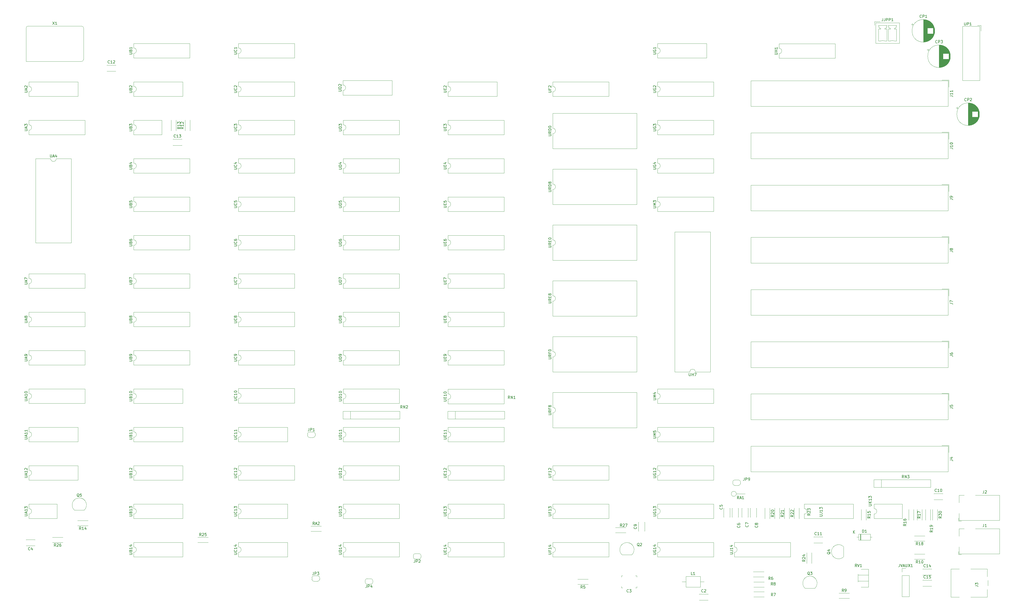
<source format=gbr>
G04 #@! TF.GenerationSoftware,KiCad,Pcbnew,6.0.0-d3dd2cf0fa~116~ubuntu21.10.1*
G04 #@! TF.CreationDate,2022-01-15T20:47:47-06:00*
G04 #@! TF.ProjectId,applebrd,6170706c-6562-4726-942e-6b696361645f,rev?*
G04 #@! TF.SameCoordinates,Original*
G04 #@! TF.FileFunction,Legend,Top*
G04 #@! TF.FilePolarity,Positive*
%FSLAX46Y46*%
G04 Gerber Fmt 4.6, Leading zero omitted, Abs format (unit mm)*
G04 Created by KiCad (PCBNEW 6.0.0-d3dd2cf0fa~116~ubuntu21.10.1) date 2022-01-15 20:47:47*
%MOMM*%
%LPD*%
G01*
G04 APERTURE LIST*
%ADD10C,0.150000*%
%ADD11C,0.120000*%
%ADD12C,0.100000*%
G04 APERTURE END LIST*
D10*
X358150161Y-354210180D02*
X357816828Y-353733990D01*
X357578733Y-354210180D02*
X357578733Y-353210180D01*
X357959685Y-353210180D01*
X358054923Y-353257800D01*
X358102542Y-353305419D01*
X358150161Y-353400657D01*
X358150161Y-353543514D01*
X358102542Y-353638752D01*
X358054923Y-353686371D01*
X357959685Y-353733990D01*
X357578733Y-353733990D01*
X358435876Y-353210180D02*
X358769209Y-354210180D01*
X359102542Y-353210180D01*
X359959685Y-354210180D02*
X359388257Y-354210180D01*
X359673971Y-354210180D02*
X359673971Y-353210180D01*
X359578733Y-353353038D01*
X359483495Y-353448276D01*
X359388257Y-353495895D01*
X367624514Y-154555780D02*
X367624514Y-155270066D01*
X367576895Y-155412923D01*
X367481657Y-155508161D01*
X367338800Y-155555780D01*
X367243561Y-155555780D01*
X368386419Y-154555780D02*
X368386419Y-155270066D01*
X368338800Y-155412923D01*
X368243561Y-155508161D01*
X368100704Y-155555780D01*
X368005466Y-155555780D01*
X368862609Y-155555780D02*
X368862609Y-154555780D01*
X369243561Y-154555780D01*
X369338800Y-154603400D01*
X369386419Y-154651019D01*
X369434038Y-154746257D01*
X369434038Y-154889114D01*
X369386419Y-154984352D01*
X369338800Y-155031971D01*
X369243561Y-155079590D01*
X368862609Y-155079590D01*
X369862609Y-155555780D02*
X369862609Y-154555780D01*
X370243561Y-154555780D01*
X370338800Y-154603400D01*
X370386419Y-154651019D01*
X370434038Y-154746257D01*
X370434038Y-154889114D01*
X370386419Y-154984352D01*
X370338800Y-155031971D01*
X370243561Y-155079590D01*
X369862609Y-155079590D01*
X371386419Y-155555780D02*
X370814990Y-155555780D01*
X371100704Y-155555780D02*
X371100704Y-154555780D01*
X371005466Y-154698638D01*
X370910228Y-154793876D01*
X370814990Y-154841495D01*
X401229580Y-361089533D02*
X401943866Y-361089533D01*
X402086723Y-361137152D01*
X402181961Y-361232390D01*
X402229580Y-361375247D01*
X402229580Y-361470485D01*
X401229580Y-360708580D02*
X401229580Y-360089533D01*
X401610533Y-360422866D01*
X401610533Y-360280009D01*
X401658152Y-360184771D01*
X401705771Y-360137152D01*
X401801009Y-360089533D01*
X402039104Y-360089533D01*
X402134342Y-360137152D01*
X402181961Y-360184771D01*
X402229580Y-360280009D01*
X402229580Y-360565723D01*
X402181961Y-360660961D01*
X402134342Y-360708580D01*
X360195904Y-341740380D02*
X360195904Y-340740380D01*
X360434000Y-340740380D01*
X360576857Y-340788000D01*
X360672095Y-340883238D01*
X360719714Y-340978476D01*
X360767333Y-341168952D01*
X360767333Y-341311809D01*
X360719714Y-341502285D01*
X360672095Y-341597523D01*
X360576857Y-341692761D01*
X360434000Y-341740380D01*
X360195904Y-341740380D01*
X361719714Y-341740380D02*
X361148285Y-341740380D01*
X361434000Y-341740380D02*
X361434000Y-340740380D01*
X361338761Y-340883238D01*
X361243523Y-340978476D01*
X361148285Y-341026095D01*
X356862095Y-342060380D02*
X356862095Y-341060380D01*
X357433523Y-342060380D02*
X357004952Y-341488952D01*
X357433523Y-341060380D02*
X356862095Y-341631809D01*
X279076161Y-346724219D02*
X278980923Y-346676600D01*
X278885685Y-346581361D01*
X278742828Y-346438504D01*
X278647590Y-346390885D01*
X278552352Y-346390885D01*
X278599971Y-346628980D02*
X278504733Y-346581361D01*
X278409495Y-346486123D01*
X278361876Y-346295647D01*
X278361876Y-345962314D01*
X278409495Y-345771838D01*
X278504733Y-345676600D01*
X278599971Y-345628980D01*
X278790447Y-345628980D01*
X278885685Y-345676600D01*
X278980923Y-345771838D01*
X279028542Y-345962314D01*
X279028542Y-346295647D01*
X278980923Y-346486123D01*
X278885685Y-346581361D01*
X278790447Y-346628980D01*
X278599971Y-346628980D01*
X279409495Y-345724219D02*
X279457114Y-345676600D01*
X279552352Y-345628980D01*
X279790447Y-345628980D01*
X279885685Y-345676600D01*
X279933304Y-345724219D01*
X279980923Y-345819457D01*
X279980923Y-345914695D01*
X279933304Y-346057552D01*
X279361876Y-346628980D01*
X279980923Y-346628980D01*
X341026761Y-357159619D02*
X340931523Y-357112000D01*
X340836285Y-357016761D01*
X340693428Y-356873904D01*
X340598190Y-356826285D01*
X340502952Y-356826285D01*
X340550571Y-357064380D02*
X340455333Y-357016761D01*
X340360095Y-356921523D01*
X340312476Y-356731047D01*
X340312476Y-356397714D01*
X340360095Y-356207238D01*
X340455333Y-356112000D01*
X340550571Y-356064380D01*
X340741047Y-356064380D01*
X340836285Y-356112000D01*
X340931523Y-356207238D01*
X340979142Y-356397714D01*
X340979142Y-356731047D01*
X340931523Y-356921523D01*
X340836285Y-357016761D01*
X340741047Y-357064380D01*
X340550571Y-357064380D01*
X341312476Y-356064380D02*
X341931523Y-356064380D01*
X341598190Y-356445333D01*
X341741047Y-356445333D01*
X341836285Y-356492952D01*
X341883904Y-356540571D01*
X341931523Y-356635809D01*
X341931523Y-356873904D01*
X341883904Y-356969142D01*
X341836285Y-357016761D01*
X341741047Y-357064380D01*
X341455333Y-357064380D01*
X341360095Y-357016761D01*
X341312476Y-356969142D01*
X75342761Y-328711619D02*
X75247523Y-328664000D01*
X75152285Y-328568761D01*
X75009428Y-328425904D01*
X74914190Y-328378285D01*
X74818952Y-328378285D01*
X74866571Y-328616380D02*
X74771333Y-328568761D01*
X74676095Y-328473523D01*
X74628476Y-328283047D01*
X74628476Y-327949714D01*
X74676095Y-327759238D01*
X74771333Y-327664000D01*
X74866571Y-327616380D01*
X75057047Y-327616380D01*
X75152285Y-327664000D01*
X75247523Y-327759238D01*
X75295142Y-327949714D01*
X75295142Y-328283047D01*
X75247523Y-328473523D01*
X75152285Y-328568761D01*
X75057047Y-328616380D01*
X74866571Y-328616380D01*
X76199904Y-327616380D02*
X75723714Y-327616380D01*
X75676095Y-328092571D01*
X75723714Y-328044952D01*
X75818952Y-327997333D01*
X76057047Y-327997333D01*
X76152285Y-328044952D01*
X76199904Y-328092571D01*
X76247523Y-328187809D01*
X76247523Y-328425904D01*
X76199904Y-328521142D01*
X76152285Y-328568761D01*
X76057047Y-328616380D01*
X75818952Y-328616380D01*
X75723714Y-328568761D01*
X75676095Y-328521142D01*
X258405333Y-362036380D02*
X258072000Y-361560190D01*
X257833904Y-362036380D02*
X257833904Y-361036380D01*
X258214857Y-361036380D01*
X258310095Y-361084000D01*
X258357714Y-361131619D01*
X258405333Y-361226857D01*
X258405333Y-361369714D01*
X258357714Y-361464952D01*
X258310095Y-361512571D01*
X258214857Y-361560190D01*
X257833904Y-361560190D01*
X259310095Y-361036380D02*
X258833904Y-361036380D01*
X258786285Y-361512571D01*
X258833904Y-361464952D01*
X258929142Y-361417333D01*
X259167238Y-361417333D01*
X259262476Y-361464952D01*
X259310095Y-361512571D01*
X259357714Y-361607809D01*
X259357714Y-361845904D01*
X259310095Y-361941142D01*
X259262476Y-361988761D01*
X259167238Y-362036380D01*
X258929142Y-362036380D01*
X258833904Y-361988761D01*
X258786285Y-361941142D01*
X326705933Y-358897180D02*
X326372600Y-358420990D01*
X326134504Y-358897180D02*
X326134504Y-357897180D01*
X326515457Y-357897180D01*
X326610695Y-357944800D01*
X326658314Y-357992419D01*
X326705933Y-358087657D01*
X326705933Y-358230514D01*
X326658314Y-358325752D01*
X326610695Y-358373371D01*
X326515457Y-358420990D01*
X326134504Y-358420990D01*
X327563076Y-357897180D02*
X327372600Y-357897180D01*
X327277361Y-357944800D01*
X327229742Y-357992419D01*
X327134504Y-358135276D01*
X327086885Y-358325752D01*
X327086885Y-358706704D01*
X327134504Y-358801942D01*
X327182123Y-358849561D01*
X327277361Y-358897180D01*
X327467838Y-358897180D01*
X327563076Y-358849561D01*
X327610695Y-358801942D01*
X327658314Y-358706704D01*
X327658314Y-358468609D01*
X327610695Y-358373371D01*
X327563076Y-358325752D01*
X327467838Y-358278133D01*
X327277361Y-358278133D01*
X327182123Y-358325752D01*
X327134504Y-358373371D01*
X327086885Y-358468609D01*
X327645733Y-364840780D02*
X327312400Y-364364590D01*
X327074304Y-364840780D02*
X327074304Y-363840780D01*
X327455257Y-363840780D01*
X327550495Y-363888400D01*
X327598114Y-363936019D01*
X327645733Y-364031257D01*
X327645733Y-364174114D01*
X327598114Y-364269352D01*
X327550495Y-364316971D01*
X327455257Y-364364590D01*
X327074304Y-364364590D01*
X327979066Y-363840780D02*
X328645733Y-363840780D01*
X328217161Y-364840780D01*
X327594933Y-360929180D02*
X327261600Y-360452990D01*
X327023504Y-360929180D02*
X327023504Y-359929180D01*
X327404457Y-359929180D01*
X327499695Y-359976800D01*
X327547314Y-360024419D01*
X327594933Y-360119657D01*
X327594933Y-360262514D01*
X327547314Y-360357752D01*
X327499695Y-360405371D01*
X327404457Y-360452990D01*
X327023504Y-360452990D01*
X328166361Y-360357752D02*
X328071123Y-360310133D01*
X328023504Y-360262514D01*
X327975885Y-360167276D01*
X327975885Y-360119657D01*
X328023504Y-360024419D01*
X328071123Y-359976800D01*
X328166361Y-359929180D01*
X328356838Y-359929180D01*
X328452076Y-359976800D01*
X328499695Y-360024419D01*
X328547314Y-360119657D01*
X328547314Y-360167276D01*
X328499695Y-360262514D01*
X328452076Y-360310133D01*
X328356838Y-360357752D01*
X328166361Y-360357752D01*
X328071123Y-360405371D01*
X328023504Y-360452990D01*
X327975885Y-360548228D01*
X327975885Y-360738704D01*
X328023504Y-360833942D01*
X328071123Y-360881561D01*
X328166361Y-360929180D01*
X328356838Y-360929180D01*
X328452076Y-360881561D01*
X328499695Y-360833942D01*
X328547314Y-360738704D01*
X328547314Y-360548228D01*
X328499695Y-360452990D01*
X328452076Y-360405371D01*
X328356838Y-360357752D01*
X353401333Y-363276380D02*
X353068000Y-362800190D01*
X352829904Y-363276380D02*
X352829904Y-362276380D01*
X353210857Y-362276380D01*
X353306095Y-362324000D01*
X353353714Y-362371619D01*
X353401333Y-362466857D01*
X353401333Y-362609714D01*
X353353714Y-362704952D01*
X353306095Y-362752571D01*
X353210857Y-362800190D01*
X352829904Y-362800190D01*
X353877523Y-363276380D02*
X354068000Y-363276380D01*
X354163238Y-363228761D01*
X354210857Y-363181142D01*
X354306095Y-363038285D01*
X354353714Y-362847809D01*
X354353714Y-362466857D01*
X354306095Y-362371619D01*
X354258476Y-362324000D01*
X354163238Y-362276380D01*
X353972761Y-362276380D01*
X353877523Y-362324000D01*
X353829904Y-362371619D01*
X353782285Y-362466857D01*
X353782285Y-362704952D01*
X353829904Y-362800190D01*
X353877523Y-362847809D01*
X353972761Y-362895428D01*
X354163238Y-362895428D01*
X354258476Y-362847809D01*
X354306095Y-362800190D01*
X354353714Y-362704952D01*
X380357142Y-352892380D02*
X380023809Y-352416190D01*
X379785714Y-352892380D02*
X379785714Y-351892380D01*
X380166666Y-351892380D01*
X380261904Y-351940000D01*
X380309523Y-351987619D01*
X380357142Y-352082857D01*
X380357142Y-352225714D01*
X380309523Y-352320952D01*
X380261904Y-352368571D01*
X380166666Y-352416190D01*
X379785714Y-352416190D01*
X381309523Y-352892380D02*
X380738095Y-352892380D01*
X381023809Y-352892380D02*
X381023809Y-351892380D01*
X380928571Y-352035238D01*
X380833333Y-352130476D01*
X380738095Y-352178095D01*
X381928571Y-351892380D02*
X382023809Y-351892380D01*
X382119047Y-351940000D01*
X382166666Y-351987619D01*
X382214285Y-352082857D01*
X382261904Y-352273333D01*
X382261904Y-352511428D01*
X382214285Y-352701904D01*
X382166666Y-352797142D01*
X382119047Y-352844761D01*
X382023809Y-352892380D01*
X381928571Y-352892380D01*
X381833333Y-352844761D01*
X381785714Y-352797142D01*
X381738095Y-352701904D01*
X381690476Y-352511428D01*
X381690476Y-352273333D01*
X381738095Y-352082857D01*
X381785714Y-351987619D01*
X381833333Y-351940000D01*
X381928571Y-351892380D01*
X113340380Y-194190857D02*
X112864190Y-194524190D01*
X113340380Y-194762285D02*
X112340380Y-194762285D01*
X112340380Y-194381333D01*
X112388000Y-194286095D01*
X112435619Y-194238476D01*
X112530857Y-194190857D01*
X112673714Y-194190857D01*
X112768952Y-194238476D01*
X112816571Y-194286095D01*
X112864190Y-194381333D01*
X112864190Y-194762285D01*
X113340380Y-193238476D02*
X113340380Y-193809904D01*
X113340380Y-193524190D02*
X112340380Y-193524190D01*
X112483238Y-193619428D01*
X112578476Y-193714666D01*
X112626095Y-193809904D01*
X112435619Y-192857523D02*
X112388000Y-192809904D01*
X112340380Y-192714666D01*
X112340380Y-192476571D01*
X112388000Y-192381333D01*
X112435619Y-192333714D01*
X112530857Y-192286095D01*
X112626095Y-192286095D01*
X112768952Y-192333714D01*
X113340380Y-192905142D01*
X113340380Y-192286095D01*
X112100380Y-194190857D02*
X111624190Y-194524190D01*
X112100380Y-194762285D02*
X111100380Y-194762285D01*
X111100380Y-194381333D01*
X111148000Y-194286095D01*
X111195619Y-194238476D01*
X111290857Y-194190857D01*
X111433714Y-194190857D01*
X111528952Y-194238476D01*
X111576571Y-194286095D01*
X111624190Y-194381333D01*
X111624190Y-194762285D01*
X112100380Y-193238476D02*
X112100380Y-193809904D01*
X112100380Y-193524190D02*
X111100380Y-193524190D01*
X111243238Y-193619428D01*
X111338476Y-193714666D01*
X111386095Y-193809904D01*
X111100380Y-192905142D02*
X111100380Y-192286095D01*
X111481333Y-192619428D01*
X111481333Y-192476571D01*
X111528952Y-192381333D01*
X111576571Y-192333714D01*
X111671809Y-192286095D01*
X111909904Y-192286095D01*
X112005142Y-192333714D01*
X112052761Y-192381333D01*
X112100380Y-192476571D01*
X112100380Y-192762285D01*
X112052761Y-192857523D01*
X112005142Y-192905142D01*
X76065142Y-340700380D02*
X75731809Y-340224190D01*
X75493714Y-340700380D02*
X75493714Y-339700380D01*
X75874666Y-339700380D01*
X75969904Y-339748000D01*
X76017523Y-339795619D01*
X76065142Y-339890857D01*
X76065142Y-340033714D01*
X76017523Y-340128952D01*
X75969904Y-340176571D01*
X75874666Y-340224190D01*
X75493714Y-340224190D01*
X77017523Y-340700380D02*
X76446095Y-340700380D01*
X76731809Y-340700380D02*
X76731809Y-339700380D01*
X76636571Y-339843238D01*
X76541333Y-339938476D01*
X76446095Y-339986095D01*
X77874666Y-340033714D02*
X77874666Y-340700380D01*
X77636571Y-339652761D02*
X77398476Y-340367047D01*
X78017523Y-340367047D01*
X363052380Y-335922857D02*
X362576190Y-336256190D01*
X363052380Y-336494285D02*
X362052380Y-336494285D01*
X362052380Y-336113333D01*
X362100000Y-336018095D01*
X362147619Y-335970476D01*
X362242857Y-335922857D01*
X362385714Y-335922857D01*
X362480952Y-335970476D01*
X362528571Y-336018095D01*
X362576190Y-336113333D01*
X362576190Y-336494285D01*
X363052380Y-334970476D02*
X363052380Y-335541904D01*
X363052380Y-335256190D02*
X362052380Y-335256190D01*
X362195238Y-335351428D01*
X362290476Y-335446666D01*
X362338095Y-335541904D01*
X362052380Y-334065714D02*
X362052380Y-334541904D01*
X362528571Y-334589523D01*
X362480952Y-334541904D01*
X362433333Y-334446666D01*
X362433333Y-334208571D01*
X362480952Y-334113333D01*
X362528571Y-334065714D01*
X362623809Y-334018095D01*
X362861904Y-334018095D01*
X362957142Y-334065714D01*
X363004761Y-334113333D01*
X363052380Y-334208571D01*
X363052380Y-334446666D01*
X363004761Y-334541904D01*
X362957142Y-334589523D01*
X376092980Y-338666057D02*
X375616790Y-338999390D01*
X376092980Y-339237485D02*
X375092980Y-339237485D01*
X375092980Y-338856533D01*
X375140600Y-338761295D01*
X375188219Y-338713676D01*
X375283457Y-338666057D01*
X375426314Y-338666057D01*
X375521552Y-338713676D01*
X375569171Y-338761295D01*
X375616790Y-338856533D01*
X375616790Y-339237485D01*
X376092980Y-337713676D02*
X376092980Y-338285104D01*
X376092980Y-337999390D02*
X375092980Y-337999390D01*
X375235838Y-338094628D01*
X375331076Y-338189866D01*
X375378695Y-338285104D01*
X375092980Y-336856533D02*
X375092980Y-337047009D01*
X375140600Y-337142247D01*
X375188219Y-337189866D01*
X375331076Y-337285104D01*
X375521552Y-337332723D01*
X375902504Y-337332723D01*
X375997742Y-337285104D01*
X376045361Y-337237485D01*
X376092980Y-337142247D01*
X376092980Y-336951771D01*
X376045361Y-336856533D01*
X375997742Y-336808914D01*
X375902504Y-336761295D01*
X375664409Y-336761295D01*
X375569171Y-336808914D01*
X375521552Y-336856533D01*
X375473933Y-336951771D01*
X375473933Y-337142247D01*
X375521552Y-337237485D01*
X375569171Y-337285104D01*
X375664409Y-337332723D01*
X381249180Y-335922857D02*
X380772990Y-336256190D01*
X381249180Y-336494285D02*
X380249180Y-336494285D01*
X380249180Y-336113333D01*
X380296800Y-336018095D01*
X380344419Y-335970476D01*
X380439657Y-335922857D01*
X380582514Y-335922857D01*
X380677752Y-335970476D01*
X380725371Y-336018095D01*
X380772990Y-336113333D01*
X380772990Y-336494285D01*
X381249180Y-334970476D02*
X381249180Y-335541904D01*
X381249180Y-335256190D02*
X380249180Y-335256190D01*
X380392038Y-335351428D01*
X380487276Y-335446666D01*
X380534895Y-335541904D01*
X380249180Y-334637142D02*
X380249180Y-333970476D01*
X381249180Y-334399047D01*
X380357142Y-346288380D02*
X380023809Y-345812190D01*
X379785714Y-346288380D02*
X379785714Y-345288380D01*
X380166666Y-345288380D01*
X380261904Y-345336000D01*
X380309523Y-345383619D01*
X380357142Y-345478857D01*
X380357142Y-345621714D01*
X380309523Y-345716952D01*
X380261904Y-345764571D01*
X380166666Y-345812190D01*
X379785714Y-345812190D01*
X381309523Y-346288380D02*
X380738095Y-346288380D01*
X381023809Y-346288380D02*
X381023809Y-345288380D01*
X380928571Y-345431238D01*
X380833333Y-345526476D01*
X380738095Y-345574095D01*
X381880952Y-345716952D02*
X381785714Y-345669333D01*
X381738095Y-345621714D01*
X381690476Y-345526476D01*
X381690476Y-345478857D01*
X381738095Y-345383619D01*
X381785714Y-345336000D01*
X381880952Y-345288380D01*
X382071428Y-345288380D01*
X382166666Y-345336000D01*
X382214285Y-345383619D01*
X382261904Y-345478857D01*
X382261904Y-345526476D01*
X382214285Y-345621714D01*
X382166666Y-345669333D01*
X382071428Y-345716952D01*
X381880952Y-345716952D01*
X381785714Y-345764571D01*
X381738095Y-345812190D01*
X381690476Y-345907428D01*
X381690476Y-346097904D01*
X381738095Y-346193142D01*
X381785714Y-346240761D01*
X381880952Y-346288380D01*
X382071428Y-346288380D01*
X382166666Y-346240761D01*
X382214285Y-346193142D01*
X382261904Y-346097904D01*
X382261904Y-345907428D01*
X382214285Y-345812190D01*
X382166666Y-345764571D01*
X382071428Y-345716952D01*
X385770380Y-341002857D02*
X385294190Y-341336190D01*
X385770380Y-341574285D02*
X384770380Y-341574285D01*
X384770380Y-341193333D01*
X384818000Y-341098095D01*
X384865619Y-341050476D01*
X384960857Y-341002857D01*
X385103714Y-341002857D01*
X385198952Y-341050476D01*
X385246571Y-341098095D01*
X385294190Y-341193333D01*
X385294190Y-341574285D01*
X385770380Y-340050476D02*
X385770380Y-340621904D01*
X385770380Y-340336190D02*
X384770380Y-340336190D01*
X384913238Y-340431428D01*
X385008476Y-340526666D01*
X385056095Y-340621904D01*
X385770380Y-339574285D02*
X385770380Y-339383809D01*
X385722761Y-339288571D01*
X385675142Y-339240952D01*
X385532285Y-339145714D01*
X385341809Y-339098095D01*
X384960857Y-339098095D01*
X384865619Y-339145714D01*
X384818000Y-339193333D01*
X384770380Y-339288571D01*
X384770380Y-339479047D01*
X384818000Y-339574285D01*
X384865619Y-339621904D01*
X384960857Y-339669523D01*
X385198952Y-339669523D01*
X385294190Y-339621904D01*
X385341809Y-339574285D01*
X385389428Y-339479047D01*
X385389428Y-339288571D01*
X385341809Y-339193333D01*
X385294190Y-339145714D01*
X385198952Y-339098095D01*
X328000380Y-335414857D02*
X327524190Y-335748190D01*
X328000380Y-335986285D02*
X327000380Y-335986285D01*
X327000380Y-335605333D01*
X327048000Y-335510095D01*
X327095619Y-335462476D01*
X327190857Y-335414857D01*
X327333714Y-335414857D01*
X327428952Y-335462476D01*
X327476571Y-335510095D01*
X327524190Y-335605333D01*
X327524190Y-335986285D01*
X327095619Y-335033904D02*
X327048000Y-334986285D01*
X327000380Y-334891047D01*
X327000380Y-334652952D01*
X327048000Y-334557714D01*
X327095619Y-334510095D01*
X327190857Y-334462476D01*
X327286095Y-334462476D01*
X327428952Y-334510095D01*
X328000380Y-335081523D01*
X328000380Y-334462476D01*
X327000380Y-333843428D02*
X327000380Y-333748190D01*
X327048000Y-333652952D01*
X327095619Y-333605333D01*
X327190857Y-333557714D01*
X327381333Y-333510095D01*
X327619428Y-333510095D01*
X327809904Y-333557714D01*
X327905142Y-333605333D01*
X327952761Y-333652952D01*
X328000380Y-333748190D01*
X328000380Y-333843428D01*
X327952761Y-333938666D01*
X327905142Y-333986285D01*
X327809904Y-334033904D01*
X327619428Y-334081523D01*
X327381333Y-334081523D01*
X327190857Y-334033904D01*
X327095619Y-333986285D01*
X327048000Y-333938666D01*
X327000380Y-333843428D01*
X331556380Y-335414857D02*
X331080190Y-335748190D01*
X331556380Y-335986285D02*
X330556380Y-335986285D01*
X330556380Y-335605333D01*
X330604000Y-335510095D01*
X330651619Y-335462476D01*
X330746857Y-335414857D01*
X330889714Y-335414857D01*
X330984952Y-335462476D01*
X331032571Y-335510095D01*
X331080190Y-335605333D01*
X331080190Y-335986285D01*
X330651619Y-335033904D02*
X330604000Y-334986285D01*
X330556380Y-334891047D01*
X330556380Y-334652952D01*
X330604000Y-334557714D01*
X330651619Y-334510095D01*
X330746857Y-334462476D01*
X330842095Y-334462476D01*
X330984952Y-334510095D01*
X331556380Y-335081523D01*
X331556380Y-334462476D01*
X331556380Y-333510095D02*
X331556380Y-334081523D01*
X331556380Y-333795809D02*
X330556380Y-333795809D01*
X330699238Y-333891047D01*
X330794476Y-333986285D01*
X330842095Y-334081523D01*
X335112380Y-335414857D02*
X334636190Y-335748190D01*
X335112380Y-335986285D02*
X334112380Y-335986285D01*
X334112380Y-335605333D01*
X334160000Y-335510095D01*
X334207619Y-335462476D01*
X334302857Y-335414857D01*
X334445714Y-335414857D01*
X334540952Y-335462476D01*
X334588571Y-335510095D01*
X334636190Y-335605333D01*
X334636190Y-335986285D01*
X334207619Y-335033904D02*
X334160000Y-334986285D01*
X334112380Y-334891047D01*
X334112380Y-334652952D01*
X334160000Y-334557714D01*
X334207619Y-334510095D01*
X334302857Y-334462476D01*
X334398095Y-334462476D01*
X334540952Y-334510095D01*
X335112380Y-335081523D01*
X335112380Y-334462476D01*
X334207619Y-334081523D02*
X334160000Y-334033904D01*
X334112380Y-333938666D01*
X334112380Y-333700571D01*
X334160000Y-333605333D01*
X334207619Y-333557714D01*
X334302857Y-333510095D01*
X334398095Y-333510095D01*
X334540952Y-333557714D01*
X335112380Y-334129142D01*
X335112380Y-333510095D01*
X341244180Y-334881457D02*
X340767990Y-335214790D01*
X341244180Y-335452885D02*
X340244180Y-335452885D01*
X340244180Y-335071933D01*
X340291800Y-334976695D01*
X340339419Y-334929076D01*
X340434657Y-334881457D01*
X340577514Y-334881457D01*
X340672752Y-334929076D01*
X340720371Y-334976695D01*
X340767990Y-335071933D01*
X340767990Y-335452885D01*
X340339419Y-334500504D02*
X340291800Y-334452885D01*
X340244180Y-334357647D01*
X340244180Y-334119552D01*
X340291800Y-334024314D01*
X340339419Y-333976695D01*
X340434657Y-333929076D01*
X340529895Y-333929076D01*
X340672752Y-333976695D01*
X341244180Y-334548123D01*
X341244180Y-333929076D01*
X340244180Y-333595742D02*
X340244180Y-332976695D01*
X340625133Y-333310028D01*
X340625133Y-333167171D01*
X340672752Y-333071933D01*
X340720371Y-333024314D01*
X340815609Y-332976695D01*
X341053704Y-332976695D01*
X341148942Y-333024314D01*
X341196561Y-333071933D01*
X341244180Y-333167171D01*
X341244180Y-333452885D01*
X341196561Y-333548123D01*
X341148942Y-333595742D01*
X339400380Y-351670857D02*
X338924190Y-352004190D01*
X339400380Y-352242285D02*
X338400380Y-352242285D01*
X338400380Y-351861333D01*
X338448000Y-351766095D01*
X338495619Y-351718476D01*
X338590857Y-351670857D01*
X338733714Y-351670857D01*
X338828952Y-351718476D01*
X338876571Y-351766095D01*
X338924190Y-351861333D01*
X338924190Y-352242285D01*
X338495619Y-351289904D02*
X338448000Y-351242285D01*
X338400380Y-351147047D01*
X338400380Y-350908952D01*
X338448000Y-350813714D01*
X338495619Y-350766095D01*
X338590857Y-350718476D01*
X338686095Y-350718476D01*
X338828952Y-350766095D01*
X339400380Y-351337523D01*
X339400380Y-350718476D01*
X338733714Y-349861333D02*
X339400380Y-349861333D01*
X338352761Y-350099428D02*
X339067047Y-350337523D01*
X339067047Y-349718476D01*
X119753142Y-342956380D02*
X119419809Y-342480190D01*
X119181714Y-342956380D02*
X119181714Y-341956380D01*
X119562666Y-341956380D01*
X119657904Y-342004000D01*
X119705523Y-342051619D01*
X119753142Y-342146857D01*
X119753142Y-342289714D01*
X119705523Y-342384952D01*
X119657904Y-342432571D01*
X119562666Y-342480190D01*
X119181714Y-342480190D01*
X120134095Y-342051619D02*
X120181714Y-342004000D01*
X120276952Y-341956380D01*
X120515047Y-341956380D01*
X120610285Y-342004000D01*
X120657904Y-342051619D01*
X120705523Y-342146857D01*
X120705523Y-342242095D01*
X120657904Y-342384952D01*
X120086476Y-342956380D01*
X120705523Y-342956380D01*
X121610285Y-341956380D02*
X121134095Y-341956380D01*
X121086476Y-342432571D01*
X121134095Y-342384952D01*
X121229333Y-342337333D01*
X121467428Y-342337333D01*
X121562666Y-342384952D01*
X121610285Y-342432571D01*
X121657904Y-342527809D01*
X121657904Y-342765904D01*
X121610285Y-342861142D01*
X121562666Y-342908761D01*
X121467428Y-342956380D01*
X121229333Y-342956380D01*
X121134095Y-342908761D01*
X121086476Y-342861142D01*
X66921142Y-346796380D02*
X66587809Y-346320190D01*
X66349714Y-346796380D02*
X66349714Y-345796380D01*
X66730666Y-345796380D01*
X66825904Y-345844000D01*
X66873523Y-345891619D01*
X66921142Y-345986857D01*
X66921142Y-346129714D01*
X66873523Y-346224952D01*
X66825904Y-346272571D01*
X66730666Y-346320190D01*
X66349714Y-346320190D01*
X67302095Y-345891619D02*
X67349714Y-345844000D01*
X67444952Y-345796380D01*
X67683047Y-345796380D01*
X67778285Y-345844000D01*
X67825904Y-345891619D01*
X67873523Y-345986857D01*
X67873523Y-346082095D01*
X67825904Y-346224952D01*
X67254476Y-346796380D01*
X67873523Y-346796380D01*
X68730666Y-345796380D02*
X68540190Y-345796380D01*
X68444952Y-345844000D01*
X68397333Y-345891619D01*
X68302095Y-346034476D01*
X68254476Y-346224952D01*
X68254476Y-346605904D01*
X68302095Y-346701142D01*
X68349714Y-346748761D01*
X68444952Y-346796380D01*
X68635428Y-346796380D01*
X68730666Y-346748761D01*
X68778285Y-346701142D01*
X68825904Y-346605904D01*
X68825904Y-346367809D01*
X68778285Y-346272571D01*
X68730666Y-346224952D01*
X68635428Y-346177333D01*
X68444952Y-346177333D01*
X68349714Y-346224952D01*
X68302095Y-346272571D01*
X68254476Y-346367809D01*
X272762742Y-339567780D02*
X272429409Y-339091590D01*
X272191314Y-339567780D02*
X272191314Y-338567780D01*
X272572266Y-338567780D01*
X272667504Y-338615400D01*
X272715123Y-338663019D01*
X272762742Y-338758257D01*
X272762742Y-338901114D01*
X272715123Y-338996352D01*
X272667504Y-339043971D01*
X272572266Y-339091590D01*
X272191314Y-339091590D01*
X273143695Y-338663019D02*
X273191314Y-338615400D01*
X273286552Y-338567780D01*
X273524647Y-338567780D01*
X273619885Y-338615400D01*
X273667504Y-338663019D01*
X273715123Y-338758257D01*
X273715123Y-338853495D01*
X273667504Y-338996352D01*
X273096076Y-339567780D01*
X273715123Y-339567780D01*
X274048457Y-338567780D02*
X274715123Y-338567780D01*
X274286552Y-339567780D01*
X388960380Y-335922857D02*
X388484190Y-336256190D01*
X388960380Y-336494285D02*
X387960380Y-336494285D01*
X387960380Y-336113333D01*
X388008000Y-336018095D01*
X388055619Y-335970476D01*
X388150857Y-335922857D01*
X388293714Y-335922857D01*
X388388952Y-335970476D01*
X388436571Y-336018095D01*
X388484190Y-336113333D01*
X388484190Y-336494285D01*
X387960380Y-335589523D02*
X387960380Y-334970476D01*
X388341333Y-335303809D01*
X388341333Y-335160952D01*
X388388952Y-335065714D01*
X388436571Y-335018095D01*
X388531809Y-334970476D01*
X388769904Y-334970476D01*
X388865142Y-335018095D01*
X388912761Y-335065714D01*
X388960380Y-335160952D01*
X388960380Y-335446666D01*
X388912761Y-335541904D01*
X388865142Y-335589523D01*
X387960380Y-334351428D02*
X387960380Y-334256190D01*
X388008000Y-334160952D01*
X388055619Y-334113333D01*
X388150857Y-334065714D01*
X388341333Y-334018095D01*
X388579428Y-334018095D01*
X388769904Y-334065714D01*
X388865142Y-334113333D01*
X388912761Y-334160952D01*
X388960380Y-334256190D01*
X388960380Y-334351428D01*
X388912761Y-334446666D01*
X388865142Y-334494285D01*
X388769904Y-334541904D01*
X388579428Y-334589523D01*
X388341333Y-334589523D01*
X388150857Y-334541904D01*
X388055619Y-334494285D01*
X388008000Y-334446666D01*
X387960380Y-334351428D01*
X160948761Y-338892380D02*
X160615428Y-338416190D01*
X160377333Y-338892380D02*
X160377333Y-337892380D01*
X160758285Y-337892380D01*
X160853523Y-337940000D01*
X160901142Y-337987619D01*
X160948761Y-338082857D01*
X160948761Y-338225714D01*
X160901142Y-338320952D01*
X160853523Y-338368571D01*
X160758285Y-338416190D01*
X160377333Y-338416190D01*
X161329714Y-338606666D02*
X161805904Y-338606666D01*
X161234476Y-338892380D02*
X161567809Y-337892380D01*
X161901142Y-338892380D01*
X162186857Y-337987619D02*
X162234476Y-337940000D01*
X162329714Y-337892380D01*
X162567809Y-337892380D01*
X162663047Y-337940000D01*
X162710666Y-337987619D01*
X162758285Y-338082857D01*
X162758285Y-338178095D01*
X162710666Y-338320952D01*
X162139238Y-338892380D01*
X162758285Y-338892380D01*
X192857523Y-296514780D02*
X192524190Y-296038590D01*
X192286095Y-296514780D02*
X192286095Y-295514780D01*
X192667047Y-295514780D01*
X192762285Y-295562400D01*
X192809904Y-295610019D01*
X192857523Y-295705257D01*
X192857523Y-295848114D01*
X192809904Y-295943352D01*
X192762285Y-295990971D01*
X192667047Y-296038590D01*
X192286095Y-296038590D01*
X193286095Y-296514780D02*
X193286095Y-295514780D01*
X193857523Y-296514780D01*
X193857523Y-295514780D01*
X194286095Y-295610019D02*
X194333714Y-295562400D01*
X194428952Y-295514780D01*
X194667047Y-295514780D01*
X194762285Y-295562400D01*
X194809904Y-295610019D01*
X194857523Y-295705257D01*
X194857523Y-295800495D01*
X194809904Y-295943352D01*
X194238476Y-296514780D01*
X194857523Y-296514780D01*
X55542380Y-181530476D02*
X56351904Y-181530476D01*
X56447142Y-181482857D01*
X56494761Y-181435238D01*
X56542380Y-181340000D01*
X56542380Y-181149523D01*
X56494761Y-181054285D01*
X56447142Y-181006666D01*
X56351904Y-180959047D01*
X55542380Y-180959047D01*
X56256666Y-180530476D02*
X56256666Y-180054285D01*
X56542380Y-180625714D02*
X55542380Y-180292380D01*
X56542380Y-179959047D01*
X55637619Y-179673333D02*
X55590000Y-179625714D01*
X55542380Y-179530476D01*
X55542380Y-179292380D01*
X55590000Y-179197142D01*
X55637619Y-179149523D01*
X55732857Y-179101904D01*
X55828095Y-179101904D01*
X55970952Y-179149523D01*
X56542380Y-179720952D01*
X56542380Y-179101904D01*
X55542380Y-195500476D02*
X56351904Y-195500476D01*
X56447142Y-195452857D01*
X56494761Y-195405238D01*
X56542380Y-195310000D01*
X56542380Y-195119523D01*
X56494761Y-195024285D01*
X56447142Y-194976666D01*
X56351904Y-194929047D01*
X55542380Y-194929047D01*
X56256666Y-194500476D02*
X56256666Y-194024285D01*
X56542380Y-194595714D02*
X55542380Y-194262380D01*
X56542380Y-193929047D01*
X55542380Y-193690952D02*
X55542380Y-193071904D01*
X55923333Y-193405238D01*
X55923333Y-193262380D01*
X55970952Y-193167142D01*
X56018571Y-193119523D01*
X56113809Y-193071904D01*
X56351904Y-193071904D01*
X56447142Y-193119523D01*
X56494761Y-193167142D01*
X56542380Y-193262380D01*
X56542380Y-193548095D01*
X56494761Y-193643333D01*
X56447142Y-193690952D01*
X64849523Y-204132380D02*
X64849523Y-204941904D01*
X64897142Y-205037142D01*
X64944761Y-205084761D01*
X65040000Y-205132380D01*
X65230476Y-205132380D01*
X65325714Y-205084761D01*
X65373333Y-205037142D01*
X65420952Y-204941904D01*
X65420952Y-204132380D01*
X65849523Y-204846666D02*
X66325714Y-204846666D01*
X65754285Y-205132380D02*
X66087619Y-204132380D01*
X66420952Y-205132380D01*
X67182857Y-204465714D02*
X67182857Y-205132380D01*
X66944761Y-204084761D02*
X66706666Y-204799047D01*
X67325714Y-204799047D01*
X55542380Y-265350476D02*
X56351904Y-265350476D01*
X56447142Y-265302857D01*
X56494761Y-265255238D01*
X56542380Y-265160000D01*
X56542380Y-264969523D01*
X56494761Y-264874285D01*
X56447142Y-264826666D01*
X56351904Y-264779047D01*
X55542380Y-264779047D01*
X56256666Y-264350476D02*
X56256666Y-263874285D01*
X56542380Y-264445714D02*
X55542380Y-264112380D01*
X56542380Y-263779047D01*
X55970952Y-263302857D02*
X55923333Y-263398095D01*
X55875714Y-263445714D01*
X55780476Y-263493333D01*
X55732857Y-263493333D01*
X55637619Y-263445714D01*
X55590000Y-263398095D01*
X55542380Y-263302857D01*
X55542380Y-263112380D01*
X55590000Y-263017142D01*
X55637619Y-262969523D01*
X55732857Y-262921904D01*
X55780476Y-262921904D01*
X55875714Y-262969523D01*
X55923333Y-263017142D01*
X55970952Y-263112380D01*
X55970952Y-263302857D01*
X56018571Y-263398095D01*
X56066190Y-263445714D01*
X56161428Y-263493333D01*
X56351904Y-263493333D01*
X56447142Y-263445714D01*
X56494761Y-263398095D01*
X56542380Y-263302857D01*
X56542380Y-263112380D01*
X56494761Y-263017142D01*
X56447142Y-262969523D01*
X56351904Y-262921904D01*
X56161428Y-262921904D01*
X56066190Y-262969523D01*
X56018571Y-263017142D01*
X55970952Y-263112380D01*
X55542380Y-251380476D02*
X56351904Y-251380476D01*
X56447142Y-251332857D01*
X56494761Y-251285238D01*
X56542380Y-251190000D01*
X56542380Y-250999523D01*
X56494761Y-250904285D01*
X56447142Y-250856666D01*
X56351904Y-250809047D01*
X55542380Y-250809047D01*
X56256666Y-250380476D02*
X56256666Y-249904285D01*
X56542380Y-250475714D02*
X55542380Y-250142380D01*
X56542380Y-249809047D01*
X55542380Y-249570952D02*
X55542380Y-248904285D01*
X56542380Y-249332857D01*
X55542380Y-279320476D02*
X56351904Y-279320476D01*
X56447142Y-279272857D01*
X56494761Y-279225238D01*
X56542380Y-279130000D01*
X56542380Y-278939523D01*
X56494761Y-278844285D01*
X56447142Y-278796666D01*
X56351904Y-278749047D01*
X55542380Y-278749047D01*
X56256666Y-278320476D02*
X56256666Y-277844285D01*
X56542380Y-278415714D02*
X55542380Y-278082380D01*
X56542380Y-277749047D01*
X56542380Y-277368095D02*
X56542380Y-277177619D01*
X56494761Y-277082380D01*
X56447142Y-277034761D01*
X56304285Y-276939523D01*
X56113809Y-276891904D01*
X55732857Y-276891904D01*
X55637619Y-276939523D01*
X55590000Y-276987142D01*
X55542380Y-277082380D01*
X55542380Y-277272857D01*
X55590000Y-277368095D01*
X55637619Y-277415714D01*
X55732857Y-277463333D01*
X55970952Y-277463333D01*
X56066190Y-277415714D01*
X56113809Y-277368095D01*
X56161428Y-277272857D01*
X56161428Y-277082380D01*
X56113809Y-276987142D01*
X56066190Y-276939523D01*
X55970952Y-276891904D01*
X55542380Y-293766666D02*
X56351904Y-293766666D01*
X56447142Y-293719047D01*
X56494761Y-293671428D01*
X56542380Y-293576190D01*
X56542380Y-293385714D01*
X56494761Y-293290476D01*
X56447142Y-293242857D01*
X56351904Y-293195238D01*
X55542380Y-293195238D01*
X56256666Y-292766666D02*
X56256666Y-292290476D01*
X56542380Y-292861904D02*
X55542380Y-292528571D01*
X56542380Y-292195238D01*
X56542380Y-291338095D02*
X56542380Y-291909523D01*
X56542380Y-291623809D02*
X55542380Y-291623809D01*
X55685238Y-291719047D01*
X55780476Y-291814285D01*
X55828095Y-291909523D01*
X55542380Y-290719047D02*
X55542380Y-290623809D01*
X55590000Y-290528571D01*
X55637619Y-290480952D01*
X55732857Y-290433333D01*
X55923333Y-290385714D01*
X56161428Y-290385714D01*
X56351904Y-290433333D01*
X56447142Y-290480952D01*
X56494761Y-290528571D01*
X56542380Y-290623809D01*
X56542380Y-290719047D01*
X56494761Y-290814285D01*
X56447142Y-290861904D01*
X56351904Y-290909523D01*
X56161428Y-290957142D01*
X55923333Y-290957142D01*
X55732857Y-290909523D01*
X55637619Y-290861904D01*
X55590000Y-290814285D01*
X55542380Y-290719047D01*
X55542380Y-307736666D02*
X56351904Y-307736666D01*
X56447142Y-307689047D01*
X56494761Y-307641428D01*
X56542380Y-307546190D01*
X56542380Y-307355714D01*
X56494761Y-307260476D01*
X56447142Y-307212857D01*
X56351904Y-307165238D01*
X55542380Y-307165238D01*
X56256666Y-306736666D02*
X56256666Y-306260476D01*
X56542380Y-306831904D02*
X55542380Y-306498571D01*
X56542380Y-306165238D01*
X56542380Y-305308095D02*
X56542380Y-305879523D01*
X56542380Y-305593809D02*
X55542380Y-305593809D01*
X55685238Y-305689047D01*
X55780476Y-305784285D01*
X55828095Y-305879523D01*
X56542380Y-304355714D02*
X56542380Y-304927142D01*
X56542380Y-304641428D02*
X55542380Y-304641428D01*
X55685238Y-304736666D01*
X55780476Y-304831904D01*
X55828095Y-304927142D01*
X55542380Y-321706666D02*
X56351904Y-321706666D01*
X56447142Y-321659047D01*
X56494761Y-321611428D01*
X56542380Y-321516190D01*
X56542380Y-321325714D01*
X56494761Y-321230476D01*
X56447142Y-321182857D01*
X56351904Y-321135238D01*
X55542380Y-321135238D01*
X56256666Y-320706666D02*
X56256666Y-320230476D01*
X56542380Y-320801904D02*
X55542380Y-320468571D01*
X56542380Y-320135238D01*
X56542380Y-319278095D02*
X56542380Y-319849523D01*
X56542380Y-319563809D02*
X55542380Y-319563809D01*
X55685238Y-319659047D01*
X55780476Y-319754285D01*
X55828095Y-319849523D01*
X55637619Y-318897142D02*
X55590000Y-318849523D01*
X55542380Y-318754285D01*
X55542380Y-318516190D01*
X55590000Y-318420952D01*
X55637619Y-318373333D01*
X55732857Y-318325714D01*
X55828095Y-318325714D01*
X55970952Y-318373333D01*
X56542380Y-318944761D01*
X56542380Y-318325714D01*
X93642380Y-167631904D02*
X94451904Y-167631904D01*
X94547142Y-167584285D01*
X94594761Y-167536666D01*
X94642380Y-167441428D01*
X94642380Y-167250952D01*
X94594761Y-167155714D01*
X94547142Y-167108095D01*
X94451904Y-167060476D01*
X93642380Y-167060476D01*
X94118571Y-166250952D02*
X94166190Y-166108095D01*
X94213809Y-166060476D01*
X94309047Y-166012857D01*
X94451904Y-166012857D01*
X94547142Y-166060476D01*
X94594761Y-166108095D01*
X94642380Y-166203333D01*
X94642380Y-166584285D01*
X93642380Y-166584285D01*
X93642380Y-166250952D01*
X93690000Y-166155714D01*
X93737619Y-166108095D01*
X93832857Y-166060476D01*
X93928095Y-166060476D01*
X94023333Y-166108095D01*
X94070952Y-166155714D01*
X94118571Y-166250952D01*
X94118571Y-166584285D01*
X94642380Y-165060476D02*
X94642380Y-165631904D01*
X94642380Y-165346190D02*
X93642380Y-165346190D01*
X93785238Y-165441428D01*
X93880476Y-165536666D01*
X93928095Y-165631904D01*
X93642380Y-181601904D02*
X94451904Y-181601904D01*
X94547142Y-181554285D01*
X94594761Y-181506666D01*
X94642380Y-181411428D01*
X94642380Y-181220952D01*
X94594761Y-181125714D01*
X94547142Y-181078095D01*
X94451904Y-181030476D01*
X93642380Y-181030476D01*
X94118571Y-180220952D02*
X94166190Y-180078095D01*
X94213809Y-180030476D01*
X94309047Y-179982857D01*
X94451904Y-179982857D01*
X94547142Y-180030476D01*
X94594761Y-180078095D01*
X94642380Y-180173333D01*
X94642380Y-180554285D01*
X93642380Y-180554285D01*
X93642380Y-180220952D01*
X93690000Y-180125714D01*
X93737619Y-180078095D01*
X93832857Y-180030476D01*
X93928095Y-180030476D01*
X94023333Y-180078095D01*
X94070952Y-180125714D01*
X94118571Y-180220952D01*
X94118571Y-180554285D01*
X93737619Y-179601904D02*
X93690000Y-179554285D01*
X93642380Y-179459047D01*
X93642380Y-179220952D01*
X93690000Y-179125714D01*
X93737619Y-179078095D01*
X93832857Y-179030476D01*
X93928095Y-179030476D01*
X94070952Y-179078095D01*
X94642380Y-179649523D01*
X94642380Y-179030476D01*
X93642380Y-209541904D02*
X94451904Y-209541904D01*
X94547142Y-209494285D01*
X94594761Y-209446666D01*
X94642380Y-209351428D01*
X94642380Y-209160952D01*
X94594761Y-209065714D01*
X94547142Y-209018095D01*
X94451904Y-208970476D01*
X93642380Y-208970476D01*
X94118571Y-208160952D02*
X94166190Y-208018095D01*
X94213809Y-207970476D01*
X94309047Y-207922857D01*
X94451904Y-207922857D01*
X94547142Y-207970476D01*
X94594761Y-208018095D01*
X94642380Y-208113333D01*
X94642380Y-208494285D01*
X93642380Y-208494285D01*
X93642380Y-208160952D01*
X93690000Y-208065714D01*
X93737619Y-208018095D01*
X93832857Y-207970476D01*
X93928095Y-207970476D01*
X94023333Y-208018095D01*
X94070952Y-208065714D01*
X94118571Y-208160952D01*
X94118571Y-208494285D01*
X93975714Y-207065714D02*
X94642380Y-207065714D01*
X93594761Y-207303809D02*
X94309047Y-207541904D01*
X94309047Y-206922857D01*
X93642380Y-223511904D02*
X94451904Y-223511904D01*
X94547142Y-223464285D01*
X94594761Y-223416666D01*
X94642380Y-223321428D01*
X94642380Y-223130952D01*
X94594761Y-223035714D01*
X94547142Y-222988095D01*
X94451904Y-222940476D01*
X93642380Y-222940476D01*
X94118571Y-222130952D02*
X94166190Y-221988095D01*
X94213809Y-221940476D01*
X94309047Y-221892857D01*
X94451904Y-221892857D01*
X94547142Y-221940476D01*
X94594761Y-221988095D01*
X94642380Y-222083333D01*
X94642380Y-222464285D01*
X93642380Y-222464285D01*
X93642380Y-222130952D01*
X93690000Y-222035714D01*
X93737619Y-221988095D01*
X93832857Y-221940476D01*
X93928095Y-221940476D01*
X94023333Y-221988095D01*
X94070952Y-222035714D01*
X94118571Y-222130952D01*
X94118571Y-222464285D01*
X93642380Y-220988095D02*
X93642380Y-221464285D01*
X94118571Y-221511904D01*
X94070952Y-221464285D01*
X94023333Y-221369047D01*
X94023333Y-221130952D01*
X94070952Y-221035714D01*
X94118571Y-220988095D01*
X94213809Y-220940476D01*
X94451904Y-220940476D01*
X94547142Y-220988095D01*
X94594761Y-221035714D01*
X94642380Y-221130952D01*
X94642380Y-221369047D01*
X94594761Y-221464285D01*
X94547142Y-221511904D01*
X93642380Y-237481904D02*
X94451904Y-237481904D01*
X94547142Y-237434285D01*
X94594761Y-237386666D01*
X94642380Y-237291428D01*
X94642380Y-237100952D01*
X94594761Y-237005714D01*
X94547142Y-236958095D01*
X94451904Y-236910476D01*
X93642380Y-236910476D01*
X94118571Y-236100952D02*
X94166190Y-235958095D01*
X94213809Y-235910476D01*
X94309047Y-235862857D01*
X94451904Y-235862857D01*
X94547142Y-235910476D01*
X94594761Y-235958095D01*
X94642380Y-236053333D01*
X94642380Y-236434285D01*
X93642380Y-236434285D01*
X93642380Y-236100952D01*
X93690000Y-236005714D01*
X93737619Y-235958095D01*
X93832857Y-235910476D01*
X93928095Y-235910476D01*
X94023333Y-235958095D01*
X94070952Y-236005714D01*
X94118571Y-236100952D01*
X94118571Y-236434285D01*
X93642380Y-235005714D02*
X93642380Y-235196190D01*
X93690000Y-235291428D01*
X93737619Y-235339047D01*
X93880476Y-235434285D01*
X94070952Y-235481904D01*
X94451904Y-235481904D01*
X94547142Y-235434285D01*
X94594761Y-235386666D01*
X94642380Y-235291428D01*
X94642380Y-235100952D01*
X94594761Y-235005714D01*
X94547142Y-234958095D01*
X94451904Y-234910476D01*
X94213809Y-234910476D01*
X94118571Y-234958095D01*
X94070952Y-235005714D01*
X94023333Y-235100952D01*
X94023333Y-235291428D01*
X94070952Y-235386666D01*
X94118571Y-235434285D01*
X94213809Y-235481904D01*
X93642380Y-251451904D02*
X94451904Y-251451904D01*
X94547142Y-251404285D01*
X94594761Y-251356666D01*
X94642380Y-251261428D01*
X94642380Y-251070952D01*
X94594761Y-250975714D01*
X94547142Y-250928095D01*
X94451904Y-250880476D01*
X93642380Y-250880476D01*
X94118571Y-250070952D02*
X94166190Y-249928095D01*
X94213809Y-249880476D01*
X94309047Y-249832857D01*
X94451904Y-249832857D01*
X94547142Y-249880476D01*
X94594761Y-249928095D01*
X94642380Y-250023333D01*
X94642380Y-250404285D01*
X93642380Y-250404285D01*
X93642380Y-250070952D01*
X93690000Y-249975714D01*
X93737619Y-249928095D01*
X93832857Y-249880476D01*
X93928095Y-249880476D01*
X94023333Y-249928095D01*
X94070952Y-249975714D01*
X94118571Y-250070952D01*
X94118571Y-250404285D01*
X93642380Y-249499523D02*
X93642380Y-248832857D01*
X94642380Y-249261428D01*
X93642380Y-265421904D02*
X94451904Y-265421904D01*
X94547142Y-265374285D01*
X94594761Y-265326666D01*
X94642380Y-265231428D01*
X94642380Y-265040952D01*
X94594761Y-264945714D01*
X94547142Y-264898095D01*
X94451904Y-264850476D01*
X93642380Y-264850476D01*
X94118571Y-264040952D02*
X94166190Y-263898095D01*
X94213809Y-263850476D01*
X94309047Y-263802857D01*
X94451904Y-263802857D01*
X94547142Y-263850476D01*
X94594761Y-263898095D01*
X94642380Y-263993333D01*
X94642380Y-264374285D01*
X93642380Y-264374285D01*
X93642380Y-264040952D01*
X93690000Y-263945714D01*
X93737619Y-263898095D01*
X93832857Y-263850476D01*
X93928095Y-263850476D01*
X94023333Y-263898095D01*
X94070952Y-263945714D01*
X94118571Y-264040952D01*
X94118571Y-264374285D01*
X94070952Y-263231428D02*
X94023333Y-263326666D01*
X93975714Y-263374285D01*
X93880476Y-263421904D01*
X93832857Y-263421904D01*
X93737619Y-263374285D01*
X93690000Y-263326666D01*
X93642380Y-263231428D01*
X93642380Y-263040952D01*
X93690000Y-262945714D01*
X93737619Y-262898095D01*
X93832857Y-262850476D01*
X93880476Y-262850476D01*
X93975714Y-262898095D01*
X94023333Y-262945714D01*
X94070952Y-263040952D01*
X94070952Y-263231428D01*
X94118571Y-263326666D01*
X94166190Y-263374285D01*
X94261428Y-263421904D01*
X94451904Y-263421904D01*
X94547142Y-263374285D01*
X94594761Y-263326666D01*
X94642380Y-263231428D01*
X94642380Y-263040952D01*
X94594761Y-262945714D01*
X94547142Y-262898095D01*
X94451904Y-262850476D01*
X94261428Y-262850476D01*
X94166190Y-262898095D01*
X94118571Y-262945714D01*
X94070952Y-263040952D01*
X93642380Y-279391904D02*
X94451904Y-279391904D01*
X94547142Y-279344285D01*
X94594761Y-279296666D01*
X94642380Y-279201428D01*
X94642380Y-279010952D01*
X94594761Y-278915714D01*
X94547142Y-278868095D01*
X94451904Y-278820476D01*
X93642380Y-278820476D01*
X94118571Y-278010952D02*
X94166190Y-277868095D01*
X94213809Y-277820476D01*
X94309047Y-277772857D01*
X94451904Y-277772857D01*
X94547142Y-277820476D01*
X94594761Y-277868095D01*
X94642380Y-277963333D01*
X94642380Y-278344285D01*
X93642380Y-278344285D01*
X93642380Y-278010952D01*
X93690000Y-277915714D01*
X93737619Y-277868095D01*
X93832857Y-277820476D01*
X93928095Y-277820476D01*
X94023333Y-277868095D01*
X94070952Y-277915714D01*
X94118571Y-278010952D01*
X94118571Y-278344285D01*
X94642380Y-277296666D02*
X94642380Y-277106190D01*
X94594761Y-277010952D01*
X94547142Y-276963333D01*
X94404285Y-276868095D01*
X94213809Y-276820476D01*
X93832857Y-276820476D01*
X93737619Y-276868095D01*
X93690000Y-276915714D01*
X93642380Y-277010952D01*
X93642380Y-277201428D01*
X93690000Y-277296666D01*
X93737619Y-277344285D01*
X93832857Y-277391904D01*
X94070952Y-277391904D01*
X94166190Y-277344285D01*
X94213809Y-277296666D01*
X94261428Y-277201428D01*
X94261428Y-277010952D01*
X94213809Y-276915714D01*
X94166190Y-276868095D01*
X94070952Y-276820476D01*
X93642380Y-293838095D02*
X94451904Y-293838095D01*
X94547142Y-293790476D01*
X94594761Y-293742857D01*
X94642380Y-293647619D01*
X94642380Y-293457142D01*
X94594761Y-293361904D01*
X94547142Y-293314285D01*
X94451904Y-293266666D01*
X93642380Y-293266666D01*
X94118571Y-292457142D02*
X94166190Y-292314285D01*
X94213809Y-292266666D01*
X94309047Y-292219047D01*
X94451904Y-292219047D01*
X94547142Y-292266666D01*
X94594761Y-292314285D01*
X94642380Y-292409523D01*
X94642380Y-292790476D01*
X93642380Y-292790476D01*
X93642380Y-292457142D01*
X93690000Y-292361904D01*
X93737619Y-292314285D01*
X93832857Y-292266666D01*
X93928095Y-292266666D01*
X94023333Y-292314285D01*
X94070952Y-292361904D01*
X94118571Y-292457142D01*
X94118571Y-292790476D01*
X94642380Y-291266666D02*
X94642380Y-291838095D01*
X94642380Y-291552380D02*
X93642380Y-291552380D01*
X93785238Y-291647619D01*
X93880476Y-291742857D01*
X93928095Y-291838095D01*
X93642380Y-290647619D02*
X93642380Y-290552380D01*
X93690000Y-290457142D01*
X93737619Y-290409523D01*
X93832857Y-290361904D01*
X94023333Y-290314285D01*
X94261428Y-290314285D01*
X94451904Y-290361904D01*
X94547142Y-290409523D01*
X94594761Y-290457142D01*
X94642380Y-290552380D01*
X94642380Y-290647619D01*
X94594761Y-290742857D01*
X94547142Y-290790476D01*
X94451904Y-290838095D01*
X94261428Y-290885714D01*
X94023333Y-290885714D01*
X93832857Y-290838095D01*
X93737619Y-290790476D01*
X93690000Y-290742857D01*
X93642380Y-290647619D01*
X93642380Y-307808095D02*
X94451904Y-307808095D01*
X94547142Y-307760476D01*
X94594761Y-307712857D01*
X94642380Y-307617619D01*
X94642380Y-307427142D01*
X94594761Y-307331904D01*
X94547142Y-307284285D01*
X94451904Y-307236666D01*
X93642380Y-307236666D01*
X94118571Y-306427142D02*
X94166190Y-306284285D01*
X94213809Y-306236666D01*
X94309047Y-306189047D01*
X94451904Y-306189047D01*
X94547142Y-306236666D01*
X94594761Y-306284285D01*
X94642380Y-306379523D01*
X94642380Y-306760476D01*
X93642380Y-306760476D01*
X93642380Y-306427142D01*
X93690000Y-306331904D01*
X93737619Y-306284285D01*
X93832857Y-306236666D01*
X93928095Y-306236666D01*
X94023333Y-306284285D01*
X94070952Y-306331904D01*
X94118571Y-306427142D01*
X94118571Y-306760476D01*
X94642380Y-305236666D02*
X94642380Y-305808095D01*
X94642380Y-305522380D02*
X93642380Y-305522380D01*
X93785238Y-305617619D01*
X93880476Y-305712857D01*
X93928095Y-305808095D01*
X94642380Y-304284285D02*
X94642380Y-304855714D01*
X94642380Y-304570000D02*
X93642380Y-304570000D01*
X93785238Y-304665238D01*
X93880476Y-304760476D01*
X93928095Y-304855714D01*
X93642380Y-335748095D02*
X94451904Y-335748095D01*
X94547142Y-335700476D01*
X94594761Y-335652857D01*
X94642380Y-335557619D01*
X94642380Y-335367142D01*
X94594761Y-335271904D01*
X94547142Y-335224285D01*
X94451904Y-335176666D01*
X93642380Y-335176666D01*
X94118571Y-334367142D02*
X94166190Y-334224285D01*
X94213809Y-334176666D01*
X94309047Y-334129047D01*
X94451904Y-334129047D01*
X94547142Y-334176666D01*
X94594761Y-334224285D01*
X94642380Y-334319523D01*
X94642380Y-334700476D01*
X93642380Y-334700476D01*
X93642380Y-334367142D01*
X93690000Y-334271904D01*
X93737619Y-334224285D01*
X93832857Y-334176666D01*
X93928095Y-334176666D01*
X94023333Y-334224285D01*
X94070952Y-334271904D01*
X94118571Y-334367142D01*
X94118571Y-334700476D01*
X94642380Y-333176666D02*
X94642380Y-333748095D01*
X94642380Y-333462380D02*
X93642380Y-333462380D01*
X93785238Y-333557619D01*
X93880476Y-333652857D01*
X93928095Y-333748095D01*
X93642380Y-332843333D02*
X93642380Y-332224285D01*
X94023333Y-332557619D01*
X94023333Y-332414761D01*
X94070952Y-332319523D01*
X94118571Y-332271904D01*
X94213809Y-332224285D01*
X94451904Y-332224285D01*
X94547142Y-332271904D01*
X94594761Y-332319523D01*
X94642380Y-332414761D01*
X94642380Y-332700476D01*
X94594761Y-332795714D01*
X94547142Y-332843333D01*
X93642380Y-349718095D02*
X94451904Y-349718095D01*
X94547142Y-349670476D01*
X94594761Y-349622857D01*
X94642380Y-349527619D01*
X94642380Y-349337142D01*
X94594761Y-349241904D01*
X94547142Y-349194285D01*
X94451904Y-349146666D01*
X93642380Y-349146666D01*
X94118571Y-348337142D02*
X94166190Y-348194285D01*
X94213809Y-348146666D01*
X94309047Y-348099047D01*
X94451904Y-348099047D01*
X94547142Y-348146666D01*
X94594761Y-348194285D01*
X94642380Y-348289523D01*
X94642380Y-348670476D01*
X93642380Y-348670476D01*
X93642380Y-348337142D01*
X93690000Y-348241904D01*
X93737619Y-348194285D01*
X93832857Y-348146666D01*
X93928095Y-348146666D01*
X94023333Y-348194285D01*
X94070952Y-348241904D01*
X94118571Y-348337142D01*
X94118571Y-348670476D01*
X94642380Y-347146666D02*
X94642380Y-347718095D01*
X94642380Y-347432380D02*
X93642380Y-347432380D01*
X93785238Y-347527619D01*
X93880476Y-347622857D01*
X93928095Y-347718095D01*
X93975714Y-346289523D02*
X94642380Y-346289523D01*
X93594761Y-346527619D02*
X94309047Y-346765714D01*
X94309047Y-346146666D01*
X131742380Y-167631904D02*
X132551904Y-167631904D01*
X132647142Y-167584285D01*
X132694761Y-167536666D01*
X132742380Y-167441428D01*
X132742380Y-167250952D01*
X132694761Y-167155714D01*
X132647142Y-167108095D01*
X132551904Y-167060476D01*
X131742380Y-167060476D01*
X132647142Y-166012857D02*
X132694761Y-166060476D01*
X132742380Y-166203333D01*
X132742380Y-166298571D01*
X132694761Y-166441428D01*
X132599523Y-166536666D01*
X132504285Y-166584285D01*
X132313809Y-166631904D01*
X132170952Y-166631904D01*
X131980476Y-166584285D01*
X131885238Y-166536666D01*
X131790000Y-166441428D01*
X131742380Y-166298571D01*
X131742380Y-166203333D01*
X131790000Y-166060476D01*
X131837619Y-166012857D01*
X132742380Y-165060476D02*
X132742380Y-165631904D01*
X132742380Y-165346190D02*
X131742380Y-165346190D01*
X131885238Y-165441428D01*
X131980476Y-165536666D01*
X132028095Y-165631904D01*
X131742380Y-181601904D02*
X132551904Y-181601904D01*
X132647142Y-181554285D01*
X132694761Y-181506666D01*
X132742380Y-181411428D01*
X132742380Y-181220952D01*
X132694761Y-181125714D01*
X132647142Y-181078095D01*
X132551904Y-181030476D01*
X131742380Y-181030476D01*
X132647142Y-179982857D02*
X132694761Y-180030476D01*
X132742380Y-180173333D01*
X132742380Y-180268571D01*
X132694761Y-180411428D01*
X132599523Y-180506666D01*
X132504285Y-180554285D01*
X132313809Y-180601904D01*
X132170952Y-180601904D01*
X131980476Y-180554285D01*
X131885238Y-180506666D01*
X131790000Y-180411428D01*
X131742380Y-180268571D01*
X131742380Y-180173333D01*
X131790000Y-180030476D01*
X131837619Y-179982857D01*
X131837619Y-179601904D02*
X131790000Y-179554285D01*
X131742380Y-179459047D01*
X131742380Y-179220952D01*
X131790000Y-179125714D01*
X131837619Y-179078095D01*
X131932857Y-179030476D01*
X132028095Y-179030476D01*
X132170952Y-179078095D01*
X132742380Y-179649523D01*
X132742380Y-179030476D01*
X131742380Y-321778095D02*
X132551904Y-321778095D01*
X132647142Y-321730476D01*
X132694761Y-321682857D01*
X132742380Y-321587619D01*
X132742380Y-321397142D01*
X132694761Y-321301904D01*
X132647142Y-321254285D01*
X132551904Y-321206666D01*
X131742380Y-321206666D01*
X132647142Y-320159047D02*
X132694761Y-320206666D01*
X132742380Y-320349523D01*
X132742380Y-320444761D01*
X132694761Y-320587619D01*
X132599523Y-320682857D01*
X132504285Y-320730476D01*
X132313809Y-320778095D01*
X132170952Y-320778095D01*
X131980476Y-320730476D01*
X131885238Y-320682857D01*
X131790000Y-320587619D01*
X131742380Y-320444761D01*
X131742380Y-320349523D01*
X131790000Y-320206666D01*
X131837619Y-320159047D01*
X132742380Y-319206666D02*
X132742380Y-319778095D01*
X132742380Y-319492380D02*
X131742380Y-319492380D01*
X131885238Y-319587619D01*
X131980476Y-319682857D01*
X132028095Y-319778095D01*
X131837619Y-318825714D02*
X131790000Y-318778095D01*
X131742380Y-318682857D01*
X131742380Y-318444761D01*
X131790000Y-318349523D01*
X131837619Y-318301904D01*
X131932857Y-318254285D01*
X132028095Y-318254285D01*
X132170952Y-318301904D01*
X132742380Y-318873333D01*
X132742380Y-318254285D01*
X131742380Y-335748095D02*
X132551904Y-335748095D01*
X132647142Y-335700476D01*
X132694761Y-335652857D01*
X132742380Y-335557619D01*
X132742380Y-335367142D01*
X132694761Y-335271904D01*
X132647142Y-335224285D01*
X132551904Y-335176666D01*
X131742380Y-335176666D01*
X132647142Y-334129047D02*
X132694761Y-334176666D01*
X132742380Y-334319523D01*
X132742380Y-334414761D01*
X132694761Y-334557619D01*
X132599523Y-334652857D01*
X132504285Y-334700476D01*
X132313809Y-334748095D01*
X132170952Y-334748095D01*
X131980476Y-334700476D01*
X131885238Y-334652857D01*
X131790000Y-334557619D01*
X131742380Y-334414761D01*
X131742380Y-334319523D01*
X131790000Y-334176666D01*
X131837619Y-334129047D01*
X132742380Y-333176666D02*
X132742380Y-333748095D01*
X132742380Y-333462380D02*
X131742380Y-333462380D01*
X131885238Y-333557619D01*
X131980476Y-333652857D01*
X132028095Y-333748095D01*
X131742380Y-332843333D02*
X131742380Y-332224285D01*
X132123333Y-332557619D01*
X132123333Y-332414761D01*
X132170952Y-332319523D01*
X132218571Y-332271904D01*
X132313809Y-332224285D01*
X132551904Y-332224285D01*
X132647142Y-332271904D01*
X132694761Y-332319523D01*
X132742380Y-332414761D01*
X132742380Y-332700476D01*
X132694761Y-332795714D01*
X132647142Y-332843333D01*
X131742380Y-349718095D02*
X132551904Y-349718095D01*
X132647142Y-349670476D01*
X132694761Y-349622857D01*
X132742380Y-349527619D01*
X132742380Y-349337142D01*
X132694761Y-349241904D01*
X132647142Y-349194285D01*
X132551904Y-349146666D01*
X131742380Y-349146666D01*
X132647142Y-348099047D02*
X132694761Y-348146666D01*
X132742380Y-348289523D01*
X132742380Y-348384761D01*
X132694761Y-348527619D01*
X132599523Y-348622857D01*
X132504285Y-348670476D01*
X132313809Y-348718095D01*
X132170952Y-348718095D01*
X131980476Y-348670476D01*
X131885238Y-348622857D01*
X131790000Y-348527619D01*
X131742380Y-348384761D01*
X131742380Y-348289523D01*
X131790000Y-348146666D01*
X131837619Y-348099047D01*
X132742380Y-347146666D02*
X132742380Y-347718095D01*
X132742380Y-347432380D02*
X131742380Y-347432380D01*
X131885238Y-347527619D01*
X131980476Y-347622857D01*
X132028095Y-347718095D01*
X132075714Y-346289523D02*
X132742380Y-346289523D01*
X131694761Y-346527619D02*
X132409047Y-346765714D01*
X132409047Y-346146666D01*
X169842380Y-307808095D02*
X170651904Y-307808095D01*
X170747142Y-307760476D01*
X170794761Y-307712857D01*
X170842380Y-307617619D01*
X170842380Y-307427142D01*
X170794761Y-307331904D01*
X170747142Y-307284285D01*
X170651904Y-307236666D01*
X169842380Y-307236666D01*
X170842380Y-306760476D02*
X169842380Y-306760476D01*
X169842380Y-306522380D01*
X169890000Y-306379523D01*
X169985238Y-306284285D01*
X170080476Y-306236666D01*
X170270952Y-306189047D01*
X170413809Y-306189047D01*
X170604285Y-306236666D01*
X170699523Y-306284285D01*
X170794761Y-306379523D01*
X170842380Y-306522380D01*
X170842380Y-306760476D01*
X170842380Y-305236666D02*
X170842380Y-305808095D01*
X170842380Y-305522380D02*
X169842380Y-305522380D01*
X169985238Y-305617619D01*
X170080476Y-305712857D01*
X170128095Y-305808095D01*
X170842380Y-304284285D02*
X170842380Y-304855714D01*
X170842380Y-304570000D02*
X169842380Y-304570000D01*
X169985238Y-304665238D01*
X170080476Y-304760476D01*
X170128095Y-304855714D01*
X169842380Y-321778095D02*
X170651904Y-321778095D01*
X170747142Y-321730476D01*
X170794761Y-321682857D01*
X170842380Y-321587619D01*
X170842380Y-321397142D01*
X170794761Y-321301904D01*
X170747142Y-321254285D01*
X170651904Y-321206666D01*
X169842380Y-321206666D01*
X170842380Y-320730476D02*
X169842380Y-320730476D01*
X169842380Y-320492380D01*
X169890000Y-320349523D01*
X169985238Y-320254285D01*
X170080476Y-320206666D01*
X170270952Y-320159047D01*
X170413809Y-320159047D01*
X170604285Y-320206666D01*
X170699523Y-320254285D01*
X170794761Y-320349523D01*
X170842380Y-320492380D01*
X170842380Y-320730476D01*
X170842380Y-319206666D02*
X170842380Y-319778095D01*
X170842380Y-319492380D02*
X169842380Y-319492380D01*
X169985238Y-319587619D01*
X170080476Y-319682857D01*
X170128095Y-319778095D01*
X169937619Y-318825714D02*
X169890000Y-318778095D01*
X169842380Y-318682857D01*
X169842380Y-318444761D01*
X169890000Y-318349523D01*
X169937619Y-318301904D01*
X170032857Y-318254285D01*
X170128095Y-318254285D01*
X170270952Y-318301904D01*
X170842380Y-318873333D01*
X170842380Y-318254285D01*
X169842380Y-335748095D02*
X170651904Y-335748095D01*
X170747142Y-335700476D01*
X170794761Y-335652857D01*
X170842380Y-335557619D01*
X170842380Y-335367142D01*
X170794761Y-335271904D01*
X170747142Y-335224285D01*
X170651904Y-335176666D01*
X169842380Y-335176666D01*
X170842380Y-334700476D02*
X169842380Y-334700476D01*
X169842380Y-334462380D01*
X169890000Y-334319523D01*
X169985238Y-334224285D01*
X170080476Y-334176666D01*
X170270952Y-334129047D01*
X170413809Y-334129047D01*
X170604285Y-334176666D01*
X170699523Y-334224285D01*
X170794761Y-334319523D01*
X170842380Y-334462380D01*
X170842380Y-334700476D01*
X170842380Y-333176666D02*
X170842380Y-333748095D01*
X170842380Y-333462380D02*
X169842380Y-333462380D01*
X169985238Y-333557619D01*
X170080476Y-333652857D01*
X170128095Y-333748095D01*
X169842380Y-332843333D02*
X169842380Y-332224285D01*
X170223333Y-332557619D01*
X170223333Y-332414761D01*
X170270952Y-332319523D01*
X170318571Y-332271904D01*
X170413809Y-332224285D01*
X170651904Y-332224285D01*
X170747142Y-332271904D01*
X170794761Y-332319523D01*
X170842380Y-332414761D01*
X170842380Y-332700476D01*
X170794761Y-332795714D01*
X170747142Y-332843333D01*
X169842380Y-349718095D02*
X170651904Y-349718095D01*
X170747142Y-349670476D01*
X170794761Y-349622857D01*
X170842380Y-349527619D01*
X170842380Y-349337142D01*
X170794761Y-349241904D01*
X170747142Y-349194285D01*
X170651904Y-349146666D01*
X169842380Y-349146666D01*
X170842380Y-348670476D02*
X169842380Y-348670476D01*
X169842380Y-348432380D01*
X169890000Y-348289523D01*
X169985238Y-348194285D01*
X170080476Y-348146666D01*
X170270952Y-348099047D01*
X170413809Y-348099047D01*
X170604285Y-348146666D01*
X170699523Y-348194285D01*
X170794761Y-348289523D01*
X170842380Y-348432380D01*
X170842380Y-348670476D01*
X170842380Y-347146666D02*
X170842380Y-347718095D01*
X170842380Y-347432380D02*
X169842380Y-347432380D01*
X169985238Y-347527619D01*
X170080476Y-347622857D01*
X170128095Y-347718095D01*
X170175714Y-346289523D02*
X170842380Y-346289523D01*
X169794761Y-346527619D02*
X170509047Y-346765714D01*
X170509047Y-346146666D01*
X207942380Y-307760476D02*
X208751904Y-307760476D01*
X208847142Y-307712857D01*
X208894761Y-307665238D01*
X208942380Y-307570000D01*
X208942380Y-307379523D01*
X208894761Y-307284285D01*
X208847142Y-307236666D01*
X208751904Y-307189047D01*
X207942380Y-307189047D01*
X208418571Y-306712857D02*
X208418571Y-306379523D01*
X208942380Y-306236666D02*
X208942380Y-306712857D01*
X207942380Y-306712857D01*
X207942380Y-306236666D01*
X208942380Y-305284285D02*
X208942380Y-305855714D01*
X208942380Y-305570000D02*
X207942380Y-305570000D01*
X208085238Y-305665238D01*
X208180476Y-305760476D01*
X208228095Y-305855714D01*
X208942380Y-304331904D02*
X208942380Y-304903333D01*
X208942380Y-304617619D02*
X207942380Y-304617619D01*
X208085238Y-304712857D01*
X208180476Y-304808095D01*
X208228095Y-304903333D01*
X207942380Y-321730476D02*
X208751904Y-321730476D01*
X208847142Y-321682857D01*
X208894761Y-321635238D01*
X208942380Y-321540000D01*
X208942380Y-321349523D01*
X208894761Y-321254285D01*
X208847142Y-321206666D01*
X208751904Y-321159047D01*
X207942380Y-321159047D01*
X208418571Y-320682857D02*
X208418571Y-320349523D01*
X208942380Y-320206666D02*
X208942380Y-320682857D01*
X207942380Y-320682857D01*
X207942380Y-320206666D01*
X208942380Y-319254285D02*
X208942380Y-319825714D01*
X208942380Y-319540000D02*
X207942380Y-319540000D01*
X208085238Y-319635238D01*
X208180476Y-319730476D01*
X208228095Y-319825714D01*
X208037619Y-318873333D02*
X207990000Y-318825714D01*
X207942380Y-318730476D01*
X207942380Y-318492380D01*
X207990000Y-318397142D01*
X208037619Y-318349523D01*
X208132857Y-318301904D01*
X208228095Y-318301904D01*
X208370952Y-318349523D01*
X208942380Y-318920952D01*
X208942380Y-318301904D01*
X207942380Y-349670476D02*
X208751904Y-349670476D01*
X208847142Y-349622857D01*
X208894761Y-349575238D01*
X208942380Y-349480000D01*
X208942380Y-349289523D01*
X208894761Y-349194285D01*
X208847142Y-349146666D01*
X208751904Y-349099047D01*
X207942380Y-349099047D01*
X208418571Y-348622857D02*
X208418571Y-348289523D01*
X208942380Y-348146666D02*
X208942380Y-348622857D01*
X207942380Y-348622857D01*
X207942380Y-348146666D01*
X208942380Y-347194285D02*
X208942380Y-347765714D01*
X208942380Y-347480000D02*
X207942380Y-347480000D01*
X208085238Y-347575238D01*
X208180476Y-347670476D01*
X208228095Y-347765714D01*
X208275714Y-346337142D02*
X208942380Y-346337142D01*
X207894761Y-346575238D02*
X208609047Y-346813333D01*
X208609047Y-346194285D01*
X246042380Y-181530476D02*
X246851904Y-181530476D01*
X246947142Y-181482857D01*
X246994761Y-181435238D01*
X247042380Y-181340000D01*
X247042380Y-181149523D01*
X246994761Y-181054285D01*
X246947142Y-181006666D01*
X246851904Y-180959047D01*
X246042380Y-180959047D01*
X246518571Y-180149523D02*
X246518571Y-180482857D01*
X247042380Y-180482857D02*
X246042380Y-180482857D01*
X246042380Y-180006666D01*
X246137619Y-179673333D02*
X246090000Y-179625714D01*
X246042380Y-179530476D01*
X246042380Y-179292380D01*
X246090000Y-179197142D01*
X246137619Y-179149523D01*
X246232857Y-179101904D01*
X246328095Y-179101904D01*
X246470952Y-179149523D01*
X247042380Y-179720952D01*
X247042380Y-179101904D01*
X246042380Y-321706666D02*
X246851904Y-321706666D01*
X246947142Y-321659047D01*
X246994761Y-321611428D01*
X247042380Y-321516190D01*
X247042380Y-321325714D01*
X246994761Y-321230476D01*
X246947142Y-321182857D01*
X246851904Y-321135238D01*
X246042380Y-321135238D01*
X246518571Y-320325714D02*
X246518571Y-320659047D01*
X247042380Y-320659047D02*
X246042380Y-320659047D01*
X246042380Y-320182857D01*
X247042380Y-319278095D02*
X247042380Y-319849523D01*
X247042380Y-319563809D02*
X246042380Y-319563809D01*
X246185238Y-319659047D01*
X246280476Y-319754285D01*
X246328095Y-319849523D01*
X246137619Y-318897142D02*
X246090000Y-318849523D01*
X246042380Y-318754285D01*
X246042380Y-318516190D01*
X246090000Y-318420952D01*
X246137619Y-318373333D01*
X246232857Y-318325714D01*
X246328095Y-318325714D01*
X246470952Y-318373333D01*
X247042380Y-318944761D01*
X247042380Y-318325714D01*
X246042380Y-335676666D02*
X246851904Y-335676666D01*
X246947142Y-335629047D01*
X246994761Y-335581428D01*
X247042380Y-335486190D01*
X247042380Y-335295714D01*
X246994761Y-335200476D01*
X246947142Y-335152857D01*
X246851904Y-335105238D01*
X246042380Y-335105238D01*
X246518571Y-334295714D02*
X246518571Y-334629047D01*
X247042380Y-334629047D02*
X246042380Y-334629047D01*
X246042380Y-334152857D01*
X247042380Y-333248095D02*
X247042380Y-333819523D01*
X247042380Y-333533809D02*
X246042380Y-333533809D01*
X246185238Y-333629047D01*
X246280476Y-333724285D01*
X246328095Y-333819523D01*
X246042380Y-332914761D02*
X246042380Y-332295714D01*
X246423333Y-332629047D01*
X246423333Y-332486190D01*
X246470952Y-332390952D01*
X246518571Y-332343333D01*
X246613809Y-332295714D01*
X246851904Y-332295714D01*
X246947142Y-332343333D01*
X246994761Y-332390952D01*
X247042380Y-332486190D01*
X247042380Y-332771904D01*
X246994761Y-332867142D01*
X246947142Y-332914761D01*
X246042380Y-349646666D02*
X246851904Y-349646666D01*
X246947142Y-349599047D01*
X246994761Y-349551428D01*
X247042380Y-349456190D01*
X247042380Y-349265714D01*
X246994761Y-349170476D01*
X246947142Y-349122857D01*
X246851904Y-349075238D01*
X246042380Y-349075238D01*
X246518571Y-348265714D02*
X246518571Y-348599047D01*
X247042380Y-348599047D02*
X246042380Y-348599047D01*
X246042380Y-348122857D01*
X247042380Y-347218095D02*
X247042380Y-347789523D01*
X247042380Y-347503809D02*
X246042380Y-347503809D01*
X246185238Y-347599047D01*
X246280476Y-347694285D01*
X246328095Y-347789523D01*
X246375714Y-346360952D02*
X247042380Y-346360952D01*
X245994761Y-346599047D02*
X246709047Y-346837142D01*
X246709047Y-346218095D01*
X284142380Y-167631904D02*
X284951904Y-167631904D01*
X285047142Y-167584285D01*
X285094761Y-167536666D01*
X285142380Y-167441428D01*
X285142380Y-167250952D01*
X285094761Y-167155714D01*
X285047142Y-167108095D01*
X284951904Y-167060476D01*
X284142380Y-167060476D01*
X284190000Y-166060476D02*
X284142380Y-166155714D01*
X284142380Y-166298571D01*
X284190000Y-166441428D01*
X284285238Y-166536666D01*
X284380476Y-166584285D01*
X284570952Y-166631904D01*
X284713809Y-166631904D01*
X284904285Y-166584285D01*
X284999523Y-166536666D01*
X285094761Y-166441428D01*
X285142380Y-166298571D01*
X285142380Y-166203333D01*
X285094761Y-166060476D01*
X285047142Y-166012857D01*
X284713809Y-166012857D01*
X284713809Y-166203333D01*
X285142380Y-165060476D02*
X285142380Y-165631904D01*
X285142380Y-165346190D02*
X284142380Y-165346190D01*
X284285238Y-165441428D01*
X284380476Y-165536666D01*
X284428095Y-165631904D01*
X284142380Y-349718095D02*
X284951904Y-349718095D01*
X285047142Y-349670476D01*
X285094761Y-349622857D01*
X285142380Y-349527619D01*
X285142380Y-349337142D01*
X285094761Y-349241904D01*
X285047142Y-349194285D01*
X284951904Y-349146666D01*
X284142380Y-349146666D01*
X284190000Y-348146666D02*
X284142380Y-348241904D01*
X284142380Y-348384761D01*
X284190000Y-348527619D01*
X284285238Y-348622857D01*
X284380476Y-348670476D01*
X284570952Y-348718095D01*
X284713809Y-348718095D01*
X284904285Y-348670476D01*
X284999523Y-348622857D01*
X285094761Y-348527619D01*
X285142380Y-348384761D01*
X285142380Y-348289523D01*
X285094761Y-348146666D01*
X285047142Y-348099047D01*
X284713809Y-348099047D01*
X284713809Y-348289523D01*
X285142380Y-347146666D02*
X285142380Y-347718095D01*
X285142380Y-347432380D02*
X284142380Y-347432380D01*
X284285238Y-347527619D01*
X284380476Y-347622857D01*
X284428095Y-347718095D01*
X284475714Y-346289523D02*
X285142380Y-346289523D01*
X284094761Y-346527619D02*
X284809047Y-346765714D01*
X284809047Y-346146666D01*
X328318060Y-167739534D02*
X329127584Y-167739534D01*
X329222822Y-167691915D01*
X329270441Y-167644296D01*
X329318060Y-167549058D01*
X329318060Y-167358581D01*
X329270441Y-167263343D01*
X329222822Y-167215724D01*
X329127584Y-167168105D01*
X328318060Y-167168105D01*
X329318060Y-166691915D02*
X328318060Y-166691915D01*
X328794251Y-166691915D02*
X328794251Y-166120486D01*
X329318060Y-166120486D02*
X328318060Y-166120486D01*
X329318060Y-165120486D02*
X329318060Y-165691915D01*
X329318060Y-165406200D02*
X328318060Y-165406200D01*
X328460918Y-165501439D01*
X328556156Y-165596677D01*
X328603775Y-165691915D01*
X284142380Y-195571904D02*
X284951904Y-195571904D01*
X285047142Y-195524285D01*
X285094761Y-195476666D01*
X285142380Y-195381428D01*
X285142380Y-195190952D01*
X285094761Y-195095714D01*
X285047142Y-195048095D01*
X284951904Y-195000476D01*
X284142380Y-195000476D01*
X284190000Y-194000476D02*
X284142380Y-194095714D01*
X284142380Y-194238571D01*
X284190000Y-194381428D01*
X284285238Y-194476666D01*
X284380476Y-194524285D01*
X284570952Y-194571904D01*
X284713809Y-194571904D01*
X284904285Y-194524285D01*
X284999523Y-194476666D01*
X285094761Y-194381428D01*
X285142380Y-194238571D01*
X285142380Y-194143333D01*
X285094761Y-194000476D01*
X285047142Y-193952857D01*
X284713809Y-193952857D01*
X284713809Y-194143333D01*
X284142380Y-193619523D02*
X284142380Y-193000476D01*
X284523333Y-193333809D01*
X284523333Y-193190952D01*
X284570952Y-193095714D01*
X284618571Y-193048095D01*
X284713809Y-193000476D01*
X284951904Y-193000476D01*
X285047142Y-193048095D01*
X285094761Y-193095714D01*
X285142380Y-193190952D01*
X285142380Y-193476666D01*
X285094761Y-193571904D01*
X285047142Y-193619523D01*
X284142380Y-209541904D02*
X284951904Y-209541904D01*
X285047142Y-209494285D01*
X285094761Y-209446666D01*
X285142380Y-209351428D01*
X285142380Y-209160952D01*
X285094761Y-209065714D01*
X285047142Y-209018095D01*
X284951904Y-208970476D01*
X284142380Y-208970476D01*
X284190000Y-207970476D02*
X284142380Y-208065714D01*
X284142380Y-208208571D01*
X284190000Y-208351428D01*
X284285238Y-208446666D01*
X284380476Y-208494285D01*
X284570952Y-208541904D01*
X284713809Y-208541904D01*
X284904285Y-208494285D01*
X284999523Y-208446666D01*
X285094761Y-208351428D01*
X285142380Y-208208571D01*
X285142380Y-208113333D01*
X285094761Y-207970476D01*
X285047142Y-207922857D01*
X284713809Y-207922857D01*
X284713809Y-208113333D01*
X284475714Y-207065714D02*
X285142380Y-207065714D01*
X284094761Y-207303809D02*
X284809047Y-207541904D01*
X284809047Y-206922857D01*
X312082380Y-349599047D02*
X312891904Y-349599047D01*
X312987142Y-349551428D01*
X313034761Y-349503809D01*
X313082380Y-349408571D01*
X313082380Y-349218095D01*
X313034761Y-349122857D01*
X312987142Y-349075238D01*
X312891904Y-349027619D01*
X312082380Y-349027619D01*
X312082380Y-348265714D02*
X312796666Y-348265714D01*
X312939523Y-348313333D01*
X313034761Y-348408571D01*
X313082380Y-348551428D01*
X313082380Y-348646666D01*
X313082380Y-347265714D02*
X313082380Y-347837142D01*
X313082380Y-347551428D02*
X312082380Y-347551428D01*
X312225238Y-347646666D01*
X312320476Y-347741904D01*
X312368095Y-347837142D01*
X312415714Y-346408571D02*
X313082380Y-346408571D01*
X312034761Y-346646666D02*
X312749047Y-346884761D01*
X312749047Y-346265714D01*
X362469180Y-332039695D02*
X363278704Y-332039695D01*
X363373942Y-331992076D01*
X363421561Y-331944457D01*
X363469180Y-331849219D01*
X363469180Y-331658742D01*
X363421561Y-331563504D01*
X363373942Y-331515885D01*
X363278704Y-331468266D01*
X362469180Y-331468266D01*
X363469180Y-330992076D02*
X362469180Y-330992076D01*
X363469180Y-330420647D02*
X362897752Y-330849219D01*
X362469180Y-330420647D02*
X363040609Y-330992076D01*
X363469180Y-329468266D02*
X363469180Y-330039695D01*
X363469180Y-329753980D02*
X362469180Y-329753980D01*
X362612038Y-329849219D01*
X362707276Y-329944457D01*
X362754895Y-330039695D01*
X362469180Y-329134933D02*
X362469180Y-328515885D01*
X362850133Y-328849219D01*
X362850133Y-328706361D01*
X362897752Y-328611123D01*
X362945371Y-328563504D01*
X363040609Y-328515885D01*
X363278704Y-328515885D01*
X363373942Y-328563504D01*
X363421561Y-328611123D01*
X363469180Y-328706361D01*
X363469180Y-328992076D01*
X363421561Y-329087314D01*
X363373942Y-329134933D01*
X284142380Y-223583333D02*
X284951904Y-223583333D01*
X285047142Y-223535714D01*
X285094761Y-223488095D01*
X285142380Y-223392857D01*
X285142380Y-223202380D01*
X285094761Y-223107142D01*
X285047142Y-223059523D01*
X284951904Y-223011904D01*
X284142380Y-223011904D01*
X285142380Y-222535714D02*
X284142380Y-222535714D01*
X284856666Y-222202380D01*
X284142380Y-221869047D01*
X285142380Y-221869047D01*
X284142380Y-221488095D02*
X284142380Y-220869047D01*
X284523333Y-221202380D01*
X284523333Y-221059523D01*
X284570952Y-220964285D01*
X284618571Y-220916666D01*
X284713809Y-220869047D01*
X284951904Y-220869047D01*
X285047142Y-220916666D01*
X285094761Y-220964285D01*
X285142380Y-221059523D01*
X285142380Y-221345238D01*
X285094761Y-221440476D01*
X285047142Y-221488095D01*
X284142380Y-293433333D02*
X284951904Y-293433333D01*
X285047142Y-293385714D01*
X285094761Y-293338095D01*
X285142380Y-293242857D01*
X285142380Y-293052380D01*
X285094761Y-292957142D01*
X285047142Y-292909523D01*
X284951904Y-292861904D01*
X284142380Y-292861904D01*
X285142380Y-292385714D02*
X284142380Y-292385714D01*
X284856666Y-292052380D01*
X284142380Y-291719047D01*
X285142380Y-291719047D01*
X284475714Y-290814285D02*
X285142380Y-290814285D01*
X284094761Y-291052380D02*
X284809047Y-291290476D01*
X284809047Y-290671428D01*
X284142380Y-307403333D02*
X284951904Y-307403333D01*
X285047142Y-307355714D01*
X285094761Y-307308095D01*
X285142380Y-307212857D01*
X285142380Y-307022380D01*
X285094761Y-306927142D01*
X285047142Y-306879523D01*
X284951904Y-306831904D01*
X284142380Y-306831904D01*
X285142380Y-306355714D02*
X284142380Y-306355714D01*
X284856666Y-306022380D01*
X284142380Y-305689047D01*
X285142380Y-305689047D01*
X284142380Y-304736666D02*
X284142380Y-305212857D01*
X284618571Y-305260476D01*
X284570952Y-305212857D01*
X284523333Y-305117619D01*
X284523333Y-304879523D01*
X284570952Y-304784285D01*
X284618571Y-304736666D01*
X284713809Y-304689047D01*
X284951904Y-304689047D01*
X285047142Y-304736666D01*
X285094761Y-304784285D01*
X285142380Y-304879523D01*
X285142380Y-305117619D01*
X285094761Y-305212857D01*
X285047142Y-305260476D01*
X246042380Y-197341904D02*
X246851904Y-197341904D01*
X246947142Y-197294285D01*
X246994761Y-197246666D01*
X247042380Y-197151428D01*
X247042380Y-196960952D01*
X246994761Y-196865714D01*
X246947142Y-196818095D01*
X246851904Y-196770476D01*
X246042380Y-196770476D01*
X247042380Y-195722857D02*
X246566190Y-196056190D01*
X247042380Y-196294285D02*
X246042380Y-196294285D01*
X246042380Y-195913333D01*
X246090000Y-195818095D01*
X246137619Y-195770476D01*
X246232857Y-195722857D01*
X246375714Y-195722857D01*
X246470952Y-195770476D01*
X246518571Y-195818095D01*
X246566190Y-195913333D01*
X246566190Y-196294285D01*
X247042380Y-195294285D02*
X246042380Y-195294285D01*
X246042380Y-195056190D01*
X246090000Y-194913333D01*
X246185238Y-194818095D01*
X246280476Y-194770476D01*
X246470952Y-194722857D01*
X246613809Y-194722857D01*
X246804285Y-194770476D01*
X246899523Y-194818095D01*
X246994761Y-194913333D01*
X247042380Y-195056190D01*
X247042380Y-195294285D01*
X246042380Y-194103809D02*
X246042380Y-194008571D01*
X246090000Y-193913333D01*
X246137619Y-193865714D01*
X246232857Y-193818095D01*
X246423333Y-193770476D01*
X246661428Y-193770476D01*
X246851904Y-193818095D01*
X246947142Y-193865714D01*
X246994761Y-193913333D01*
X247042380Y-194008571D01*
X247042380Y-194103809D01*
X246994761Y-194199047D01*
X246947142Y-194246666D01*
X246851904Y-194294285D01*
X246661428Y-194341904D01*
X246423333Y-194341904D01*
X246232857Y-194294285D01*
X246137619Y-194246666D01*
X246090000Y-194199047D01*
X246042380Y-194103809D01*
X246042380Y-217661904D02*
X246851904Y-217661904D01*
X246947142Y-217614285D01*
X246994761Y-217566666D01*
X247042380Y-217471428D01*
X247042380Y-217280952D01*
X246994761Y-217185714D01*
X246947142Y-217138095D01*
X246851904Y-217090476D01*
X246042380Y-217090476D01*
X247042380Y-216042857D02*
X246566190Y-216376190D01*
X247042380Y-216614285D02*
X246042380Y-216614285D01*
X246042380Y-216233333D01*
X246090000Y-216138095D01*
X246137619Y-216090476D01*
X246232857Y-216042857D01*
X246375714Y-216042857D01*
X246470952Y-216090476D01*
X246518571Y-216138095D01*
X246566190Y-216233333D01*
X246566190Y-216614285D01*
X247042380Y-215614285D02*
X246042380Y-215614285D01*
X246042380Y-215376190D01*
X246090000Y-215233333D01*
X246185238Y-215138095D01*
X246280476Y-215090476D01*
X246470952Y-215042857D01*
X246613809Y-215042857D01*
X246804285Y-215090476D01*
X246899523Y-215138095D01*
X246994761Y-215233333D01*
X247042380Y-215376190D01*
X247042380Y-215614285D01*
X246470952Y-214471428D02*
X246423333Y-214566666D01*
X246375714Y-214614285D01*
X246280476Y-214661904D01*
X246232857Y-214661904D01*
X246137619Y-214614285D01*
X246090000Y-214566666D01*
X246042380Y-214471428D01*
X246042380Y-214280952D01*
X246090000Y-214185714D01*
X246137619Y-214138095D01*
X246232857Y-214090476D01*
X246280476Y-214090476D01*
X246375714Y-214138095D01*
X246423333Y-214185714D01*
X246470952Y-214280952D01*
X246470952Y-214471428D01*
X246518571Y-214566666D01*
X246566190Y-214614285D01*
X246661428Y-214661904D01*
X246851904Y-214661904D01*
X246947142Y-214614285D01*
X246994761Y-214566666D01*
X247042380Y-214471428D01*
X247042380Y-214280952D01*
X246994761Y-214185714D01*
X246947142Y-214138095D01*
X246851904Y-214090476D01*
X246661428Y-214090476D01*
X246566190Y-214138095D01*
X246518571Y-214185714D01*
X246470952Y-214280952D01*
X246042380Y-237934285D02*
X246851904Y-237934285D01*
X246947142Y-237886666D01*
X246994761Y-237839047D01*
X247042380Y-237743809D01*
X247042380Y-237553333D01*
X246994761Y-237458095D01*
X246947142Y-237410476D01*
X246851904Y-237362857D01*
X246042380Y-237362857D01*
X247042380Y-236315238D02*
X246566190Y-236648571D01*
X247042380Y-236886666D02*
X246042380Y-236886666D01*
X246042380Y-236505714D01*
X246090000Y-236410476D01*
X246137619Y-236362857D01*
X246232857Y-236315238D01*
X246375714Y-236315238D01*
X246470952Y-236362857D01*
X246518571Y-236410476D01*
X246566190Y-236505714D01*
X246566190Y-236886666D01*
X246518571Y-235886666D02*
X246518571Y-235553333D01*
X247042380Y-235410476D02*
X247042380Y-235886666D01*
X246042380Y-235886666D01*
X246042380Y-235410476D01*
X246042380Y-234791428D02*
X246042380Y-234696190D01*
X246090000Y-234600952D01*
X246137619Y-234553333D01*
X246232857Y-234505714D01*
X246423333Y-234458095D01*
X246661428Y-234458095D01*
X246851904Y-234505714D01*
X246947142Y-234553333D01*
X246994761Y-234600952D01*
X247042380Y-234696190D01*
X247042380Y-234791428D01*
X246994761Y-234886666D01*
X246947142Y-234934285D01*
X246851904Y-234981904D01*
X246661428Y-235029523D01*
X246423333Y-235029523D01*
X246232857Y-234981904D01*
X246137619Y-234934285D01*
X246090000Y-234886666D01*
X246042380Y-234791428D01*
X246042380Y-258254285D02*
X246851904Y-258254285D01*
X246947142Y-258206666D01*
X246994761Y-258159047D01*
X247042380Y-258063809D01*
X247042380Y-257873333D01*
X246994761Y-257778095D01*
X246947142Y-257730476D01*
X246851904Y-257682857D01*
X246042380Y-257682857D01*
X247042380Y-256635238D02*
X246566190Y-256968571D01*
X247042380Y-257206666D02*
X246042380Y-257206666D01*
X246042380Y-256825714D01*
X246090000Y-256730476D01*
X246137619Y-256682857D01*
X246232857Y-256635238D01*
X246375714Y-256635238D01*
X246470952Y-256682857D01*
X246518571Y-256730476D01*
X246566190Y-256825714D01*
X246566190Y-257206666D01*
X246518571Y-256206666D02*
X246518571Y-255873333D01*
X247042380Y-255730476D02*
X247042380Y-256206666D01*
X246042380Y-256206666D01*
X246042380Y-255730476D01*
X246470952Y-255159047D02*
X246423333Y-255254285D01*
X246375714Y-255301904D01*
X246280476Y-255349523D01*
X246232857Y-255349523D01*
X246137619Y-255301904D01*
X246090000Y-255254285D01*
X246042380Y-255159047D01*
X246042380Y-254968571D01*
X246090000Y-254873333D01*
X246137619Y-254825714D01*
X246232857Y-254778095D01*
X246280476Y-254778095D01*
X246375714Y-254825714D01*
X246423333Y-254873333D01*
X246470952Y-254968571D01*
X246470952Y-255159047D01*
X246518571Y-255254285D01*
X246566190Y-255301904D01*
X246661428Y-255349523D01*
X246851904Y-255349523D01*
X246947142Y-255301904D01*
X246994761Y-255254285D01*
X247042380Y-255159047D01*
X247042380Y-254968571D01*
X246994761Y-254873333D01*
X246947142Y-254825714D01*
X246851904Y-254778095D01*
X246661428Y-254778095D01*
X246566190Y-254825714D01*
X246518571Y-254873333D01*
X246470952Y-254968571D01*
X246042380Y-278550476D02*
X246851904Y-278550476D01*
X246947142Y-278502857D01*
X246994761Y-278455238D01*
X247042380Y-278360000D01*
X247042380Y-278169523D01*
X246994761Y-278074285D01*
X246947142Y-278026666D01*
X246851904Y-277979047D01*
X246042380Y-277979047D01*
X247042380Y-276931428D02*
X246566190Y-277264761D01*
X247042380Y-277502857D02*
X246042380Y-277502857D01*
X246042380Y-277121904D01*
X246090000Y-277026666D01*
X246137619Y-276979047D01*
X246232857Y-276931428D01*
X246375714Y-276931428D01*
X246470952Y-276979047D01*
X246518571Y-277026666D01*
X246566190Y-277121904D01*
X246566190Y-277502857D01*
X246518571Y-276169523D02*
X246518571Y-276502857D01*
X247042380Y-276502857D02*
X246042380Y-276502857D01*
X246042380Y-276026666D01*
X246042380Y-275455238D02*
X246042380Y-275360000D01*
X246090000Y-275264761D01*
X246137619Y-275217142D01*
X246232857Y-275169523D01*
X246423333Y-275121904D01*
X246661428Y-275121904D01*
X246851904Y-275169523D01*
X246947142Y-275217142D01*
X246994761Y-275264761D01*
X247042380Y-275360000D01*
X247042380Y-275455238D01*
X246994761Y-275550476D01*
X246947142Y-275598095D01*
X246851904Y-275645714D01*
X246661428Y-275693333D01*
X246423333Y-275693333D01*
X246232857Y-275645714D01*
X246137619Y-275598095D01*
X246090000Y-275550476D01*
X246042380Y-275455238D01*
X246042380Y-298870476D02*
X246851904Y-298870476D01*
X246947142Y-298822857D01*
X246994761Y-298775238D01*
X247042380Y-298680000D01*
X247042380Y-298489523D01*
X246994761Y-298394285D01*
X246947142Y-298346666D01*
X246851904Y-298299047D01*
X246042380Y-298299047D01*
X247042380Y-297251428D02*
X246566190Y-297584761D01*
X247042380Y-297822857D02*
X246042380Y-297822857D01*
X246042380Y-297441904D01*
X246090000Y-297346666D01*
X246137619Y-297299047D01*
X246232857Y-297251428D01*
X246375714Y-297251428D01*
X246470952Y-297299047D01*
X246518571Y-297346666D01*
X246566190Y-297441904D01*
X246566190Y-297822857D01*
X246518571Y-296489523D02*
X246518571Y-296822857D01*
X247042380Y-296822857D02*
X246042380Y-296822857D01*
X246042380Y-296346666D01*
X246470952Y-295822857D02*
X246423333Y-295918095D01*
X246375714Y-295965714D01*
X246280476Y-296013333D01*
X246232857Y-296013333D01*
X246137619Y-295965714D01*
X246090000Y-295918095D01*
X246042380Y-295822857D01*
X246042380Y-295632380D01*
X246090000Y-295537142D01*
X246137619Y-295489523D01*
X246232857Y-295441904D01*
X246280476Y-295441904D01*
X246375714Y-295489523D01*
X246423333Y-295537142D01*
X246470952Y-295632380D01*
X246470952Y-295822857D01*
X246518571Y-295918095D01*
X246566190Y-295965714D01*
X246661428Y-296013333D01*
X246851904Y-296013333D01*
X246947142Y-295965714D01*
X246994761Y-295918095D01*
X247042380Y-295822857D01*
X247042380Y-295632380D01*
X246994761Y-295537142D01*
X246947142Y-295489523D01*
X246851904Y-295441904D01*
X246661428Y-295441904D01*
X246566190Y-295489523D01*
X246518571Y-295537142D01*
X246470952Y-295632380D01*
X65738476Y-155832380D02*
X66405142Y-156832380D01*
X66405142Y-155832380D02*
X65738476Y-156832380D01*
X67309904Y-156832380D02*
X66738476Y-156832380D01*
X67024190Y-156832380D02*
X67024190Y-155832380D01*
X66928952Y-155975238D01*
X66833714Y-156070476D01*
X66738476Y-156118095D01*
X284142380Y-335748095D02*
X284951904Y-335748095D01*
X285047142Y-335700476D01*
X285094761Y-335652857D01*
X285142380Y-335557619D01*
X285142380Y-335367142D01*
X285094761Y-335271904D01*
X285047142Y-335224285D01*
X284951904Y-335176666D01*
X284142380Y-335176666D01*
X284190000Y-334176666D02*
X284142380Y-334271904D01*
X284142380Y-334414761D01*
X284190000Y-334557619D01*
X284285238Y-334652857D01*
X284380476Y-334700476D01*
X284570952Y-334748095D01*
X284713809Y-334748095D01*
X284904285Y-334700476D01*
X284999523Y-334652857D01*
X285094761Y-334557619D01*
X285142380Y-334414761D01*
X285142380Y-334319523D01*
X285094761Y-334176666D01*
X285047142Y-334129047D01*
X284713809Y-334129047D01*
X284713809Y-334319523D01*
X285142380Y-333176666D02*
X285142380Y-333748095D01*
X285142380Y-333462380D02*
X284142380Y-333462380D01*
X284285238Y-333557619D01*
X284380476Y-333652857D01*
X284428095Y-333748095D01*
X284142380Y-332843333D02*
X284142380Y-332224285D01*
X284523333Y-332557619D01*
X284523333Y-332414761D01*
X284570952Y-332319523D01*
X284618571Y-332271904D01*
X284713809Y-332224285D01*
X284951904Y-332224285D01*
X285047142Y-332271904D01*
X285094761Y-332319523D01*
X285142380Y-332414761D01*
X285142380Y-332700476D01*
X285094761Y-332795714D01*
X285047142Y-332843333D01*
X131742380Y-307808095D02*
X132551904Y-307808095D01*
X132647142Y-307760476D01*
X132694761Y-307712857D01*
X132742380Y-307617619D01*
X132742380Y-307427142D01*
X132694761Y-307331904D01*
X132647142Y-307284285D01*
X132551904Y-307236666D01*
X131742380Y-307236666D01*
X132647142Y-306189047D02*
X132694761Y-306236666D01*
X132742380Y-306379523D01*
X132742380Y-306474761D01*
X132694761Y-306617619D01*
X132599523Y-306712857D01*
X132504285Y-306760476D01*
X132313809Y-306808095D01*
X132170952Y-306808095D01*
X131980476Y-306760476D01*
X131885238Y-306712857D01*
X131790000Y-306617619D01*
X131742380Y-306474761D01*
X131742380Y-306379523D01*
X131790000Y-306236666D01*
X131837619Y-306189047D01*
X132742380Y-305236666D02*
X132742380Y-305808095D01*
X132742380Y-305522380D02*
X131742380Y-305522380D01*
X131885238Y-305617619D01*
X131980476Y-305712857D01*
X132028095Y-305808095D01*
X132742380Y-304284285D02*
X132742380Y-304855714D01*
X132742380Y-304570000D02*
X131742380Y-304570000D01*
X131885238Y-304665238D01*
X131980476Y-304760476D01*
X132028095Y-304855714D01*
X207942380Y-335700476D02*
X208751904Y-335700476D01*
X208847142Y-335652857D01*
X208894761Y-335605238D01*
X208942380Y-335510000D01*
X208942380Y-335319523D01*
X208894761Y-335224285D01*
X208847142Y-335176666D01*
X208751904Y-335129047D01*
X207942380Y-335129047D01*
X208418571Y-334652857D02*
X208418571Y-334319523D01*
X208942380Y-334176666D02*
X208942380Y-334652857D01*
X207942380Y-334652857D01*
X207942380Y-334176666D01*
X208942380Y-333224285D02*
X208942380Y-333795714D01*
X208942380Y-333510000D02*
X207942380Y-333510000D01*
X208085238Y-333605238D01*
X208180476Y-333700476D01*
X208228095Y-333795714D01*
X207942380Y-332890952D02*
X207942380Y-332271904D01*
X208323333Y-332605238D01*
X208323333Y-332462380D01*
X208370952Y-332367142D01*
X208418571Y-332319523D01*
X208513809Y-332271904D01*
X208751904Y-332271904D01*
X208847142Y-332319523D01*
X208894761Y-332367142D01*
X208942380Y-332462380D01*
X208942380Y-332748095D01*
X208894761Y-332843333D01*
X208847142Y-332890952D01*
X55542380Y-335676666D02*
X56351904Y-335676666D01*
X56447142Y-335629047D01*
X56494761Y-335581428D01*
X56542380Y-335486190D01*
X56542380Y-335295714D01*
X56494761Y-335200476D01*
X56447142Y-335152857D01*
X56351904Y-335105238D01*
X55542380Y-335105238D01*
X56256666Y-334676666D02*
X56256666Y-334200476D01*
X56542380Y-334771904D02*
X55542380Y-334438571D01*
X56542380Y-334105238D01*
X56542380Y-333248095D02*
X56542380Y-333819523D01*
X56542380Y-333533809D02*
X55542380Y-333533809D01*
X55685238Y-333629047D01*
X55780476Y-333724285D01*
X55828095Y-333819523D01*
X55542380Y-332914761D02*
X55542380Y-332295714D01*
X55923333Y-332629047D01*
X55923333Y-332486190D01*
X55970952Y-332390952D01*
X56018571Y-332343333D01*
X56113809Y-332295714D01*
X56351904Y-332295714D01*
X56447142Y-332343333D01*
X56494761Y-332390952D01*
X56542380Y-332486190D01*
X56542380Y-332771904D01*
X56494761Y-332867142D01*
X56447142Y-332914761D01*
X284142380Y-181601904D02*
X284951904Y-181601904D01*
X285047142Y-181554285D01*
X285094761Y-181506666D01*
X285142380Y-181411428D01*
X285142380Y-181220952D01*
X285094761Y-181125714D01*
X285047142Y-181078095D01*
X284951904Y-181030476D01*
X284142380Y-181030476D01*
X284190000Y-180030476D02*
X284142380Y-180125714D01*
X284142380Y-180268571D01*
X284190000Y-180411428D01*
X284285238Y-180506666D01*
X284380476Y-180554285D01*
X284570952Y-180601904D01*
X284713809Y-180601904D01*
X284904285Y-180554285D01*
X284999523Y-180506666D01*
X285094761Y-180411428D01*
X285142380Y-180268571D01*
X285142380Y-180173333D01*
X285094761Y-180030476D01*
X285047142Y-179982857D01*
X284713809Y-179982857D01*
X284713809Y-180173333D01*
X284237619Y-179601904D02*
X284190000Y-179554285D01*
X284142380Y-179459047D01*
X284142380Y-179220952D01*
X284190000Y-179125714D01*
X284237619Y-179078095D01*
X284332857Y-179030476D01*
X284428095Y-179030476D01*
X284570952Y-179078095D01*
X285142380Y-179649523D01*
X285142380Y-179030476D01*
X284142380Y-321778095D02*
X284951904Y-321778095D01*
X285047142Y-321730476D01*
X285094761Y-321682857D01*
X285142380Y-321587619D01*
X285142380Y-321397142D01*
X285094761Y-321301904D01*
X285047142Y-321254285D01*
X284951904Y-321206666D01*
X284142380Y-321206666D01*
X284190000Y-320206666D02*
X284142380Y-320301904D01*
X284142380Y-320444761D01*
X284190000Y-320587619D01*
X284285238Y-320682857D01*
X284380476Y-320730476D01*
X284570952Y-320778095D01*
X284713809Y-320778095D01*
X284904285Y-320730476D01*
X284999523Y-320682857D01*
X285094761Y-320587619D01*
X285142380Y-320444761D01*
X285142380Y-320349523D01*
X285094761Y-320206666D01*
X285047142Y-320159047D01*
X284713809Y-320159047D01*
X284713809Y-320349523D01*
X285142380Y-319206666D02*
X285142380Y-319778095D01*
X285142380Y-319492380D02*
X284142380Y-319492380D01*
X284285238Y-319587619D01*
X284380476Y-319682857D01*
X284428095Y-319778095D01*
X284237619Y-318825714D02*
X284190000Y-318778095D01*
X284142380Y-318682857D01*
X284142380Y-318444761D01*
X284190000Y-318349523D01*
X284237619Y-318301904D01*
X284332857Y-318254285D01*
X284428095Y-318254285D01*
X284570952Y-318301904D01*
X285142380Y-318873333D01*
X285142380Y-318254285D01*
X302327333Y-363359142D02*
X302279714Y-363406761D01*
X302136857Y-363454380D01*
X302041619Y-363454380D01*
X301898761Y-363406761D01*
X301803523Y-363311523D01*
X301755904Y-363216285D01*
X301708285Y-363025809D01*
X301708285Y-362882952D01*
X301755904Y-362692476D01*
X301803523Y-362597238D01*
X301898761Y-362502000D01*
X302041619Y-362454380D01*
X302136857Y-362454380D01*
X302279714Y-362502000D01*
X302327333Y-362549619D01*
X302708285Y-362549619D02*
X302755904Y-362502000D01*
X302851142Y-362454380D01*
X303089238Y-362454380D01*
X303184476Y-362502000D01*
X303232095Y-362549619D01*
X303279714Y-362644857D01*
X303279714Y-362740095D01*
X303232095Y-362882952D01*
X302660666Y-363454380D01*
X303279714Y-363454380D01*
X57511333Y-348047142D02*
X57463714Y-348094761D01*
X57320857Y-348142380D01*
X57225619Y-348142380D01*
X57082761Y-348094761D01*
X56987523Y-347999523D01*
X56939904Y-347904285D01*
X56892285Y-347713809D01*
X56892285Y-347570952D01*
X56939904Y-347380476D01*
X56987523Y-347285238D01*
X57082761Y-347190000D01*
X57225619Y-347142380D01*
X57320857Y-347142380D01*
X57463714Y-347190000D01*
X57511333Y-347237619D01*
X58368476Y-347475714D02*
X58368476Y-348142380D01*
X58130380Y-347094761D02*
X57892285Y-347809047D01*
X58511333Y-347809047D01*
X309221142Y-332627266D02*
X309268761Y-332674885D01*
X309316380Y-332817742D01*
X309316380Y-332912980D01*
X309268761Y-333055838D01*
X309173523Y-333151076D01*
X309078285Y-333198695D01*
X308887809Y-333246314D01*
X308744952Y-333246314D01*
X308554476Y-333198695D01*
X308459238Y-333151076D01*
X308364000Y-333055838D01*
X308316380Y-332912980D01*
X308316380Y-332817742D01*
X308364000Y-332674885D01*
X308411619Y-332627266D01*
X308316380Y-331722504D02*
X308316380Y-332198695D01*
X308792571Y-332246314D01*
X308744952Y-332198695D01*
X308697333Y-332103457D01*
X308697333Y-331865361D01*
X308744952Y-331770123D01*
X308792571Y-331722504D01*
X308887809Y-331674885D01*
X309125904Y-331674885D01*
X309221142Y-331722504D01*
X309268761Y-331770123D01*
X309316380Y-331865361D01*
X309316380Y-332103457D01*
X309268761Y-332198695D01*
X309221142Y-332246314D01*
X315596542Y-339307466D02*
X315644161Y-339355085D01*
X315691780Y-339497942D01*
X315691780Y-339593180D01*
X315644161Y-339736038D01*
X315548923Y-339831276D01*
X315453685Y-339878895D01*
X315263209Y-339926514D01*
X315120352Y-339926514D01*
X314929876Y-339878895D01*
X314834638Y-339831276D01*
X314739400Y-339736038D01*
X314691780Y-339593180D01*
X314691780Y-339497942D01*
X314739400Y-339355085D01*
X314787019Y-339307466D01*
X314691780Y-338450323D02*
X314691780Y-338640800D01*
X314739400Y-338736038D01*
X314787019Y-338783657D01*
X314929876Y-338878895D01*
X315120352Y-338926514D01*
X315501304Y-338926514D01*
X315596542Y-338878895D01*
X315644161Y-338831276D01*
X315691780Y-338736038D01*
X315691780Y-338545561D01*
X315644161Y-338450323D01*
X315596542Y-338402704D01*
X315501304Y-338355085D01*
X315263209Y-338355085D01*
X315167971Y-338402704D01*
X315120352Y-338450323D01*
X315072733Y-338545561D01*
X315072733Y-338736038D01*
X315120352Y-338831276D01*
X315167971Y-338878895D01*
X315263209Y-338926514D01*
X318619142Y-339078866D02*
X318666761Y-339126485D01*
X318714380Y-339269342D01*
X318714380Y-339364580D01*
X318666761Y-339507438D01*
X318571523Y-339602676D01*
X318476285Y-339650295D01*
X318285809Y-339697914D01*
X318142952Y-339697914D01*
X317952476Y-339650295D01*
X317857238Y-339602676D01*
X317762000Y-339507438D01*
X317714380Y-339364580D01*
X317714380Y-339269342D01*
X317762000Y-339126485D01*
X317809619Y-339078866D01*
X317714380Y-338745533D02*
X317714380Y-338078866D01*
X318714380Y-338507438D01*
X322073542Y-339256666D02*
X322121161Y-339304285D01*
X322168780Y-339447142D01*
X322168780Y-339542380D01*
X322121161Y-339685238D01*
X322025923Y-339780476D01*
X321930685Y-339828095D01*
X321740209Y-339875714D01*
X321597352Y-339875714D01*
X321406876Y-339828095D01*
X321311638Y-339780476D01*
X321216400Y-339685238D01*
X321168780Y-339542380D01*
X321168780Y-339447142D01*
X321216400Y-339304285D01*
X321264019Y-339256666D01*
X321597352Y-338685238D02*
X321549733Y-338780476D01*
X321502114Y-338828095D01*
X321406876Y-338875714D01*
X321359257Y-338875714D01*
X321264019Y-338828095D01*
X321216400Y-338780476D01*
X321168780Y-338685238D01*
X321168780Y-338494761D01*
X321216400Y-338399523D01*
X321264019Y-338351904D01*
X321359257Y-338304285D01*
X321406876Y-338304285D01*
X321502114Y-338351904D01*
X321549733Y-338399523D01*
X321597352Y-338494761D01*
X321597352Y-338685238D01*
X321644971Y-338780476D01*
X321692590Y-338828095D01*
X321787828Y-338875714D01*
X321978304Y-338875714D01*
X322073542Y-338828095D01*
X322121161Y-338780476D01*
X322168780Y-338685238D01*
X322168780Y-338494761D01*
X322121161Y-338399523D01*
X322073542Y-338351904D01*
X321978304Y-338304285D01*
X321787828Y-338304285D01*
X321692590Y-338351904D01*
X321644971Y-338399523D01*
X321597352Y-338494761D01*
X278015142Y-339744666D02*
X278062761Y-339792285D01*
X278110380Y-339935142D01*
X278110380Y-340030380D01*
X278062761Y-340173238D01*
X277967523Y-340268476D01*
X277872285Y-340316095D01*
X277681809Y-340363714D01*
X277538952Y-340363714D01*
X277348476Y-340316095D01*
X277253238Y-340268476D01*
X277158000Y-340173238D01*
X277110380Y-340030380D01*
X277110380Y-339935142D01*
X277158000Y-339792285D01*
X277205619Y-339744666D01*
X278110380Y-339268476D02*
X278110380Y-339078000D01*
X278062761Y-338982761D01*
X278015142Y-338935142D01*
X277872285Y-338839904D01*
X277681809Y-338792285D01*
X277300857Y-338792285D01*
X277205619Y-338839904D01*
X277158000Y-338887523D01*
X277110380Y-338982761D01*
X277110380Y-339173238D01*
X277158000Y-339268476D01*
X277205619Y-339316095D01*
X277300857Y-339363714D01*
X277538952Y-339363714D01*
X277634190Y-339316095D01*
X277681809Y-339268476D01*
X277729428Y-339173238D01*
X277729428Y-338982761D01*
X277681809Y-338887523D01*
X277634190Y-338839904D01*
X277538952Y-338792285D01*
X387195142Y-326783142D02*
X387147523Y-326830761D01*
X387004666Y-326878380D01*
X386909428Y-326878380D01*
X386766571Y-326830761D01*
X386671333Y-326735523D01*
X386623714Y-326640285D01*
X386576095Y-326449809D01*
X386576095Y-326306952D01*
X386623714Y-326116476D01*
X386671333Y-326021238D01*
X386766571Y-325926000D01*
X386909428Y-325878380D01*
X387004666Y-325878380D01*
X387147523Y-325926000D01*
X387195142Y-325973619D01*
X388147523Y-326878380D02*
X387576095Y-326878380D01*
X387861809Y-326878380D02*
X387861809Y-325878380D01*
X387766571Y-326021238D01*
X387671333Y-326116476D01*
X387576095Y-326164095D01*
X388766571Y-325878380D02*
X388861809Y-325878380D01*
X388957047Y-325926000D01*
X389004666Y-325973619D01*
X389052285Y-326068857D01*
X389099904Y-326259333D01*
X389099904Y-326497428D01*
X389052285Y-326687904D01*
X389004666Y-326783142D01*
X388957047Y-326830761D01*
X388861809Y-326878380D01*
X388766571Y-326878380D01*
X388671333Y-326830761D01*
X388623714Y-326783142D01*
X388576095Y-326687904D01*
X388528476Y-326497428D01*
X388528476Y-326259333D01*
X388576095Y-326068857D01*
X388623714Y-325973619D01*
X388671333Y-325926000D01*
X388766571Y-325878380D01*
X343507142Y-342531142D02*
X343459523Y-342578761D01*
X343316666Y-342626380D01*
X343221428Y-342626380D01*
X343078571Y-342578761D01*
X342983333Y-342483523D01*
X342935714Y-342388285D01*
X342888095Y-342197809D01*
X342888095Y-342054952D01*
X342935714Y-341864476D01*
X342983333Y-341769238D01*
X343078571Y-341674000D01*
X343221428Y-341626380D01*
X343316666Y-341626380D01*
X343459523Y-341674000D01*
X343507142Y-341721619D01*
X344459523Y-342626380D02*
X343888095Y-342626380D01*
X344173809Y-342626380D02*
X344173809Y-341626380D01*
X344078571Y-341769238D01*
X343983333Y-341864476D01*
X343888095Y-341912095D01*
X345411904Y-342626380D02*
X344840476Y-342626380D01*
X345126190Y-342626380D02*
X345126190Y-341626380D01*
X345030952Y-341769238D01*
X344935714Y-341864476D01*
X344840476Y-341912095D01*
X86459142Y-170827142D02*
X86411523Y-170874761D01*
X86268666Y-170922380D01*
X86173428Y-170922380D01*
X86030571Y-170874761D01*
X85935333Y-170779523D01*
X85887714Y-170684285D01*
X85840095Y-170493809D01*
X85840095Y-170350952D01*
X85887714Y-170160476D01*
X85935333Y-170065238D01*
X86030571Y-169970000D01*
X86173428Y-169922380D01*
X86268666Y-169922380D01*
X86411523Y-169970000D01*
X86459142Y-170017619D01*
X87411523Y-170922380D02*
X86840095Y-170922380D01*
X87125809Y-170922380D02*
X87125809Y-169922380D01*
X87030571Y-170065238D01*
X86935333Y-170160476D01*
X86840095Y-170208095D01*
X87792476Y-170017619D02*
X87840095Y-169970000D01*
X87935333Y-169922380D01*
X88173428Y-169922380D01*
X88268666Y-169970000D01*
X88316285Y-170017619D01*
X88363904Y-170112857D01*
X88363904Y-170208095D01*
X88316285Y-170350952D01*
X87744857Y-170922380D01*
X88363904Y-170922380D01*
X110467222Y-197801942D02*
X110419603Y-197849561D01*
X110276746Y-197897180D01*
X110181508Y-197897180D01*
X110038651Y-197849561D01*
X109943413Y-197754323D01*
X109895794Y-197659085D01*
X109848175Y-197468609D01*
X109848175Y-197325752D01*
X109895794Y-197135276D01*
X109943413Y-197040038D01*
X110038651Y-196944800D01*
X110181508Y-196897180D01*
X110276746Y-196897180D01*
X110419603Y-196944800D01*
X110467222Y-196992419D01*
X111419603Y-197897180D02*
X110848175Y-197897180D01*
X111133889Y-197897180D02*
X111133889Y-196897180D01*
X111038651Y-197040038D01*
X110943413Y-197135276D01*
X110848175Y-197182895D01*
X111752937Y-196897180D02*
X112371984Y-196897180D01*
X112038651Y-197278133D01*
X112181508Y-197278133D01*
X112276746Y-197325752D01*
X112324365Y-197373371D01*
X112371984Y-197468609D01*
X112371984Y-197706704D01*
X112324365Y-197801942D01*
X112276746Y-197849561D01*
X112181508Y-197897180D01*
X111895794Y-197897180D01*
X111800556Y-197849561D01*
X111752937Y-197801942D01*
X275169333Y-363371142D02*
X275121714Y-363418761D01*
X274978857Y-363466380D01*
X274883619Y-363466380D01*
X274740761Y-363418761D01*
X274645523Y-363323523D01*
X274597904Y-363228285D01*
X274550285Y-363037809D01*
X274550285Y-362894952D01*
X274597904Y-362704476D01*
X274645523Y-362609238D01*
X274740761Y-362514000D01*
X274883619Y-362466380D01*
X274978857Y-362466380D01*
X275121714Y-362514000D01*
X275169333Y-362561619D01*
X275502666Y-362466380D02*
X276121714Y-362466380D01*
X275788380Y-362847333D01*
X275931238Y-362847333D01*
X276026476Y-362894952D01*
X276074095Y-362942571D01*
X276121714Y-363037809D01*
X276121714Y-363275904D01*
X276074095Y-363371142D01*
X276026476Y-363418761D01*
X275931238Y-363466380D01*
X275645523Y-363466380D01*
X275550285Y-363418761D01*
X275502666Y-363371142D01*
X298457333Y-357116380D02*
X297981142Y-357116380D01*
X297981142Y-356116380D01*
X299314476Y-357116380D02*
X298743047Y-357116380D01*
X299028761Y-357116380D02*
X299028761Y-356116380D01*
X298933523Y-356259238D01*
X298838285Y-356354476D01*
X298743047Y-356402095D01*
X158986006Y-303783340D02*
X158986006Y-304497626D01*
X158938387Y-304640483D01*
X158843149Y-304735721D01*
X158700292Y-304783340D01*
X158605054Y-304783340D01*
X159462197Y-304783340D02*
X159462197Y-303783340D01*
X159843149Y-303783340D01*
X159938387Y-303830960D01*
X159986006Y-303878579D01*
X160033625Y-303973817D01*
X160033625Y-304116674D01*
X159986006Y-304211912D01*
X159938387Y-304259531D01*
X159843149Y-304307150D01*
X159462197Y-304307150D01*
X160986006Y-304783340D02*
X160414578Y-304783340D01*
X160700292Y-304783340D02*
X160700292Y-303783340D01*
X160605054Y-303926198D01*
X160509816Y-304021436D01*
X160414578Y-304069055D01*
X197454306Y-351650460D02*
X197454306Y-352364746D01*
X197406687Y-352507603D01*
X197311449Y-352602841D01*
X197168592Y-352650460D01*
X197073354Y-352650460D01*
X197930497Y-352650460D02*
X197930497Y-351650460D01*
X198311449Y-351650460D01*
X198406687Y-351698080D01*
X198454306Y-351745699D01*
X198501925Y-351840937D01*
X198501925Y-351983794D01*
X198454306Y-352079032D01*
X198406687Y-352126651D01*
X198311449Y-352174270D01*
X197930497Y-352174270D01*
X198882878Y-351745699D02*
X198930497Y-351698080D01*
X199025735Y-351650460D01*
X199263830Y-351650460D01*
X199359068Y-351698080D01*
X199406687Y-351745699D01*
X199454306Y-351840937D01*
X199454306Y-351936175D01*
X199406687Y-352079032D01*
X198835259Y-352650460D01*
X199454306Y-352650460D01*
X160581126Y-356137820D02*
X160581126Y-356852106D01*
X160533507Y-356994963D01*
X160438269Y-357090201D01*
X160295412Y-357137820D01*
X160200174Y-357137820D01*
X161057317Y-357137820D02*
X161057317Y-356137820D01*
X161438269Y-356137820D01*
X161533507Y-356185440D01*
X161581126Y-356233059D01*
X161628745Y-356328297D01*
X161628745Y-356471154D01*
X161581126Y-356566392D01*
X161533507Y-356614011D01*
X161438269Y-356661630D01*
X161057317Y-356661630D01*
X161962079Y-356137820D02*
X162581126Y-356137820D01*
X162247793Y-356518773D01*
X162390650Y-356518773D01*
X162485888Y-356566392D01*
X162533507Y-356614011D01*
X162581126Y-356709249D01*
X162581126Y-356947344D01*
X162533507Y-357042582D01*
X162485888Y-357090201D01*
X162390650Y-357137820D01*
X162104936Y-357137820D01*
X162009698Y-357090201D01*
X161962079Y-357042582D01*
X179936166Y-360786840D02*
X179936166Y-361501126D01*
X179888547Y-361643983D01*
X179793309Y-361739221D01*
X179650452Y-361786840D01*
X179555214Y-361786840D01*
X180412357Y-361786840D02*
X180412357Y-360786840D01*
X180793309Y-360786840D01*
X180888547Y-360834460D01*
X180936166Y-360882079D01*
X180983785Y-360977317D01*
X180983785Y-361120174D01*
X180936166Y-361215412D01*
X180888547Y-361263031D01*
X180793309Y-361310650D01*
X180412357Y-361310650D01*
X181840928Y-361120174D02*
X181840928Y-361786840D01*
X181602833Y-360739221D02*
X181364738Y-361453507D01*
X181983785Y-361453507D01*
X317250866Y-321803780D02*
X317250866Y-322518066D01*
X317203247Y-322660923D01*
X317108009Y-322756161D01*
X316965152Y-322803780D01*
X316869914Y-322803780D01*
X317727057Y-322803780D02*
X317727057Y-321803780D01*
X318108009Y-321803780D01*
X318203247Y-321851400D01*
X318250866Y-321899019D01*
X318298485Y-321994257D01*
X318298485Y-322137114D01*
X318250866Y-322232352D01*
X318203247Y-322279971D01*
X318108009Y-322327590D01*
X317727057Y-322327590D01*
X318774676Y-322803780D02*
X318965152Y-322803780D01*
X319060390Y-322756161D01*
X319108009Y-322708542D01*
X319203247Y-322565685D01*
X319250866Y-322375209D01*
X319250866Y-321994257D01*
X319203247Y-321899019D01*
X319155628Y-321851400D01*
X319060390Y-321803780D01*
X318869914Y-321803780D01*
X318774676Y-321851400D01*
X318727057Y-321899019D01*
X318679438Y-321994257D01*
X318679438Y-322232352D01*
X318727057Y-322327590D01*
X318774676Y-322375209D01*
X318869914Y-322422828D01*
X319060390Y-322422828D01*
X319155628Y-322375209D01*
X319203247Y-322327590D01*
X319250866Y-322232352D01*
X315279161Y-329509380D02*
X314945828Y-329033190D01*
X314707733Y-329509380D02*
X314707733Y-328509380D01*
X315088685Y-328509380D01*
X315183923Y-328557000D01*
X315231542Y-328604619D01*
X315279161Y-328699857D01*
X315279161Y-328842714D01*
X315231542Y-328937952D01*
X315183923Y-328985571D01*
X315088685Y-329033190D01*
X314707733Y-329033190D01*
X315660114Y-329223666D02*
X316136304Y-329223666D01*
X315564876Y-329509380D02*
X315898209Y-328509380D01*
X316231542Y-329509380D01*
X317088685Y-329509380D02*
X316517257Y-329509380D01*
X316802971Y-329509380D02*
X316802971Y-328509380D01*
X316707733Y-328652238D01*
X316612495Y-328747476D01*
X316517257Y-328795095D01*
X348523619Y-348837238D02*
X348476000Y-348932476D01*
X348380761Y-349027714D01*
X348237904Y-349170571D01*
X348190285Y-349265809D01*
X348190285Y-349361047D01*
X348428380Y-349313428D02*
X348380761Y-349408666D01*
X348285523Y-349503904D01*
X348095047Y-349551523D01*
X347761714Y-349551523D01*
X347571238Y-349503904D01*
X347476000Y-349408666D01*
X347428380Y-349313428D01*
X347428380Y-349122952D01*
X347476000Y-349027714D01*
X347571238Y-348932476D01*
X347761714Y-348884857D01*
X348095047Y-348884857D01*
X348285523Y-348932476D01*
X348380761Y-349027714D01*
X348428380Y-349122952D01*
X348428380Y-349313428D01*
X347761714Y-348027714D02*
X348428380Y-348027714D01*
X347380761Y-348265809D02*
X348095047Y-348503904D01*
X348095047Y-347884857D01*
X404356666Y-338634380D02*
X404356666Y-339348666D01*
X404309047Y-339491523D01*
X404213809Y-339586761D01*
X404070952Y-339634380D01*
X403975714Y-339634380D01*
X405356666Y-339634380D02*
X404785238Y-339634380D01*
X405070952Y-339634380D02*
X405070952Y-338634380D01*
X404975714Y-338777238D01*
X404880476Y-338872476D01*
X404785238Y-338920095D01*
X404356666Y-326442380D02*
X404356666Y-327156666D01*
X404309047Y-327299523D01*
X404213809Y-327394761D01*
X404070952Y-327442380D01*
X403975714Y-327442380D01*
X404785238Y-326537619D02*
X404832857Y-326490000D01*
X404928095Y-326442380D01*
X405166190Y-326442380D01*
X405261428Y-326490000D01*
X405309047Y-326537619D01*
X405356666Y-326632857D01*
X405356666Y-326728095D01*
X405309047Y-326870952D01*
X404737619Y-327442380D01*
X405356666Y-327442380D01*
X344612980Y-335857647D02*
X345422504Y-335857647D01*
X345517742Y-335810028D01*
X345565361Y-335762409D01*
X345612980Y-335667171D01*
X345612980Y-335476695D01*
X345565361Y-335381457D01*
X345517742Y-335333838D01*
X345422504Y-335286219D01*
X344612980Y-335286219D01*
X344612980Y-334524314D02*
X345327266Y-334524314D01*
X345470123Y-334571933D01*
X345565361Y-334667171D01*
X345612980Y-334810028D01*
X345612980Y-334905266D01*
X345612980Y-333524314D02*
X345612980Y-334095742D01*
X345612980Y-333810028D02*
X344612980Y-333810028D01*
X344755838Y-333905266D01*
X344851076Y-334000504D01*
X344898695Y-334095742D01*
X344612980Y-333190980D02*
X344612980Y-332571933D01*
X344993933Y-332905266D01*
X344993933Y-332762409D01*
X345041552Y-332667171D01*
X345089171Y-332619552D01*
X345184409Y-332571933D01*
X345422504Y-332571933D01*
X345517742Y-332619552D01*
X345565361Y-332667171D01*
X345612980Y-332762409D01*
X345612980Y-333048123D01*
X345565361Y-333143361D01*
X345517742Y-333190980D01*
X207942380Y-181554285D02*
X208751904Y-181554285D01*
X208847142Y-181506666D01*
X208894761Y-181459047D01*
X208942380Y-181363809D01*
X208942380Y-181173333D01*
X208894761Y-181078095D01*
X208847142Y-181030476D01*
X208751904Y-180982857D01*
X207942380Y-180982857D01*
X208418571Y-180506666D02*
X208418571Y-180173333D01*
X208942380Y-180030476D02*
X208942380Y-180506666D01*
X207942380Y-180506666D01*
X207942380Y-180030476D01*
X208037619Y-179649523D02*
X207990000Y-179601904D01*
X207942380Y-179506666D01*
X207942380Y-179268571D01*
X207990000Y-179173333D01*
X208037619Y-179125714D01*
X208132857Y-179078095D01*
X208228095Y-179078095D01*
X208370952Y-179125714D01*
X208942380Y-179697142D01*
X208942380Y-179078095D01*
X383131142Y-354215142D02*
X383083523Y-354262761D01*
X382940666Y-354310380D01*
X382845428Y-354310380D01*
X382702571Y-354262761D01*
X382607333Y-354167523D01*
X382559714Y-354072285D01*
X382512095Y-353881809D01*
X382512095Y-353738952D01*
X382559714Y-353548476D01*
X382607333Y-353453238D01*
X382702571Y-353358000D01*
X382845428Y-353310380D01*
X382940666Y-353310380D01*
X383083523Y-353358000D01*
X383131142Y-353405619D01*
X384083523Y-354310380D02*
X383512095Y-354310380D01*
X383797809Y-354310380D02*
X383797809Y-353310380D01*
X383702571Y-353453238D01*
X383607333Y-353548476D01*
X383512095Y-353596095D01*
X384940666Y-353643714D02*
X384940666Y-354310380D01*
X384702571Y-353262761D02*
X384464476Y-353977047D01*
X385083523Y-353977047D01*
X383131142Y-358279142D02*
X383083523Y-358326761D01*
X382940666Y-358374380D01*
X382845428Y-358374380D01*
X382702571Y-358326761D01*
X382607333Y-358231523D01*
X382559714Y-358136285D01*
X382512095Y-357945809D01*
X382512095Y-357802952D01*
X382559714Y-357612476D01*
X382607333Y-357517238D01*
X382702571Y-357422000D01*
X382845428Y-357374380D01*
X382940666Y-357374380D01*
X383083523Y-357422000D01*
X383131142Y-357469619D01*
X384083523Y-358374380D02*
X383512095Y-358374380D01*
X383797809Y-358374380D02*
X383797809Y-357374380D01*
X383702571Y-357517238D01*
X383607333Y-357612476D01*
X383512095Y-357660095D01*
X384988285Y-357374380D02*
X384512095Y-357374380D01*
X384464476Y-357850571D01*
X384512095Y-357802952D01*
X384607333Y-357755333D01*
X384845428Y-357755333D01*
X384940666Y-357802952D01*
X384988285Y-357850571D01*
X385035904Y-357945809D01*
X385035904Y-358183904D01*
X384988285Y-358279142D01*
X384940666Y-358326761D01*
X384845428Y-358374380D01*
X384607333Y-358374380D01*
X384512095Y-358326761D01*
X384464476Y-358279142D01*
X373729523Y-353230380D02*
X373729523Y-353944666D01*
X373681904Y-354087523D01*
X373586666Y-354182761D01*
X373443809Y-354230380D01*
X373348571Y-354230380D01*
X374062857Y-353230380D02*
X374396190Y-354230380D01*
X374729523Y-353230380D01*
X375015238Y-353944666D02*
X375491428Y-353944666D01*
X374920000Y-354230380D02*
X375253333Y-353230380D01*
X375586666Y-354230380D01*
X375920000Y-353230380D02*
X375920000Y-354039904D01*
X375967619Y-354135142D01*
X376015238Y-354182761D01*
X376110476Y-354230380D01*
X376300952Y-354230380D01*
X376396190Y-354182761D01*
X376443809Y-354135142D01*
X376491428Y-354039904D01*
X376491428Y-353230380D01*
X376872380Y-353230380D02*
X377539047Y-354230380D01*
X377539047Y-353230380D02*
X376872380Y-354230380D01*
X378443809Y-354230380D02*
X377872380Y-354230380D01*
X378158095Y-354230380D02*
X378158095Y-353230380D01*
X378062857Y-353373238D01*
X377967619Y-353468476D01*
X377872380Y-353516095D01*
X93642380Y-321778095D02*
X94451904Y-321778095D01*
X94547142Y-321730476D01*
X94594761Y-321682857D01*
X94642380Y-321587619D01*
X94642380Y-321397142D01*
X94594761Y-321301904D01*
X94547142Y-321254285D01*
X94451904Y-321206666D01*
X93642380Y-321206666D01*
X94118571Y-320397142D02*
X94166190Y-320254285D01*
X94213809Y-320206666D01*
X94309047Y-320159047D01*
X94451904Y-320159047D01*
X94547142Y-320206666D01*
X94594761Y-320254285D01*
X94642380Y-320349523D01*
X94642380Y-320730476D01*
X93642380Y-320730476D01*
X93642380Y-320397142D01*
X93690000Y-320301904D01*
X93737619Y-320254285D01*
X93832857Y-320206666D01*
X93928095Y-320206666D01*
X94023333Y-320254285D01*
X94070952Y-320301904D01*
X94118571Y-320397142D01*
X94118571Y-320730476D01*
X94642380Y-319206666D02*
X94642380Y-319778095D01*
X94642380Y-319492380D02*
X93642380Y-319492380D01*
X93785238Y-319587619D01*
X93880476Y-319682857D01*
X93928095Y-319778095D01*
X93737619Y-318825714D02*
X93690000Y-318778095D01*
X93642380Y-318682857D01*
X93642380Y-318444761D01*
X93690000Y-318349523D01*
X93737619Y-318301904D01*
X93832857Y-318254285D01*
X93928095Y-318254285D01*
X94070952Y-318301904D01*
X94642380Y-318873333D01*
X94642380Y-318254285D01*
X375229523Y-321902380D02*
X374896190Y-321426190D01*
X374658095Y-321902380D02*
X374658095Y-320902380D01*
X375039047Y-320902380D01*
X375134285Y-320950000D01*
X375181904Y-320997619D01*
X375229523Y-321092857D01*
X375229523Y-321235714D01*
X375181904Y-321330952D01*
X375134285Y-321378571D01*
X375039047Y-321426190D01*
X374658095Y-321426190D01*
X375658095Y-321902380D02*
X375658095Y-320902380D01*
X376229523Y-321902380D01*
X376229523Y-320902380D01*
X376610476Y-320902380D02*
X377229523Y-320902380D01*
X376896190Y-321283333D01*
X377039047Y-321283333D01*
X377134285Y-321330952D01*
X377181904Y-321378571D01*
X377229523Y-321473809D01*
X377229523Y-321711904D01*
X377181904Y-321807142D01*
X377134285Y-321854761D01*
X377039047Y-321902380D01*
X376753333Y-321902380D01*
X376658095Y-321854761D01*
X376610476Y-321807142D01*
X93642380Y-195571904D02*
X94451904Y-195571904D01*
X94547142Y-195524285D01*
X94594761Y-195476666D01*
X94642380Y-195381428D01*
X94642380Y-195190952D01*
X94594761Y-195095714D01*
X94547142Y-195048095D01*
X94451904Y-195000476D01*
X93642380Y-195000476D01*
X94118571Y-194190952D02*
X94166190Y-194048095D01*
X94213809Y-194000476D01*
X94309047Y-193952857D01*
X94451904Y-193952857D01*
X94547142Y-194000476D01*
X94594761Y-194048095D01*
X94642380Y-194143333D01*
X94642380Y-194524285D01*
X93642380Y-194524285D01*
X93642380Y-194190952D01*
X93690000Y-194095714D01*
X93737619Y-194048095D01*
X93832857Y-194000476D01*
X93928095Y-194000476D01*
X94023333Y-194048095D01*
X94070952Y-194095714D01*
X94118571Y-194190952D01*
X94118571Y-194524285D01*
X93642380Y-193619523D02*
X93642380Y-193000476D01*
X94023333Y-193333809D01*
X94023333Y-193190952D01*
X94070952Y-193095714D01*
X94118571Y-193048095D01*
X94213809Y-193000476D01*
X94451904Y-193000476D01*
X94547142Y-193048095D01*
X94594761Y-193095714D01*
X94642380Y-193190952D01*
X94642380Y-193476666D01*
X94594761Y-193571904D01*
X94547142Y-193619523D01*
X231973523Y-293009580D02*
X231640190Y-292533390D01*
X231402095Y-293009580D02*
X231402095Y-292009580D01*
X231783047Y-292009580D01*
X231878285Y-292057200D01*
X231925904Y-292104819D01*
X231973523Y-292200057D01*
X231973523Y-292342914D01*
X231925904Y-292438152D01*
X231878285Y-292485771D01*
X231783047Y-292533390D01*
X231402095Y-292533390D01*
X232402095Y-293009580D02*
X232402095Y-292009580D01*
X232973523Y-293009580D01*
X232973523Y-292009580D01*
X233973523Y-293009580D02*
X233402095Y-293009580D01*
X233687809Y-293009580D02*
X233687809Y-292009580D01*
X233592571Y-292152438D01*
X233497333Y-292247676D01*
X233402095Y-292295295D01*
X169743320Y-181109144D02*
X170552844Y-181109144D01*
X170648082Y-181061525D01*
X170695701Y-181013906D01*
X170743320Y-180918668D01*
X170743320Y-180728192D01*
X170695701Y-180632954D01*
X170648082Y-180585335D01*
X170552844Y-180537716D01*
X169743320Y-180537716D01*
X170743320Y-180061525D02*
X169743320Y-180061525D01*
X169743320Y-179823430D01*
X169790940Y-179680573D01*
X169886178Y-179585335D01*
X169981416Y-179537716D01*
X170171892Y-179490097D01*
X170314749Y-179490097D01*
X170505225Y-179537716D01*
X170600463Y-179585335D01*
X170695701Y-179680573D01*
X170743320Y-179823430D01*
X170743320Y-180061525D01*
X169838559Y-179109144D02*
X169790940Y-179061525D01*
X169743320Y-178966287D01*
X169743320Y-178728192D01*
X169790940Y-178632954D01*
X169838559Y-178585335D01*
X169933797Y-178537716D01*
X170029035Y-178537716D01*
X170171892Y-178585335D01*
X170743320Y-179156763D01*
X170743320Y-178537716D01*
X131742380Y-195571904D02*
X132551904Y-195571904D01*
X132647142Y-195524285D01*
X132694761Y-195476666D01*
X132742380Y-195381428D01*
X132742380Y-195190952D01*
X132694761Y-195095714D01*
X132647142Y-195048095D01*
X132551904Y-195000476D01*
X131742380Y-195000476D01*
X132647142Y-193952857D02*
X132694761Y-194000476D01*
X132742380Y-194143333D01*
X132742380Y-194238571D01*
X132694761Y-194381428D01*
X132599523Y-194476666D01*
X132504285Y-194524285D01*
X132313809Y-194571904D01*
X132170952Y-194571904D01*
X131980476Y-194524285D01*
X131885238Y-194476666D01*
X131790000Y-194381428D01*
X131742380Y-194238571D01*
X131742380Y-194143333D01*
X131790000Y-194000476D01*
X131837619Y-193952857D01*
X131742380Y-193619523D02*
X131742380Y-193000476D01*
X132123333Y-193333809D01*
X132123333Y-193190952D01*
X132170952Y-193095714D01*
X132218571Y-193048095D01*
X132313809Y-193000476D01*
X132551904Y-193000476D01*
X132647142Y-193048095D01*
X132694761Y-193095714D01*
X132742380Y-193190952D01*
X132742380Y-193476666D01*
X132694761Y-193571904D01*
X132647142Y-193619523D01*
X131742380Y-209541904D02*
X132551904Y-209541904D01*
X132647142Y-209494285D01*
X132694761Y-209446666D01*
X132742380Y-209351428D01*
X132742380Y-209160952D01*
X132694761Y-209065714D01*
X132647142Y-209018095D01*
X132551904Y-208970476D01*
X131742380Y-208970476D01*
X132647142Y-207922857D02*
X132694761Y-207970476D01*
X132742380Y-208113333D01*
X132742380Y-208208571D01*
X132694761Y-208351428D01*
X132599523Y-208446666D01*
X132504285Y-208494285D01*
X132313809Y-208541904D01*
X132170952Y-208541904D01*
X131980476Y-208494285D01*
X131885238Y-208446666D01*
X131790000Y-208351428D01*
X131742380Y-208208571D01*
X131742380Y-208113333D01*
X131790000Y-207970476D01*
X131837619Y-207922857D01*
X132075714Y-207065714D02*
X132742380Y-207065714D01*
X131694761Y-207303809D02*
X132409047Y-207541904D01*
X132409047Y-206922857D01*
X131742380Y-223511904D02*
X132551904Y-223511904D01*
X132647142Y-223464285D01*
X132694761Y-223416666D01*
X132742380Y-223321428D01*
X132742380Y-223130952D01*
X132694761Y-223035714D01*
X132647142Y-222988095D01*
X132551904Y-222940476D01*
X131742380Y-222940476D01*
X132647142Y-221892857D02*
X132694761Y-221940476D01*
X132742380Y-222083333D01*
X132742380Y-222178571D01*
X132694761Y-222321428D01*
X132599523Y-222416666D01*
X132504285Y-222464285D01*
X132313809Y-222511904D01*
X132170952Y-222511904D01*
X131980476Y-222464285D01*
X131885238Y-222416666D01*
X131790000Y-222321428D01*
X131742380Y-222178571D01*
X131742380Y-222083333D01*
X131790000Y-221940476D01*
X131837619Y-221892857D01*
X131742380Y-220988095D02*
X131742380Y-221464285D01*
X132218571Y-221511904D01*
X132170952Y-221464285D01*
X132123333Y-221369047D01*
X132123333Y-221130952D01*
X132170952Y-221035714D01*
X132218571Y-220988095D01*
X132313809Y-220940476D01*
X132551904Y-220940476D01*
X132647142Y-220988095D01*
X132694761Y-221035714D01*
X132742380Y-221130952D01*
X132742380Y-221369047D01*
X132694761Y-221464285D01*
X132647142Y-221511904D01*
X131742380Y-237481904D02*
X132551904Y-237481904D01*
X132647142Y-237434285D01*
X132694761Y-237386666D01*
X132742380Y-237291428D01*
X132742380Y-237100952D01*
X132694761Y-237005714D01*
X132647142Y-236958095D01*
X132551904Y-236910476D01*
X131742380Y-236910476D01*
X132647142Y-235862857D02*
X132694761Y-235910476D01*
X132742380Y-236053333D01*
X132742380Y-236148571D01*
X132694761Y-236291428D01*
X132599523Y-236386666D01*
X132504285Y-236434285D01*
X132313809Y-236481904D01*
X132170952Y-236481904D01*
X131980476Y-236434285D01*
X131885238Y-236386666D01*
X131790000Y-236291428D01*
X131742380Y-236148571D01*
X131742380Y-236053333D01*
X131790000Y-235910476D01*
X131837619Y-235862857D01*
X131742380Y-235005714D02*
X131742380Y-235196190D01*
X131790000Y-235291428D01*
X131837619Y-235339047D01*
X131980476Y-235434285D01*
X132170952Y-235481904D01*
X132551904Y-235481904D01*
X132647142Y-235434285D01*
X132694761Y-235386666D01*
X132742380Y-235291428D01*
X132742380Y-235100952D01*
X132694761Y-235005714D01*
X132647142Y-234958095D01*
X132551904Y-234910476D01*
X132313809Y-234910476D01*
X132218571Y-234958095D01*
X132170952Y-235005714D01*
X132123333Y-235100952D01*
X132123333Y-235291428D01*
X132170952Y-235386666D01*
X132218571Y-235434285D01*
X132313809Y-235481904D01*
X131742380Y-251451904D02*
X132551904Y-251451904D01*
X132647142Y-251404285D01*
X132694761Y-251356666D01*
X132742380Y-251261428D01*
X132742380Y-251070952D01*
X132694761Y-250975714D01*
X132647142Y-250928095D01*
X132551904Y-250880476D01*
X131742380Y-250880476D01*
X132647142Y-249832857D02*
X132694761Y-249880476D01*
X132742380Y-250023333D01*
X132742380Y-250118571D01*
X132694761Y-250261428D01*
X132599523Y-250356666D01*
X132504285Y-250404285D01*
X132313809Y-250451904D01*
X132170952Y-250451904D01*
X131980476Y-250404285D01*
X131885238Y-250356666D01*
X131790000Y-250261428D01*
X131742380Y-250118571D01*
X131742380Y-250023333D01*
X131790000Y-249880476D01*
X131837619Y-249832857D01*
X131742380Y-249499523D02*
X131742380Y-248832857D01*
X132742380Y-249261428D01*
X131742380Y-265421904D02*
X132551904Y-265421904D01*
X132647142Y-265374285D01*
X132694761Y-265326666D01*
X132742380Y-265231428D01*
X132742380Y-265040952D01*
X132694761Y-264945714D01*
X132647142Y-264898095D01*
X132551904Y-264850476D01*
X131742380Y-264850476D01*
X132647142Y-263802857D02*
X132694761Y-263850476D01*
X132742380Y-263993333D01*
X132742380Y-264088571D01*
X132694761Y-264231428D01*
X132599523Y-264326666D01*
X132504285Y-264374285D01*
X132313809Y-264421904D01*
X132170952Y-264421904D01*
X131980476Y-264374285D01*
X131885238Y-264326666D01*
X131790000Y-264231428D01*
X131742380Y-264088571D01*
X131742380Y-263993333D01*
X131790000Y-263850476D01*
X131837619Y-263802857D01*
X132170952Y-263231428D02*
X132123333Y-263326666D01*
X132075714Y-263374285D01*
X131980476Y-263421904D01*
X131932857Y-263421904D01*
X131837619Y-263374285D01*
X131790000Y-263326666D01*
X131742380Y-263231428D01*
X131742380Y-263040952D01*
X131790000Y-262945714D01*
X131837619Y-262898095D01*
X131932857Y-262850476D01*
X131980476Y-262850476D01*
X132075714Y-262898095D01*
X132123333Y-262945714D01*
X132170952Y-263040952D01*
X132170952Y-263231428D01*
X132218571Y-263326666D01*
X132266190Y-263374285D01*
X132361428Y-263421904D01*
X132551904Y-263421904D01*
X132647142Y-263374285D01*
X132694761Y-263326666D01*
X132742380Y-263231428D01*
X132742380Y-263040952D01*
X132694761Y-262945714D01*
X132647142Y-262898095D01*
X132551904Y-262850476D01*
X132361428Y-262850476D01*
X132266190Y-262898095D01*
X132218571Y-262945714D01*
X132170952Y-263040952D01*
X131742380Y-279391904D02*
X132551904Y-279391904D01*
X132647142Y-279344285D01*
X132694761Y-279296666D01*
X132742380Y-279201428D01*
X132742380Y-279010952D01*
X132694761Y-278915714D01*
X132647142Y-278868095D01*
X132551904Y-278820476D01*
X131742380Y-278820476D01*
X132647142Y-277772857D02*
X132694761Y-277820476D01*
X132742380Y-277963333D01*
X132742380Y-278058571D01*
X132694761Y-278201428D01*
X132599523Y-278296666D01*
X132504285Y-278344285D01*
X132313809Y-278391904D01*
X132170952Y-278391904D01*
X131980476Y-278344285D01*
X131885238Y-278296666D01*
X131790000Y-278201428D01*
X131742380Y-278058571D01*
X131742380Y-277963333D01*
X131790000Y-277820476D01*
X131837619Y-277772857D01*
X132742380Y-277296666D02*
X132742380Y-277106190D01*
X132694761Y-277010952D01*
X132647142Y-276963333D01*
X132504285Y-276868095D01*
X132313809Y-276820476D01*
X131932857Y-276820476D01*
X131837619Y-276868095D01*
X131790000Y-276915714D01*
X131742380Y-277010952D01*
X131742380Y-277201428D01*
X131790000Y-277296666D01*
X131837619Y-277344285D01*
X131932857Y-277391904D01*
X132170952Y-277391904D01*
X132266190Y-277344285D01*
X132313809Y-277296666D01*
X132361428Y-277201428D01*
X132361428Y-277010952D01*
X132313809Y-276915714D01*
X132266190Y-276868095D01*
X132170952Y-276820476D01*
X169842380Y-195571904D02*
X170651904Y-195571904D01*
X170747142Y-195524285D01*
X170794761Y-195476666D01*
X170842380Y-195381428D01*
X170842380Y-195190952D01*
X170794761Y-195095714D01*
X170747142Y-195048095D01*
X170651904Y-195000476D01*
X169842380Y-195000476D01*
X170842380Y-194524285D02*
X169842380Y-194524285D01*
X169842380Y-194286190D01*
X169890000Y-194143333D01*
X169985238Y-194048095D01*
X170080476Y-194000476D01*
X170270952Y-193952857D01*
X170413809Y-193952857D01*
X170604285Y-194000476D01*
X170699523Y-194048095D01*
X170794761Y-194143333D01*
X170842380Y-194286190D01*
X170842380Y-194524285D01*
X169842380Y-193619523D02*
X169842380Y-193000476D01*
X170223333Y-193333809D01*
X170223333Y-193190952D01*
X170270952Y-193095714D01*
X170318571Y-193048095D01*
X170413809Y-193000476D01*
X170651904Y-193000476D01*
X170747142Y-193048095D01*
X170794761Y-193095714D01*
X170842380Y-193190952D01*
X170842380Y-193476666D01*
X170794761Y-193571904D01*
X170747142Y-193619523D01*
X169842380Y-209541904D02*
X170651904Y-209541904D01*
X170747142Y-209494285D01*
X170794761Y-209446666D01*
X170842380Y-209351428D01*
X170842380Y-209160952D01*
X170794761Y-209065714D01*
X170747142Y-209018095D01*
X170651904Y-208970476D01*
X169842380Y-208970476D01*
X170842380Y-208494285D02*
X169842380Y-208494285D01*
X169842380Y-208256190D01*
X169890000Y-208113333D01*
X169985238Y-208018095D01*
X170080476Y-207970476D01*
X170270952Y-207922857D01*
X170413809Y-207922857D01*
X170604285Y-207970476D01*
X170699523Y-208018095D01*
X170794761Y-208113333D01*
X170842380Y-208256190D01*
X170842380Y-208494285D01*
X170175714Y-207065714D02*
X170842380Y-207065714D01*
X169794761Y-207303809D02*
X170509047Y-207541904D01*
X170509047Y-206922857D01*
X169842380Y-223511904D02*
X170651904Y-223511904D01*
X170747142Y-223464285D01*
X170794761Y-223416666D01*
X170842380Y-223321428D01*
X170842380Y-223130952D01*
X170794761Y-223035714D01*
X170747142Y-222988095D01*
X170651904Y-222940476D01*
X169842380Y-222940476D01*
X170842380Y-222464285D02*
X169842380Y-222464285D01*
X169842380Y-222226190D01*
X169890000Y-222083333D01*
X169985238Y-221988095D01*
X170080476Y-221940476D01*
X170270952Y-221892857D01*
X170413809Y-221892857D01*
X170604285Y-221940476D01*
X170699523Y-221988095D01*
X170794761Y-222083333D01*
X170842380Y-222226190D01*
X170842380Y-222464285D01*
X169842380Y-220988095D02*
X169842380Y-221464285D01*
X170318571Y-221511904D01*
X170270952Y-221464285D01*
X170223333Y-221369047D01*
X170223333Y-221130952D01*
X170270952Y-221035714D01*
X170318571Y-220988095D01*
X170413809Y-220940476D01*
X170651904Y-220940476D01*
X170747142Y-220988095D01*
X170794761Y-221035714D01*
X170842380Y-221130952D01*
X170842380Y-221369047D01*
X170794761Y-221464285D01*
X170747142Y-221511904D01*
X169842380Y-237481904D02*
X170651904Y-237481904D01*
X170747142Y-237434285D01*
X170794761Y-237386666D01*
X170842380Y-237291428D01*
X170842380Y-237100952D01*
X170794761Y-237005714D01*
X170747142Y-236958095D01*
X170651904Y-236910476D01*
X169842380Y-236910476D01*
X170842380Y-236434285D02*
X169842380Y-236434285D01*
X169842380Y-236196190D01*
X169890000Y-236053333D01*
X169985238Y-235958095D01*
X170080476Y-235910476D01*
X170270952Y-235862857D01*
X170413809Y-235862857D01*
X170604285Y-235910476D01*
X170699523Y-235958095D01*
X170794761Y-236053333D01*
X170842380Y-236196190D01*
X170842380Y-236434285D01*
X169842380Y-235005714D02*
X169842380Y-235196190D01*
X169890000Y-235291428D01*
X169937619Y-235339047D01*
X170080476Y-235434285D01*
X170270952Y-235481904D01*
X170651904Y-235481904D01*
X170747142Y-235434285D01*
X170794761Y-235386666D01*
X170842380Y-235291428D01*
X170842380Y-235100952D01*
X170794761Y-235005714D01*
X170747142Y-234958095D01*
X170651904Y-234910476D01*
X170413809Y-234910476D01*
X170318571Y-234958095D01*
X170270952Y-235005714D01*
X170223333Y-235100952D01*
X170223333Y-235291428D01*
X170270952Y-235386666D01*
X170318571Y-235434285D01*
X170413809Y-235481904D01*
X169842380Y-251451904D02*
X170651904Y-251451904D01*
X170747142Y-251404285D01*
X170794761Y-251356666D01*
X170842380Y-251261428D01*
X170842380Y-251070952D01*
X170794761Y-250975714D01*
X170747142Y-250928095D01*
X170651904Y-250880476D01*
X169842380Y-250880476D01*
X170842380Y-250404285D02*
X169842380Y-250404285D01*
X169842380Y-250166190D01*
X169890000Y-250023333D01*
X169985238Y-249928095D01*
X170080476Y-249880476D01*
X170270952Y-249832857D01*
X170413809Y-249832857D01*
X170604285Y-249880476D01*
X170699523Y-249928095D01*
X170794761Y-250023333D01*
X170842380Y-250166190D01*
X170842380Y-250404285D01*
X169842380Y-249499523D02*
X169842380Y-248832857D01*
X170842380Y-249261428D01*
X169842380Y-265421904D02*
X170651904Y-265421904D01*
X170747142Y-265374285D01*
X170794761Y-265326666D01*
X170842380Y-265231428D01*
X170842380Y-265040952D01*
X170794761Y-264945714D01*
X170747142Y-264898095D01*
X170651904Y-264850476D01*
X169842380Y-264850476D01*
X170842380Y-264374285D02*
X169842380Y-264374285D01*
X169842380Y-264136190D01*
X169890000Y-263993333D01*
X169985238Y-263898095D01*
X170080476Y-263850476D01*
X170270952Y-263802857D01*
X170413809Y-263802857D01*
X170604285Y-263850476D01*
X170699523Y-263898095D01*
X170794761Y-263993333D01*
X170842380Y-264136190D01*
X170842380Y-264374285D01*
X170270952Y-263231428D02*
X170223333Y-263326666D01*
X170175714Y-263374285D01*
X170080476Y-263421904D01*
X170032857Y-263421904D01*
X169937619Y-263374285D01*
X169890000Y-263326666D01*
X169842380Y-263231428D01*
X169842380Y-263040952D01*
X169890000Y-262945714D01*
X169937619Y-262898095D01*
X170032857Y-262850476D01*
X170080476Y-262850476D01*
X170175714Y-262898095D01*
X170223333Y-262945714D01*
X170270952Y-263040952D01*
X170270952Y-263231428D01*
X170318571Y-263326666D01*
X170366190Y-263374285D01*
X170461428Y-263421904D01*
X170651904Y-263421904D01*
X170747142Y-263374285D01*
X170794761Y-263326666D01*
X170842380Y-263231428D01*
X170842380Y-263040952D01*
X170794761Y-262945714D01*
X170747142Y-262898095D01*
X170651904Y-262850476D01*
X170461428Y-262850476D01*
X170366190Y-262898095D01*
X170318571Y-262945714D01*
X170270952Y-263040952D01*
X169842380Y-279391904D02*
X170651904Y-279391904D01*
X170747142Y-279344285D01*
X170794761Y-279296666D01*
X170842380Y-279201428D01*
X170842380Y-279010952D01*
X170794761Y-278915714D01*
X170747142Y-278868095D01*
X170651904Y-278820476D01*
X169842380Y-278820476D01*
X170842380Y-278344285D02*
X169842380Y-278344285D01*
X169842380Y-278106190D01*
X169890000Y-277963333D01*
X169985238Y-277868095D01*
X170080476Y-277820476D01*
X170270952Y-277772857D01*
X170413809Y-277772857D01*
X170604285Y-277820476D01*
X170699523Y-277868095D01*
X170794761Y-277963333D01*
X170842380Y-278106190D01*
X170842380Y-278344285D01*
X170842380Y-277296666D02*
X170842380Y-277106190D01*
X170794761Y-277010952D01*
X170747142Y-276963333D01*
X170604285Y-276868095D01*
X170413809Y-276820476D01*
X170032857Y-276820476D01*
X169937619Y-276868095D01*
X169890000Y-276915714D01*
X169842380Y-277010952D01*
X169842380Y-277201428D01*
X169890000Y-277296666D01*
X169937619Y-277344285D01*
X170032857Y-277391904D01*
X170270952Y-277391904D01*
X170366190Y-277344285D01*
X170413809Y-277296666D01*
X170461428Y-277201428D01*
X170461428Y-277010952D01*
X170413809Y-276915714D01*
X170366190Y-276868095D01*
X170270952Y-276820476D01*
X169842380Y-293838095D02*
X170651904Y-293838095D01*
X170747142Y-293790476D01*
X170794761Y-293742857D01*
X170842380Y-293647619D01*
X170842380Y-293457142D01*
X170794761Y-293361904D01*
X170747142Y-293314285D01*
X170651904Y-293266666D01*
X169842380Y-293266666D01*
X170842380Y-292790476D02*
X169842380Y-292790476D01*
X169842380Y-292552380D01*
X169890000Y-292409523D01*
X169985238Y-292314285D01*
X170080476Y-292266666D01*
X170270952Y-292219047D01*
X170413809Y-292219047D01*
X170604285Y-292266666D01*
X170699523Y-292314285D01*
X170794761Y-292409523D01*
X170842380Y-292552380D01*
X170842380Y-292790476D01*
X170842380Y-291266666D02*
X170842380Y-291838095D01*
X170842380Y-291552380D02*
X169842380Y-291552380D01*
X169985238Y-291647619D01*
X170080476Y-291742857D01*
X170128095Y-291838095D01*
X169842380Y-290647619D02*
X169842380Y-290552380D01*
X169890000Y-290457142D01*
X169937619Y-290409523D01*
X170032857Y-290361904D01*
X170223333Y-290314285D01*
X170461428Y-290314285D01*
X170651904Y-290361904D01*
X170747142Y-290409523D01*
X170794761Y-290457142D01*
X170842380Y-290552380D01*
X170842380Y-290647619D01*
X170794761Y-290742857D01*
X170747142Y-290790476D01*
X170651904Y-290838095D01*
X170461428Y-290885714D01*
X170223333Y-290885714D01*
X170032857Y-290838095D01*
X169937619Y-290790476D01*
X169890000Y-290742857D01*
X169842380Y-290647619D01*
X207942380Y-195524285D02*
X208751904Y-195524285D01*
X208847142Y-195476666D01*
X208894761Y-195429047D01*
X208942380Y-195333809D01*
X208942380Y-195143333D01*
X208894761Y-195048095D01*
X208847142Y-195000476D01*
X208751904Y-194952857D01*
X207942380Y-194952857D01*
X208418571Y-194476666D02*
X208418571Y-194143333D01*
X208942380Y-194000476D02*
X208942380Y-194476666D01*
X207942380Y-194476666D01*
X207942380Y-194000476D01*
X207942380Y-193667142D02*
X207942380Y-193048095D01*
X208323333Y-193381428D01*
X208323333Y-193238571D01*
X208370952Y-193143333D01*
X208418571Y-193095714D01*
X208513809Y-193048095D01*
X208751904Y-193048095D01*
X208847142Y-193095714D01*
X208894761Y-193143333D01*
X208942380Y-193238571D01*
X208942380Y-193524285D01*
X208894761Y-193619523D01*
X208847142Y-193667142D01*
X207942380Y-209494285D02*
X208751904Y-209494285D01*
X208847142Y-209446666D01*
X208894761Y-209399047D01*
X208942380Y-209303809D01*
X208942380Y-209113333D01*
X208894761Y-209018095D01*
X208847142Y-208970476D01*
X208751904Y-208922857D01*
X207942380Y-208922857D01*
X208418571Y-208446666D02*
X208418571Y-208113333D01*
X208942380Y-207970476D02*
X208942380Y-208446666D01*
X207942380Y-208446666D01*
X207942380Y-207970476D01*
X208275714Y-207113333D02*
X208942380Y-207113333D01*
X207894761Y-207351428D02*
X208609047Y-207589523D01*
X208609047Y-206970476D01*
X207942380Y-223464285D02*
X208751904Y-223464285D01*
X208847142Y-223416666D01*
X208894761Y-223369047D01*
X208942380Y-223273809D01*
X208942380Y-223083333D01*
X208894761Y-222988095D01*
X208847142Y-222940476D01*
X208751904Y-222892857D01*
X207942380Y-222892857D01*
X208418571Y-222416666D02*
X208418571Y-222083333D01*
X208942380Y-221940476D02*
X208942380Y-222416666D01*
X207942380Y-222416666D01*
X207942380Y-221940476D01*
X207942380Y-221035714D02*
X207942380Y-221511904D01*
X208418571Y-221559523D01*
X208370952Y-221511904D01*
X208323333Y-221416666D01*
X208323333Y-221178571D01*
X208370952Y-221083333D01*
X208418571Y-221035714D01*
X208513809Y-220988095D01*
X208751904Y-220988095D01*
X208847142Y-221035714D01*
X208894761Y-221083333D01*
X208942380Y-221178571D01*
X208942380Y-221416666D01*
X208894761Y-221511904D01*
X208847142Y-221559523D01*
X207942380Y-237434285D02*
X208751904Y-237434285D01*
X208847142Y-237386666D01*
X208894761Y-237339047D01*
X208942380Y-237243809D01*
X208942380Y-237053333D01*
X208894761Y-236958095D01*
X208847142Y-236910476D01*
X208751904Y-236862857D01*
X207942380Y-236862857D01*
X208418571Y-236386666D02*
X208418571Y-236053333D01*
X208942380Y-235910476D02*
X208942380Y-236386666D01*
X207942380Y-236386666D01*
X207942380Y-235910476D01*
X207942380Y-235053333D02*
X207942380Y-235243809D01*
X207990000Y-235339047D01*
X208037619Y-235386666D01*
X208180476Y-235481904D01*
X208370952Y-235529523D01*
X208751904Y-235529523D01*
X208847142Y-235481904D01*
X208894761Y-235434285D01*
X208942380Y-235339047D01*
X208942380Y-235148571D01*
X208894761Y-235053333D01*
X208847142Y-235005714D01*
X208751904Y-234958095D01*
X208513809Y-234958095D01*
X208418571Y-235005714D01*
X208370952Y-235053333D01*
X208323333Y-235148571D01*
X208323333Y-235339047D01*
X208370952Y-235434285D01*
X208418571Y-235481904D01*
X208513809Y-235529523D01*
X207942380Y-251404285D02*
X208751904Y-251404285D01*
X208847142Y-251356666D01*
X208894761Y-251309047D01*
X208942380Y-251213809D01*
X208942380Y-251023333D01*
X208894761Y-250928095D01*
X208847142Y-250880476D01*
X208751904Y-250832857D01*
X207942380Y-250832857D01*
X208418571Y-250356666D02*
X208418571Y-250023333D01*
X208942380Y-249880476D02*
X208942380Y-250356666D01*
X207942380Y-250356666D01*
X207942380Y-249880476D01*
X207942380Y-249547142D02*
X207942380Y-248880476D01*
X208942380Y-249309047D01*
X207942380Y-265374285D02*
X208751904Y-265374285D01*
X208847142Y-265326666D01*
X208894761Y-265279047D01*
X208942380Y-265183809D01*
X208942380Y-264993333D01*
X208894761Y-264898095D01*
X208847142Y-264850476D01*
X208751904Y-264802857D01*
X207942380Y-264802857D01*
X208418571Y-264326666D02*
X208418571Y-263993333D01*
X208942380Y-263850476D02*
X208942380Y-264326666D01*
X207942380Y-264326666D01*
X207942380Y-263850476D01*
X208370952Y-263279047D02*
X208323333Y-263374285D01*
X208275714Y-263421904D01*
X208180476Y-263469523D01*
X208132857Y-263469523D01*
X208037619Y-263421904D01*
X207990000Y-263374285D01*
X207942380Y-263279047D01*
X207942380Y-263088571D01*
X207990000Y-262993333D01*
X208037619Y-262945714D01*
X208132857Y-262898095D01*
X208180476Y-262898095D01*
X208275714Y-262945714D01*
X208323333Y-262993333D01*
X208370952Y-263088571D01*
X208370952Y-263279047D01*
X208418571Y-263374285D01*
X208466190Y-263421904D01*
X208561428Y-263469523D01*
X208751904Y-263469523D01*
X208847142Y-263421904D01*
X208894761Y-263374285D01*
X208942380Y-263279047D01*
X208942380Y-263088571D01*
X208894761Y-262993333D01*
X208847142Y-262945714D01*
X208751904Y-262898095D01*
X208561428Y-262898095D01*
X208466190Y-262945714D01*
X208418571Y-262993333D01*
X208370952Y-263088571D01*
X207942380Y-279344285D02*
X208751904Y-279344285D01*
X208847142Y-279296666D01*
X208894761Y-279249047D01*
X208942380Y-279153809D01*
X208942380Y-278963333D01*
X208894761Y-278868095D01*
X208847142Y-278820476D01*
X208751904Y-278772857D01*
X207942380Y-278772857D01*
X208418571Y-278296666D02*
X208418571Y-277963333D01*
X208942380Y-277820476D02*
X208942380Y-278296666D01*
X207942380Y-278296666D01*
X207942380Y-277820476D01*
X208942380Y-277344285D02*
X208942380Y-277153809D01*
X208894761Y-277058571D01*
X208847142Y-277010952D01*
X208704285Y-276915714D01*
X208513809Y-276868095D01*
X208132857Y-276868095D01*
X208037619Y-276915714D01*
X207990000Y-276963333D01*
X207942380Y-277058571D01*
X207942380Y-277249047D01*
X207990000Y-277344285D01*
X208037619Y-277391904D01*
X208132857Y-277439523D01*
X208370952Y-277439523D01*
X208466190Y-277391904D01*
X208513809Y-277344285D01*
X208561428Y-277249047D01*
X208561428Y-277058571D01*
X208513809Y-276963333D01*
X208466190Y-276915714D01*
X208370952Y-276868095D01*
X207942380Y-293930176D02*
X208751904Y-293930176D01*
X208847142Y-293882557D01*
X208894761Y-293834938D01*
X208942380Y-293739700D01*
X208942380Y-293549223D01*
X208894761Y-293453985D01*
X208847142Y-293406366D01*
X208751904Y-293358747D01*
X207942380Y-293358747D01*
X208418571Y-292882557D02*
X208418571Y-292549223D01*
X208942380Y-292406366D02*
X208942380Y-292882557D01*
X207942380Y-292882557D01*
X207942380Y-292406366D01*
X208942380Y-291453985D02*
X208942380Y-292025414D01*
X208942380Y-291739700D02*
X207942380Y-291739700D01*
X208085238Y-291834938D01*
X208180476Y-291930176D01*
X208228095Y-292025414D01*
X207942380Y-290834938D02*
X207942380Y-290739700D01*
X207990000Y-290644461D01*
X208037619Y-290596842D01*
X208132857Y-290549223D01*
X208323333Y-290501604D01*
X208561428Y-290501604D01*
X208751904Y-290549223D01*
X208847142Y-290596842D01*
X208894761Y-290644461D01*
X208942380Y-290739700D01*
X208942380Y-290834938D01*
X208894761Y-290930176D01*
X208847142Y-290977795D01*
X208751904Y-291025414D01*
X208561428Y-291073033D01*
X208323333Y-291073033D01*
X208132857Y-291025414D01*
X208037619Y-290977795D01*
X207990000Y-290930176D01*
X207942380Y-290834938D01*
X131742380Y-293693315D02*
X132551904Y-293693315D01*
X132647142Y-293645696D01*
X132694761Y-293598077D01*
X132742380Y-293502839D01*
X132742380Y-293312362D01*
X132694761Y-293217124D01*
X132647142Y-293169505D01*
X132551904Y-293121886D01*
X131742380Y-293121886D01*
X132647142Y-292074267D02*
X132694761Y-292121886D01*
X132742380Y-292264743D01*
X132742380Y-292359981D01*
X132694761Y-292502839D01*
X132599523Y-292598077D01*
X132504285Y-292645696D01*
X132313809Y-292693315D01*
X132170952Y-292693315D01*
X131980476Y-292645696D01*
X131885238Y-292598077D01*
X131790000Y-292502839D01*
X131742380Y-292359981D01*
X131742380Y-292264743D01*
X131790000Y-292121886D01*
X131837619Y-292074267D01*
X132742380Y-291121886D02*
X132742380Y-291693315D01*
X132742380Y-291407600D02*
X131742380Y-291407600D01*
X131885238Y-291502839D01*
X131980476Y-291598077D01*
X132028095Y-291693315D01*
X131742380Y-290502839D02*
X131742380Y-290407600D01*
X131790000Y-290312362D01*
X131837619Y-290264743D01*
X131932857Y-290217124D01*
X132123333Y-290169505D01*
X132361428Y-290169505D01*
X132551904Y-290217124D01*
X132647142Y-290264743D01*
X132694761Y-290312362D01*
X132742380Y-290407600D01*
X132742380Y-290502839D01*
X132694761Y-290598077D01*
X132647142Y-290645696D01*
X132551904Y-290693315D01*
X132361428Y-290740934D01*
X132123333Y-290740934D01*
X131932857Y-290693315D01*
X131837619Y-290645696D01*
X131790000Y-290598077D01*
X131742380Y-290502839D01*
X392056380Y-315293333D02*
X392770666Y-315293333D01*
X392913523Y-315340952D01*
X393008761Y-315436190D01*
X393056380Y-315579047D01*
X393056380Y-315674285D01*
X392389714Y-314388571D02*
X393056380Y-314388571D01*
X392008761Y-314626666D02*
X392723047Y-314864761D01*
X392723047Y-314245714D01*
X392056380Y-296293333D02*
X392770666Y-296293333D01*
X392913523Y-296340952D01*
X393008761Y-296436190D01*
X393056380Y-296579047D01*
X393056380Y-296674285D01*
X392056380Y-295340952D02*
X392056380Y-295817142D01*
X392532571Y-295864761D01*
X392484952Y-295817142D01*
X392437333Y-295721904D01*
X392437333Y-295483809D01*
X392484952Y-295388571D01*
X392532571Y-295340952D01*
X392627809Y-295293333D01*
X392865904Y-295293333D01*
X392961142Y-295340952D01*
X393008761Y-295388571D01*
X393056380Y-295483809D01*
X393056380Y-295721904D01*
X393008761Y-295817142D01*
X392961142Y-295864761D01*
X392056380Y-277293333D02*
X392770666Y-277293333D01*
X392913523Y-277340952D01*
X393008761Y-277436190D01*
X393056380Y-277579047D01*
X393056380Y-277674285D01*
X392056380Y-276388571D02*
X392056380Y-276579047D01*
X392104000Y-276674285D01*
X392151619Y-276721904D01*
X392294476Y-276817142D01*
X392484952Y-276864761D01*
X392865904Y-276864761D01*
X392961142Y-276817142D01*
X393008761Y-276769523D01*
X393056380Y-276674285D01*
X393056380Y-276483809D01*
X393008761Y-276388571D01*
X392961142Y-276340952D01*
X392865904Y-276293333D01*
X392627809Y-276293333D01*
X392532571Y-276340952D01*
X392484952Y-276388571D01*
X392437333Y-276483809D01*
X392437333Y-276674285D01*
X392484952Y-276769523D01*
X392532571Y-276817142D01*
X392627809Y-276864761D01*
X392056380Y-258293333D02*
X392770666Y-258293333D01*
X392913523Y-258340952D01*
X393008761Y-258436190D01*
X393056380Y-258579047D01*
X393056380Y-258674285D01*
X392056380Y-257912380D02*
X392056380Y-257245714D01*
X393056380Y-257674285D01*
X392056380Y-239293333D02*
X392770666Y-239293333D01*
X392913523Y-239340952D01*
X393008761Y-239436190D01*
X393056380Y-239579047D01*
X393056380Y-239674285D01*
X392484952Y-238674285D02*
X392437333Y-238769523D01*
X392389714Y-238817142D01*
X392294476Y-238864761D01*
X392246857Y-238864761D01*
X392151619Y-238817142D01*
X392104000Y-238769523D01*
X392056380Y-238674285D01*
X392056380Y-238483809D01*
X392104000Y-238388571D01*
X392151619Y-238340952D01*
X392246857Y-238293333D01*
X392294476Y-238293333D01*
X392389714Y-238340952D01*
X392437333Y-238388571D01*
X392484952Y-238483809D01*
X392484952Y-238674285D01*
X392532571Y-238769523D01*
X392580190Y-238817142D01*
X392675428Y-238864761D01*
X392865904Y-238864761D01*
X392961142Y-238817142D01*
X393008761Y-238769523D01*
X393056380Y-238674285D01*
X393056380Y-238483809D01*
X393008761Y-238388571D01*
X392961142Y-238340952D01*
X392865904Y-238293333D01*
X392675428Y-238293333D01*
X392580190Y-238340952D01*
X392532571Y-238388571D01*
X392484952Y-238483809D01*
X392056380Y-220293333D02*
X392770666Y-220293333D01*
X392913523Y-220340952D01*
X393008761Y-220436190D01*
X393056380Y-220579047D01*
X393056380Y-220674285D01*
X393056380Y-219769523D02*
X393056380Y-219579047D01*
X393008761Y-219483809D01*
X392961142Y-219436190D01*
X392818285Y-219340952D01*
X392627809Y-219293333D01*
X392246857Y-219293333D01*
X392151619Y-219340952D01*
X392104000Y-219388571D01*
X392056380Y-219483809D01*
X392056380Y-219674285D01*
X392104000Y-219769523D01*
X392151619Y-219817142D01*
X392246857Y-219864761D01*
X392484952Y-219864761D01*
X392580190Y-219817142D01*
X392627809Y-219769523D01*
X392675428Y-219674285D01*
X392675428Y-219483809D01*
X392627809Y-219388571D01*
X392580190Y-219340952D01*
X392484952Y-219293333D01*
X392056380Y-201769523D02*
X392770666Y-201769523D01*
X392913523Y-201817142D01*
X393008761Y-201912380D01*
X393056380Y-202055238D01*
X393056380Y-202150476D01*
X393056380Y-200769523D02*
X393056380Y-201340952D01*
X393056380Y-201055238D02*
X392056380Y-201055238D01*
X392199238Y-201150476D01*
X392294476Y-201245714D01*
X392342095Y-201340952D01*
X392056380Y-200150476D02*
X392056380Y-200055238D01*
X392104000Y-199960000D01*
X392151619Y-199912380D01*
X392246857Y-199864761D01*
X392437333Y-199817142D01*
X392675428Y-199817142D01*
X392865904Y-199864761D01*
X392961142Y-199912380D01*
X393008761Y-199960000D01*
X393056380Y-200055238D01*
X393056380Y-200150476D01*
X393008761Y-200245714D01*
X392961142Y-200293333D01*
X392865904Y-200340952D01*
X392675428Y-200388571D01*
X392437333Y-200388571D01*
X392246857Y-200340952D01*
X392151619Y-200293333D01*
X392104000Y-200245714D01*
X392056380Y-200150476D01*
X392037320Y-182747183D02*
X392751606Y-182747183D01*
X392894463Y-182794802D01*
X392989701Y-182890040D01*
X393037320Y-183032898D01*
X393037320Y-183128136D01*
X393037320Y-181747183D02*
X393037320Y-182318612D01*
X393037320Y-182032898D02*
X392037320Y-182032898D01*
X392180178Y-182128136D01*
X392275416Y-182223374D01*
X392323035Y-182318612D01*
X393037320Y-180794802D02*
X393037320Y-181366231D01*
X393037320Y-181080517D02*
X392037320Y-181080517D01*
X392180178Y-181175755D01*
X392275416Y-181270993D01*
X392323035Y-181366231D01*
X297164285Y-283722380D02*
X297164285Y-284531904D01*
X297211904Y-284627142D01*
X297259523Y-284674761D01*
X297354761Y-284722380D01*
X297545238Y-284722380D01*
X297640476Y-284674761D01*
X297688095Y-284627142D01*
X297735714Y-284531904D01*
X297735714Y-283722380D01*
X298211904Y-284722380D02*
X298211904Y-283722380D01*
X298211904Y-284198571D02*
X298783333Y-284198571D01*
X298783333Y-284722380D02*
X298783333Y-283722380D01*
X299164285Y-283722380D02*
X299830952Y-283722380D01*
X299402380Y-284722380D01*
X381708113Y-154225442D02*
X381660494Y-154273061D01*
X381517637Y-154320680D01*
X381422399Y-154320680D01*
X381279541Y-154273061D01*
X381184303Y-154177823D01*
X381136684Y-154082585D01*
X381089065Y-153892109D01*
X381089065Y-153749252D01*
X381136684Y-153558776D01*
X381184303Y-153463538D01*
X381279541Y-153368300D01*
X381422399Y-153320680D01*
X381517637Y-153320680D01*
X381660494Y-153368300D01*
X381708113Y-153415919D01*
X382136684Y-154320680D02*
X382136684Y-153320680D01*
X382517637Y-153320680D01*
X382612875Y-153368300D01*
X382660494Y-153415919D01*
X382708113Y-153511157D01*
X382708113Y-153654014D01*
X382660494Y-153749252D01*
X382612875Y-153796871D01*
X382517637Y-153844490D01*
X382136684Y-153844490D01*
X383660494Y-154320680D02*
X383089065Y-154320680D01*
X383374780Y-154320680D02*
X383374780Y-153320680D01*
X383279541Y-153463538D01*
X383184303Y-153558776D01*
X383089065Y-153606395D01*
X397999673Y-184573362D02*
X397952054Y-184620981D01*
X397809197Y-184668600D01*
X397713959Y-184668600D01*
X397571101Y-184620981D01*
X397475863Y-184525743D01*
X397428244Y-184430505D01*
X397380625Y-184240029D01*
X397380625Y-184097172D01*
X397428244Y-183906696D01*
X397475863Y-183811458D01*
X397571101Y-183716220D01*
X397713959Y-183668600D01*
X397809197Y-183668600D01*
X397952054Y-183716220D01*
X397999673Y-183763839D01*
X398428244Y-184668600D02*
X398428244Y-183668600D01*
X398809197Y-183668600D01*
X398904435Y-183716220D01*
X398952054Y-183763839D01*
X398999673Y-183859077D01*
X398999673Y-184001934D01*
X398952054Y-184097172D01*
X398904435Y-184144791D01*
X398809197Y-184192410D01*
X398428244Y-184192410D01*
X399380625Y-183763839D02*
X399428244Y-183716220D01*
X399523482Y-183668600D01*
X399761578Y-183668600D01*
X399856816Y-183716220D01*
X399904435Y-183763839D01*
X399952054Y-183859077D01*
X399952054Y-183954315D01*
X399904435Y-184097172D01*
X399333006Y-184668600D01*
X399952054Y-184668600D01*
X387418033Y-163483742D02*
X387370414Y-163531361D01*
X387227557Y-163578980D01*
X387132319Y-163578980D01*
X386989461Y-163531361D01*
X386894223Y-163436123D01*
X386846604Y-163340885D01*
X386798985Y-163150409D01*
X386798985Y-163007552D01*
X386846604Y-162817076D01*
X386894223Y-162721838D01*
X386989461Y-162626600D01*
X387132319Y-162578980D01*
X387227557Y-162578980D01*
X387370414Y-162626600D01*
X387418033Y-162674219D01*
X387846604Y-163578980D02*
X387846604Y-162578980D01*
X388227557Y-162578980D01*
X388322795Y-162626600D01*
X388370414Y-162674219D01*
X388418033Y-162769457D01*
X388418033Y-162912314D01*
X388370414Y-163007552D01*
X388322795Y-163055171D01*
X388227557Y-163102790D01*
X387846604Y-163102790D01*
X388751366Y-162578980D02*
X389370414Y-162578980D01*
X389037080Y-162959933D01*
X389179938Y-162959933D01*
X389275176Y-163007552D01*
X389322795Y-163055171D01*
X389370414Y-163150409D01*
X389370414Y-163388504D01*
X389322795Y-163483742D01*
X389275176Y-163531361D01*
X389179938Y-163578980D01*
X388894223Y-163578980D01*
X388798985Y-163531361D01*
X388751366Y-163483742D01*
X397279636Y-156088201D02*
X397279636Y-156897725D01*
X397327255Y-156992963D01*
X397374874Y-157040582D01*
X397470112Y-157088201D01*
X397660588Y-157088201D01*
X397755826Y-157040582D01*
X397803445Y-156992963D01*
X397851064Y-156897725D01*
X397851064Y-156088201D01*
X398327255Y-157088201D02*
X398327255Y-156088201D01*
X398708207Y-156088201D01*
X398803445Y-156135821D01*
X398851064Y-156183440D01*
X398898683Y-156278678D01*
X398898683Y-156421535D01*
X398851064Y-156516773D01*
X398803445Y-156564392D01*
X398708207Y-156612011D01*
X398327255Y-156612011D01*
X399851064Y-157088201D02*
X399279636Y-157088201D01*
X399565350Y-157088201D02*
X399565350Y-156088201D01*
X399470112Y-156231059D01*
X399374874Y-156326297D01*
X399279636Y-156373916D01*
D11*
X359670400Y-355047800D02*
X362365400Y-355047800D01*
X359670400Y-361587800D02*
X362365400Y-361587800D01*
X362365400Y-355047800D02*
X362365400Y-361587800D01*
X358624400Y-356883800D02*
X358624400Y-359752800D01*
X358624400Y-357197800D02*
X362365400Y-357197800D01*
X358624400Y-359437800D02*
X362365400Y-359437800D01*
X358624400Y-357197800D02*
X358624400Y-359437800D01*
X362365400Y-357197800D02*
X362365400Y-359437800D01*
X368338447Y-162803245D02*
G75*
G03*
X366838800Y-162803400I-749647J-1700155D01*
G01*
X371838447Y-162803245D02*
G75*
G03*
X370338800Y-162803400I-749647J-1700155D01*
G01*
X365028800Y-156193400D02*
X365028800Y-163663400D01*
X365028800Y-163663400D02*
X373648800Y-163663400D01*
X373648800Y-163663400D02*
X373648800Y-156193400D01*
X373648800Y-156193400D02*
X365028800Y-156193400D01*
X366838800Y-162803400D02*
X366088800Y-162803400D01*
X366088800Y-162803400D02*
X366088800Y-158503400D01*
X366088800Y-158503400D02*
X366838800Y-158503400D01*
X366838800Y-158503400D02*
X366838800Y-158153400D01*
X366838800Y-158153400D02*
X366338800Y-158153400D01*
X366338800Y-158153400D02*
X366088800Y-157153400D01*
X366088800Y-157153400D02*
X369088800Y-157153400D01*
X369088800Y-157153400D02*
X368838800Y-158153400D01*
X368838800Y-158153400D02*
X368338800Y-158153400D01*
X368338800Y-158153400D02*
X368338800Y-158503400D01*
X368338800Y-158503400D02*
X369088800Y-158503400D01*
X369088800Y-158503400D02*
X369088800Y-162803400D01*
X369088800Y-162803400D02*
X368338800Y-162803400D01*
X370338800Y-162803400D02*
X369588800Y-162803400D01*
X369588800Y-162803400D02*
X369588800Y-158503400D01*
X369588800Y-158503400D02*
X370338800Y-158503400D01*
X370338800Y-158503400D02*
X370338800Y-158153400D01*
X370338800Y-158153400D02*
X369838800Y-158153400D01*
X369838800Y-158153400D02*
X369588800Y-157153400D01*
X369588800Y-157153400D02*
X372588800Y-157153400D01*
X372588800Y-157153400D02*
X372338800Y-158153400D01*
X372338800Y-158153400D02*
X371838800Y-158153400D01*
X371838800Y-158153400D02*
X371838800Y-158503400D01*
X371838800Y-158503400D02*
X372588800Y-158503400D01*
X372588800Y-158503400D02*
X372588800Y-162803400D01*
X372588800Y-162803400D02*
X371838800Y-162803400D01*
X364638800Y-157053400D02*
X364638800Y-155803400D01*
X364638800Y-155803400D02*
X366638800Y-155803400D01*
X399558600Y-355011200D02*
X405618600Y-355011200D01*
X405618600Y-355011200D02*
X405618600Y-357821200D01*
X405618600Y-362421200D02*
X405618600Y-365231200D01*
X405618600Y-365231200D02*
X399558600Y-365231200D01*
X395458600Y-365231200D02*
X392398600Y-365231200D01*
X392398600Y-365231200D02*
X392398600Y-355011200D01*
X392398600Y-355011200D02*
X395458600Y-355011200D01*
X405808600Y-359121200D02*
X405808600Y-361121200D01*
X358164000Y-343408000D02*
X358814000Y-343408000D01*
X359654000Y-342288000D02*
X359654000Y-344528000D01*
X363054000Y-344528000D02*
X363054000Y-342288000D01*
X359414000Y-342288000D02*
X359414000Y-344528000D01*
X358814000Y-344528000D02*
X363054000Y-344528000D01*
X363054000Y-342288000D02*
X358814000Y-342288000D01*
X359534000Y-342288000D02*
X359534000Y-344528000D01*
X358814000Y-342288000D02*
X358814000Y-344528000D01*
X363704000Y-343408000D02*
X363054000Y-343408000D01*
X272774000Y-349830000D02*
X276374000Y-349830000D01*
X274574000Y-345379999D02*
G75*
G03*
X272735522Y-349818478I0J-2600001D01*
G01*
X276412478Y-349818478D02*
G75*
G03*
X274574000Y-345380000I-1838478J1838478D01*
G01*
X339322000Y-362022000D02*
X342922000Y-362022000D01*
X342960478Y-362010478D02*
G75*
G03*
X341122000Y-357572000I-1838478J1838478D01*
G01*
X341122000Y-357571999D02*
G75*
G03*
X339283522Y-362010478I0J-2600001D01*
G01*
X73638000Y-333574000D02*
X77238000Y-333574000D01*
X75438000Y-329123999D02*
G75*
G03*
X73599522Y-333562478I0J-2600001D01*
G01*
X77276478Y-333562478D02*
G75*
G03*
X75438000Y-329124000I-1838478J1838478D01*
G01*
X260492000Y-360584000D02*
X256652000Y-360584000D01*
X260492000Y-358744000D02*
X256652000Y-358744000D01*
X324362840Y-356010960D02*
X320522840Y-356010960D01*
X324362840Y-357850960D02*
X320522840Y-357850960D01*
X320660000Y-363316000D02*
X324500000Y-363316000D01*
X320660000Y-365156000D02*
X324500000Y-365156000D01*
X320660000Y-359760000D02*
X324500000Y-359760000D01*
X320660000Y-361600000D02*
X324500000Y-361600000D01*
X351648000Y-363824000D02*
X355488000Y-363824000D01*
X351648000Y-365664000D02*
X355488000Y-365664000D01*
X382920000Y-351440000D02*
X379080000Y-351440000D01*
X382920000Y-349600000D02*
X379080000Y-349600000D01*
X115728000Y-195468000D02*
X115728000Y-191628000D01*
X113888000Y-195468000D02*
X113888000Y-191628000D01*
X108808000Y-191628000D02*
X108808000Y-195468000D01*
X110648000Y-191628000D02*
X110648000Y-195468000D01*
X78628000Y-339248000D02*
X74788000Y-339248000D01*
X78628000Y-337408000D02*
X74788000Y-337408000D01*
X361600000Y-333360000D02*
X361600000Y-337200000D01*
X359760000Y-333360000D02*
X359760000Y-337200000D01*
X377032000Y-337200000D02*
X377032000Y-333360000D01*
X378872000Y-337200000D02*
X378872000Y-333360000D01*
X380080000Y-337200000D02*
X380080000Y-333360000D01*
X381920000Y-337200000D02*
X381920000Y-333360000D01*
X382920000Y-344836000D02*
X379080000Y-344836000D01*
X382920000Y-342996000D02*
X379080000Y-342996000D01*
X383128000Y-337200000D02*
X383128000Y-333360000D01*
X384968000Y-337200000D02*
X384968000Y-333360000D01*
X324708000Y-332852000D02*
X324708000Y-336692000D01*
X326548000Y-332852000D02*
X326548000Y-336692000D01*
X328264000Y-332852000D02*
X328264000Y-336692000D01*
X330104000Y-332852000D02*
X330104000Y-336692000D01*
X331820000Y-332852000D02*
X331820000Y-336692000D01*
X333660000Y-332852000D02*
X333660000Y-336692000D01*
X337216000Y-332852000D02*
X337216000Y-336692000D01*
X335376000Y-332852000D02*
X335376000Y-336692000D01*
X341788000Y-352948000D02*
X341788000Y-349108000D01*
X339948000Y-352948000D02*
X339948000Y-349108000D01*
X118476000Y-343504000D02*
X122316000Y-343504000D01*
X118476000Y-345344000D02*
X122316000Y-345344000D01*
X69484000Y-345344000D02*
X65644000Y-345344000D01*
X69484000Y-343504000D02*
X65644000Y-343504000D01*
X274208000Y-339948000D02*
X270368000Y-339948000D01*
X274208000Y-341788000D02*
X270368000Y-341788000D01*
X387508000Y-333360000D02*
X387508000Y-337200000D01*
X385668000Y-333360000D02*
X385668000Y-337200000D01*
X159624000Y-339440000D02*
X163464000Y-339440000D01*
X159624000Y-341280000D02*
X163464000Y-341280000D01*
X191940000Y-297558000D02*
X171280000Y-297558000D01*
X171280000Y-297558000D02*
X171280000Y-300358000D01*
X171280000Y-300358000D02*
X191940000Y-300358000D01*
X191940000Y-300358000D02*
X191940000Y-297558000D01*
X173990000Y-297558000D02*
X173990000Y-300358000D01*
X57090000Y-182990000D02*
X74990000Y-182990000D01*
X74990000Y-177690000D02*
X57090000Y-177690000D01*
X57090000Y-181340000D02*
X57090000Y-182990000D01*
X57090000Y-177690000D02*
X57090000Y-179340000D01*
X74990000Y-182990000D02*
X74990000Y-177690000D01*
X57090000Y-181340000D02*
G75*
G03*
X57090000Y-179340000I0J1000000D01*
G01*
X77530000Y-191660000D02*
X57090000Y-191660000D01*
X57090000Y-195310000D02*
X57090000Y-196960000D01*
X57090000Y-191660000D02*
X57090000Y-193310000D01*
X77530000Y-196960000D02*
X77530000Y-191660000D01*
X57090000Y-196960000D02*
X77530000Y-196960000D01*
X57090000Y-195310000D02*
G75*
G03*
X57090000Y-193310000I0J1000000D01*
G01*
X72500000Y-236280000D02*
X72500000Y-205680000D01*
X72500000Y-205680000D02*
X67040000Y-205680000D01*
X65040000Y-205680000D02*
X59580000Y-205680000D01*
X59580000Y-205680000D02*
X59580000Y-236280000D01*
X59580000Y-236280000D02*
X72500000Y-236280000D01*
X65040000Y-205680000D02*
G75*
G03*
X67040000Y-205680000I1000000J0D01*
G01*
X77530000Y-261510000D02*
X57090000Y-261510000D01*
X57090000Y-265160000D02*
X57090000Y-266810000D01*
X57090000Y-266810000D02*
X77530000Y-266810000D01*
X77530000Y-266810000D02*
X77530000Y-261510000D01*
X57090000Y-261510000D02*
X57090000Y-263160000D01*
X57090000Y-265160000D02*
G75*
G03*
X57090000Y-263160000I0J1000000D01*
G01*
X57090000Y-252840000D02*
X77530000Y-252840000D01*
X77530000Y-247540000D02*
X57090000Y-247540000D01*
X57090000Y-247540000D02*
X57090000Y-249190000D01*
X77530000Y-252840000D02*
X77530000Y-247540000D01*
X57090000Y-251190000D02*
X57090000Y-252840000D01*
X57090000Y-251190000D02*
G75*
G03*
X57090000Y-249190000I0J1000000D01*
G01*
X57090000Y-280780000D02*
X77530000Y-280780000D01*
X77530000Y-280780000D02*
X77530000Y-275480000D01*
X57090000Y-279130000D02*
X57090000Y-280780000D01*
X77530000Y-275480000D02*
X57090000Y-275480000D01*
X57090000Y-275480000D02*
X57090000Y-277130000D01*
X57090000Y-279130000D02*
G75*
G03*
X57090000Y-277130000I0J1000000D01*
G01*
X57090000Y-293100000D02*
X57090000Y-294750000D01*
X57090000Y-294750000D02*
X77530000Y-294750000D01*
X57090000Y-289450000D02*
X57090000Y-291100000D01*
X77530000Y-289450000D02*
X57090000Y-289450000D01*
X77530000Y-294750000D02*
X77530000Y-289450000D01*
X57090000Y-293100000D02*
G75*
G03*
X57090000Y-291100000I0J1000000D01*
G01*
X74990000Y-308720000D02*
X74990000Y-303420000D01*
X57090000Y-303420000D02*
X57090000Y-305070000D01*
X57090000Y-307070000D02*
X57090000Y-308720000D01*
X74990000Y-303420000D02*
X57090000Y-303420000D01*
X57090000Y-308720000D02*
X74990000Y-308720000D01*
X57090000Y-307070000D02*
G75*
G03*
X57090000Y-305070000I0J1000000D01*
G01*
X57090000Y-321040000D02*
X57090000Y-322690000D01*
X57090000Y-317390000D02*
X57090000Y-319040000D01*
X57090000Y-322690000D02*
X74990000Y-322690000D01*
X74990000Y-322690000D02*
X74990000Y-317390000D01*
X74990000Y-317390000D02*
X57090000Y-317390000D01*
X57090000Y-321040000D02*
G75*
G03*
X57090000Y-319040000I0J1000000D01*
G01*
X95190000Y-167370000D02*
X95190000Y-169020000D01*
X115630000Y-169020000D02*
X115630000Y-163720000D01*
X115630000Y-163720000D02*
X95190000Y-163720000D01*
X95190000Y-169020000D02*
X115630000Y-169020000D01*
X95190000Y-163720000D02*
X95190000Y-165370000D01*
X95190000Y-167370000D02*
G75*
G03*
X95190000Y-165370000I0J1000000D01*
G01*
X95190000Y-182990000D02*
X113090000Y-182990000D01*
X113090000Y-177690000D02*
X95190000Y-177690000D01*
X95190000Y-177690000D02*
X95190000Y-179340000D01*
X95190000Y-181340000D02*
X95190000Y-182990000D01*
X113090000Y-182990000D02*
X113090000Y-177690000D01*
X95190000Y-181340000D02*
G75*
G03*
X95190000Y-179340000I0J1000000D01*
G01*
X95190000Y-209280000D02*
X95190000Y-210930000D01*
X115630000Y-205630000D02*
X95190000Y-205630000D01*
X95190000Y-210930000D02*
X115630000Y-210930000D01*
X95190000Y-205630000D02*
X95190000Y-207280000D01*
X115630000Y-210930000D02*
X115630000Y-205630000D01*
X95190000Y-209280000D02*
G75*
G03*
X95190000Y-207280000I0J1000000D01*
G01*
X95190000Y-224900000D02*
X115630000Y-224900000D01*
X115630000Y-219600000D02*
X95190000Y-219600000D01*
X115630000Y-224900000D02*
X115630000Y-219600000D01*
X95190000Y-223250000D02*
X95190000Y-224900000D01*
X95190000Y-219600000D02*
X95190000Y-221250000D01*
X95190000Y-223250000D02*
G75*
G03*
X95190000Y-221250000I0J1000000D01*
G01*
X115630000Y-238870000D02*
X115630000Y-233570000D01*
X115630000Y-233570000D02*
X95190000Y-233570000D01*
X95190000Y-237220000D02*
X95190000Y-238870000D01*
X95190000Y-238870000D02*
X115630000Y-238870000D01*
X95190000Y-233570000D02*
X95190000Y-235220000D01*
X95190000Y-237220000D02*
G75*
G03*
X95190000Y-235220000I0J1000000D01*
G01*
X95190000Y-251190000D02*
X95190000Y-252840000D01*
X115630000Y-252840000D02*
X115630000Y-247540000D01*
X95190000Y-252840000D02*
X115630000Y-252840000D01*
X95190000Y-247540000D02*
X95190000Y-249190000D01*
X115630000Y-247540000D02*
X95190000Y-247540000D01*
X95190000Y-251190000D02*
G75*
G03*
X95190000Y-249190000I0J1000000D01*
G01*
X95190000Y-261510000D02*
X95190000Y-263160000D01*
X115630000Y-266810000D02*
X115630000Y-261510000D01*
X95190000Y-265160000D02*
X95190000Y-266810000D01*
X95190000Y-266810000D02*
X115630000Y-266810000D01*
X115630000Y-261510000D02*
X95190000Y-261510000D01*
X95190000Y-265160000D02*
G75*
G03*
X95190000Y-263160000I0J1000000D01*
G01*
X95190000Y-275480000D02*
X95190000Y-277130000D01*
X115630000Y-275480000D02*
X95190000Y-275480000D01*
X115630000Y-280780000D02*
X115630000Y-275480000D01*
X95190000Y-280780000D02*
X115630000Y-280780000D01*
X95190000Y-279130000D02*
X95190000Y-280780000D01*
X95190000Y-279130000D02*
G75*
G03*
X95190000Y-277130000I0J1000000D01*
G01*
X95190000Y-294750000D02*
X113090000Y-294750000D01*
X113090000Y-289450000D02*
X95190000Y-289450000D01*
X95190000Y-293100000D02*
X95190000Y-294750000D01*
X95190000Y-289450000D02*
X95190000Y-291100000D01*
X113090000Y-294750000D02*
X113090000Y-289450000D01*
X95190000Y-293100000D02*
G75*
G03*
X95190000Y-291100000I0J1000000D01*
G01*
X113090000Y-303420000D02*
X95190000Y-303420000D01*
X95190000Y-307070000D02*
X95190000Y-308720000D01*
X95190000Y-303420000D02*
X95190000Y-305070000D01*
X113090000Y-308720000D02*
X113090000Y-303420000D01*
X95190000Y-308720000D02*
X113090000Y-308720000D01*
X95190000Y-307070000D02*
G75*
G03*
X95190000Y-305070000I0J1000000D01*
G01*
X95190000Y-335010000D02*
X95190000Y-336660000D01*
X113090000Y-331360000D02*
X95190000Y-331360000D01*
X95190000Y-336660000D02*
X113090000Y-336660000D01*
X95190000Y-331360000D02*
X95190000Y-333010000D01*
X113090000Y-336660000D02*
X113090000Y-331360000D01*
X95190000Y-335010000D02*
G75*
G03*
X95190000Y-333010000I0J1000000D01*
G01*
X95190000Y-348980000D02*
X95190000Y-350630000D01*
X113090000Y-350630000D02*
X113090000Y-345330000D01*
X95190000Y-350630000D02*
X113090000Y-350630000D01*
X113090000Y-345330000D02*
X95190000Y-345330000D01*
X95190000Y-345330000D02*
X95190000Y-346980000D01*
X95190000Y-348980000D02*
G75*
G03*
X95190000Y-346980000I0J1000000D01*
G01*
X133290000Y-167370000D02*
X133290000Y-169020000D01*
X133290000Y-163720000D02*
X133290000Y-165370000D01*
X153730000Y-163720000D02*
X133290000Y-163720000D01*
X153730000Y-169020000D02*
X153730000Y-163720000D01*
X133290000Y-169020000D02*
X153730000Y-169020000D01*
X133290000Y-167370000D02*
G75*
G03*
X133290000Y-165370000I0J1000000D01*
G01*
X133290000Y-181340000D02*
X133290000Y-182990000D01*
X133290000Y-177690000D02*
X133290000Y-179340000D01*
X133290000Y-182990000D02*
X153730000Y-182990000D01*
X153730000Y-182990000D02*
X153730000Y-177690000D01*
X153730000Y-177690000D02*
X133290000Y-177690000D01*
X133290000Y-181340000D02*
G75*
G03*
X133290000Y-179340000I0J1000000D01*
G01*
X153730000Y-322690000D02*
X153730000Y-317390000D01*
X133290000Y-321040000D02*
X133290000Y-322690000D01*
X133290000Y-317390000D02*
X133290000Y-319040000D01*
X133290000Y-322690000D02*
X153730000Y-322690000D01*
X153730000Y-317390000D02*
X133290000Y-317390000D01*
X133290000Y-321040000D02*
G75*
G03*
X133290000Y-319040000I0J1000000D01*
G01*
X133290000Y-331360000D02*
X133290000Y-333010000D01*
X151190000Y-336660000D02*
X151190000Y-331360000D01*
X133290000Y-335010000D02*
X133290000Y-336660000D01*
X151190000Y-331360000D02*
X133290000Y-331360000D01*
X133290000Y-336660000D02*
X151190000Y-336660000D01*
X133290000Y-335010000D02*
G75*
G03*
X133290000Y-333010000I0J1000000D01*
G01*
X151190000Y-350630000D02*
X151190000Y-345330000D01*
X133290000Y-348980000D02*
X133290000Y-350630000D01*
X133290000Y-345330000D02*
X133290000Y-346980000D01*
X151190000Y-345330000D02*
X133290000Y-345330000D01*
X133290000Y-350630000D02*
X151190000Y-350630000D01*
X133290000Y-348980000D02*
G75*
G03*
X133290000Y-346980000I0J1000000D01*
G01*
X171390000Y-308720000D02*
X191830000Y-308720000D01*
X171390000Y-307070000D02*
X171390000Y-308720000D01*
X191830000Y-303420000D02*
X171390000Y-303420000D01*
X191830000Y-308720000D02*
X191830000Y-303420000D01*
X171390000Y-303420000D02*
X171390000Y-305070000D01*
X171390000Y-307070000D02*
G75*
G03*
X171390000Y-305070000I0J1000000D01*
G01*
X191830000Y-322690000D02*
X191830000Y-317390000D01*
X171390000Y-321040000D02*
X171390000Y-322690000D01*
X171390000Y-317390000D02*
X171390000Y-319040000D01*
X171390000Y-322690000D02*
X191830000Y-322690000D01*
X191830000Y-317390000D02*
X171390000Y-317390000D01*
X171390000Y-321040000D02*
G75*
G03*
X171390000Y-319040000I0J1000000D01*
G01*
X191830000Y-336660000D02*
X191830000Y-331360000D01*
X171390000Y-335010000D02*
X171390000Y-336660000D01*
X171390000Y-331360000D02*
X171390000Y-333010000D01*
X171390000Y-336660000D02*
X191830000Y-336660000D01*
X191830000Y-331360000D02*
X171390000Y-331360000D01*
X171390000Y-335010000D02*
G75*
G03*
X171390000Y-333010000I0J1000000D01*
G01*
X191830000Y-350630000D02*
X191830000Y-345330000D01*
X171390000Y-345330000D02*
X171390000Y-346980000D01*
X191830000Y-345330000D02*
X171390000Y-345330000D01*
X171390000Y-350630000D02*
X191830000Y-350630000D01*
X171390000Y-348980000D02*
X171390000Y-350630000D01*
X171390000Y-348980000D02*
G75*
G03*
X171390000Y-346980000I0J1000000D01*
G01*
X229930000Y-308720000D02*
X229930000Y-303420000D01*
X209490000Y-303420000D02*
X209490000Y-305070000D01*
X229930000Y-303420000D02*
X209490000Y-303420000D01*
X209490000Y-308720000D02*
X229930000Y-308720000D01*
X209490000Y-307070000D02*
X209490000Y-308720000D01*
X209490000Y-307070000D02*
G75*
G03*
X209490000Y-305070000I0J1000000D01*
G01*
X209490000Y-321040000D02*
X209490000Y-322690000D01*
X229930000Y-322690000D02*
X229930000Y-317390000D01*
X229930000Y-317390000D02*
X209490000Y-317390000D01*
X209490000Y-322690000D02*
X229930000Y-322690000D01*
X209490000Y-317390000D02*
X209490000Y-319040000D01*
X209490000Y-321040000D02*
G75*
G03*
X209490000Y-319040000I0J1000000D01*
G01*
X229930000Y-350630000D02*
X229930000Y-345330000D01*
X209490000Y-345330000D02*
X209490000Y-346980000D01*
X209490000Y-350630000D02*
X229930000Y-350630000D01*
X229930000Y-345330000D02*
X209490000Y-345330000D01*
X209490000Y-348980000D02*
X209490000Y-350630000D01*
X209490000Y-348980000D02*
G75*
G03*
X209490000Y-346980000I0J1000000D01*
G01*
X268030000Y-182990000D02*
X268030000Y-177690000D01*
X268030000Y-177690000D02*
X247590000Y-177690000D01*
X247590000Y-177690000D02*
X247590000Y-179340000D01*
X247590000Y-182990000D02*
X268030000Y-182990000D01*
X247590000Y-181340000D02*
X247590000Y-182990000D01*
X247590000Y-181340000D02*
G75*
G03*
X247590000Y-179340000I0J1000000D01*
G01*
X247590000Y-321040000D02*
X247590000Y-322690000D01*
X268030000Y-322690000D02*
X268030000Y-317390000D01*
X247590000Y-317390000D02*
X247590000Y-319040000D01*
X268030000Y-317390000D02*
X247590000Y-317390000D01*
X247590000Y-322690000D02*
X268030000Y-322690000D01*
X247590000Y-321040000D02*
G75*
G03*
X247590000Y-319040000I0J1000000D01*
G01*
X247590000Y-336660000D02*
X268030000Y-336660000D01*
X247590000Y-331360000D02*
X247590000Y-333010000D01*
X268030000Y-331360000D02*
X247590000Y-331360000D01*
X268030000Y-336660000D02*
X268030000Y-331360000D01*
X247590000Y-335010000D02*
X247590000Y-336660000D01*
X247590000Y-335010000D02*
G75*
G03*
X247590000Y-333010000I0J1000000D01*
G01*
X268030000Y-350630000D02*
X268030000Y-345330000D01*
X268030000Y-345330000D02*
X247590000Y-345330000D01*
X247590000Y-350630000D02*
X268030000Y-350630000D01*
X247590000Y-348980000D02*
X247590000Y-350630000D01*
X247590000Y-345330000D02*
X247590000Y-346980000D01*
X247590000Y-348980000D02*
G75*
G03*
X247590000Y-346980000I0J1000000D01*
G01*
X285690000Y-169020000D02*
X303590000Y-169020000D01*
X285690000Y-167370000D02*
X285690000Y-169020000D01*
X303590000Y-163720000D02*
X285690000Y-163720000D01*
X303590000Y-169020000D02*
X303590000Y-163720000D01*
X285690000Y-163720000D02*
X285690000Y-165370000D01*
X285690000Y-167370000D02*
G75*
G03*
X285690000Y-165370000I0J1000000D01*
G01*
X306130000Y-345330000D02*
X285690000Y-345330000D01*
X306130000Y-350630000D02*
X306130000Y-345330000D01*
X285690000Y-345330000D02*
X285690000Y-346980000D01*
X285690000Y-350630000D02*
X306130000Y-350630000D01*
X285690000Y-348980000D02*
X285690000Y-350630000D01*
X285690000Y-348980000D02*
G75*
G03*
X285690000Y-346980000I0J1000000D01*
G01*
X329865680Y-169103820D02*
X350305680Y-169103820D01*
X350305680Y-169103820D02*
X350305680Y-163803820D01*
X329865680Y-167453820D02*
X329865680Y-169103820D01*
X350305680Y-163803820D02*
X329865680Y-163803820D01*
X329865680Y-163803820D02*
X329865680Y-165453820D01*
X329865680Y-167453820D02*
G75*
G03*
X329865680Y-165453820I0J1000000D01*
G01*
X285690000Y-195310000D02*
X285690000Y-196960000D01*
X285690000Y-196960000D02*
X306130000Y-196960000D01*
X285690000Y-191660000D02*
X285690000Y-193310000D01*
X306130000Y-196960000D02*
X306130000Y-191660000D01*
X306130000Y-191660000D02*
X285690000Y-191660000D01*
X285690000Y-195310000D02*
G75*
G03*
X285690000Y-193310000I0J1000000D01*
G01*
X285690000Y-210930000D02*
X306130000Y-210930000D01*
X306130000Y-205630000D02*
X285690000Y-205630000D01*
X285690000Y-209280000D02*
X285690000Y-210930000D01*
X285690000Y-205630000D02*
X285690000Y-207280000D01*
X306130000Y-210930000D02*
X306130000Y-205630000D01*
X285690000Y-209280000D02*
G75*
G03*
X285690000Y-207280000I0J1000000D01*
G01*
X313630000Y-350630000D02*
X334070000Y-350630000D01*
X313630000Y-345330000D02*
X313630000Y-346980000D01*
X313630000Y-348980000D02*
X313630000Y-350630000D01*
X334070000Y-350630000D02*
X334070000Y-345330000D01*
X334070000Y-345330000D02*
X313630000Y-345330000D01*
X313630000Y-348980000D02*
G75*
G03*
X313630000Y-346980000I0J1000000D01*
G01*
X374710000Y-336660000D02*
X374710000Y-331360000D01*
X374710000Y-331360000D02*
X364430000Y-331360000D01*
X364430000Y-336660000D02*
X374710000Y-336660000D01*
X364430000Y-331360000D02*
X364430000Y-333010000D01*
X364430000Y-335010000D02*
X364430000Y-336660000D01*
X364430000Y-335010000D02*
G75*
G03*
X364430000Y-333010000I0J1000000D01*
G01*
X285690000Y-219600000D02*
X285690000Y-221250000D01*
X285690000Y-224900000D02*
X306130000Y-224900000D01*
X306130000Y-219600000D02*
X285690000Y-219600000D01*
X306130000Y-224900000D02*
X306130000Y-219600000D01*
X285690000Y-223250000D02*
X285690000Y-224900000D01*
X285690000Y-223250000D02*
G75*
G03*
X285690000Y-221250000I0J1000000D01*
G01*
X306130000Y-289450000D02*
X285690000Y-289450000D01*
X285690000Y-289450000D02*
X285690000Y-291100000D01*
X285690000Y-293100000D02*
X285690000Y-294750000D01*
X285690000Y-294750000D02*
X306130000Y-294750000D01*
X306130000Y-294750000D02*
X306130000Y-289450000D01*
X285690000Y-293100000D02*
G75*
G03*
X285690000Y-291100000I0J1000000D01*
G01*
X306130000Y-308720000D02*
X306130000Y-303420000D01*
X306130000Y-303420000D02*
X285690000Y-303420000D01*
X285690000Y-307070000D02*
X285690000Y-308720000D01*
X285690000Y-308720000D02*
X306130000Y-308720000D01*
X285690000Y-303420000D02*
X285690000Y-305070000D01*
X285690000Y-307070000D02*
G75*
G03*
X285690000Y-305070000I0J1000000D01*
G01*
X278190000Y-202040000D02*
X278190000Y-189120000D01*
X247590000Y-189120000D02*
X247590000Y-194580000D01*
X247590000Y-196580000D02*
X247590000Y-202040000D01*
X247590000Y-202040000D02*
X278190000Y-202040000D01*
X278190000Y-189120000D02*
X247590000Y-189120000D01*
X247590000Y-196580000D02*
G75*
G03*
X247590000Y-194580000I0J1000000D01*
G01*
X247590000Y-209440000D02*
X247590000Y-214900000D01*
X278190000Y-222360000D02*
X278190000Y-209440000D01*
X278190000Y-209440000D02*
X247590000Y-209440000D01*
X247590000Y-216900000D02*
X247590000Y-222360000D01*
X247590000Y-222360000D02*
X278190000Y-222360000D01*
X247590000Y-216900000D02*
G75*
G03*
X247590000Y-214900000I0J1000000D01*
G01*
X247590000Y-242680000D02*
X278190000Y-242680000D01*
X247590000Y-229760000D02*
X247590000Y-235220000D01*
X247590000Y-237220000D02*
X247590000Y-242680000D01*
X278190000Y-242680000D02*
X278190000Y-229760000D01*
X278190000Y-229760000D02*
X247590000Y-229760000D01*
X247590000Y-237220000D02*
G75*
G03*
X247590000Y-235220000I0J1000000D01*
G01*
X247590000Y-263000000D02*
X278190000Y-263000000D01*
X278190000Y-250080000D02*
X247590000Y-250080000D01*
X247590000Y-257540000D02*
X247590000Y-263000000D01*
X278190000Y-263000000D02*
X278190000Y-250080000D01*
X247590000Y-250080000D02*
X247590000Y-255540000D01*
X247590000Y-257540000D02*
G75*
G03*
X247590000Y-255540000I0J1000000D01*
G01*
X247590000Y-277860000D02*
X247590000Y-283320000D01*
X247590000Y-270400000D02*
X247590000Y-275860000D01*
X247590000Y-283320000D02*
X278190000Y-283320000D01*
X278190000Y-283320000D02*
X278190000Y-270400000D01*
X278190000Y-270400000D02*
X247590000Y-270400000D01*
X247590000Y-277860000D02*
G75*
G03*
X247590000Y-275860000I0J1000000D01*
G01*
X247590000Y-303640000D02*
X278190000Y-303640000D01*
X278190000Y-290720000D02*
X247590000Y-290720000D01*
X247590000Y-298180000D02*
X247590000Y-303640000D01*
X278190000Y-303640000D02*
X278190000Y-290720000D01*
X247590000Y-290720000D02*
X247590000Y-296180000D01*
X247590000Y-298180000D02*
G75*
G03*
X247590000Y-296180000I0J1000000D01*
G01*
X56098000Y-170280000D02*
X76248000Y-170280000D01*
X76998000Y-169530000D02*
X76998000Y-158130000D01*
X56098000Y-158130000D02*
X56098000Y-170280000D01*
X76248000Y-157380000D02*
X56848000Y-157380000D01*
X76998000Y-158130000D02*
G75*
G03*
X76248000Y-157380000I-750000J0D01*
G01*
X76248000Y-170280000D02*
G75*
G03*
X76998000Y-169530000I0J750000D01*
G01*
X56848000Y-157380000D02*
G75*
G03*
X56098000Y-158130000I0J-750000D01*
G01*
X306130000Y-331360000D02*
X285690000Y-331360000D01*
X285690000Y-336660000D02*
X306130000Y-336660000D01*
X306130000Y-336660000D02*
X306130000Y-331360000D01*
X285690000Y-331360000D02*
X285690000Y-333010000D01*
X285690000Y-335010000D02*
X285690000Y-336660000D01*
X285690000Y-335010000D02*
G75*
G03*
X285690000Y-333010000I0J1000000D01*
G01*
X133290000Y-307070000D02*
X133290000Y-308720000D01*
X151190000Y-303420000D02*
X133290000Y-303420000D01*
X133290000Y-308720000D02*
X151190000Y-308720000D01*
X133290000Y-303420000D02*
X133290000Y-305070000D01*
X151190000Y-308720000D02*
X151190000Y-303420000D01*
X133290000Y-307070000D02*
G75*
G03*
X133290000Y-305070000I0J1000000D01*
G01*
X229930000Y-336660000D02*
X229930000Y-331360000D01*
X209490000Y-331360000D02*
X209490000Y-333010000D01*
X229930000Y-331360000D02*
X209490000Y-331360000D01*
X209490000Y-335010000D02*
X209490000Y-336660000D01*
X209490000Y-336660000D02*
X229930000Y-336660000D01*
X209490000Y-335010000D02*
G75*
G03*
X209490000Y-333010000I0J1000000D01*
G01*
X67370000Y-336660000D02*
X67370000Y-331360000D01*
X57090000Y-335010000D02*
X57090000Y-336660000D01*
X67370000Y-331360000D02*
X57090000Y-331360000D01*
X57090000Y-336660000D02*
X67370000Y-336660000D01*
X57090000Y-331360000D02*
X57090000Y-333010000D01*
X57090000Y-335010000D02*
G75*
G03*
X57090000Y-333010000I0J1000000D01*
G01*
X306130000Y-182990000D02*
X306130000Y-177690000D01*
X285690000Y-177690000D02*
X285690000Y-179340000D01*
X285690000Y-182990000D02*
X306130000Y-182990000D01*
X285690000Y-181340000D02*
X285690000Y-182990000D01*
X306130000Y-177690000D02*
X285690000Y-177690000D01*
X285690000Y-181340000D02*
G75*
G03*
X285690000Y-179340000I0J1000000D01*
G01*
X306130000Y-322690000D02*
X306130000Y-317390000D01*
X285690000Y-321040000D02*
X285690000Y-322690000D01*
X306130000Y-317390000D02*
X285690000Y-317390000D01*
X285690000Y-317390000D02*
X285690000Y-319040000D01*
X285690000Y-322690000D02*
X306130000Y-322690000D01*
X285690000Y-321040000D02*
G75*
G03*
X285690000Y-319040000I0J1000000D01*
G01*
X300874000Y-366307000D02*
X300874000Y-366372000D01*
X304114000Y-366307000D02*
X304114000Y-366372000D01*
X304114000Y-364132000D02*
X304114000Y-364197000D01*
X300874000Y-364132000D02*
X304114000Y-364132000D01*
X300874000Y-366372000D02*
X304114000Y-366372000D01*
X300874000Y-364132000D02*
X300874000Y-364197000D01*
X59298000Y-346560000D02*
X59298000Y-346495000D01*
X59298000Y-346560000D02*
X56058000Y-346560000D01*
X59298000Y-344385000D02*
X59298000Y-344320000D01*
X56058000Y-344385000D02*
X56058000Y-344320000D01*
X56058000Y-346560000D02*
X56058000Y-346495000D01*
X59298000Y-344320000D02*
X56058000Y-344320000D01*
X309776000Y-336158000D02*
X309776000Y-332918000D01*
X311951000Y-332918000D02*
X312016000Y-332918000D01*
X311951000Y-336158000D02*
X312016000Y-336158000D01*
X309776000Y-336158000D02*
X309841000Y-336158000D01*
X309776000Y-332918000D02*
X309841000Y-332918000D01*
X312016000Y-336158000D02*
X312016000Y-332918000D01*
X312824000Y-336158000D02*
X312889000Y-336158000D01*
X314999000Y-332918000D02*
X315064000Y-332918000D01*
X312824000Y-332918000D02*
X312889000Y-332918000D01*
X314999000Y-336158000D02*
X315064000Y-336158000D01*
X312824000Y-336158000D02*
X312824000Y-332918000D01*
X315064000Y-336158000D02*
X315064000Y-332918000D01*
X318555000Y-332878000D02*
X318620000Y-332878000D01*
X316380000Y-336118000D02*
X316380000Y-332878000D01*
X318620000Y-336118000D02*
X318620000Y-332878000D01*
X318555000Y-336118000D02*
X318620000Y-336118000D01*
X316380000Y-336118000D02*
X316445000Y-336118000D01*
X316380000Y-332878000D02*
X316445000Y-332878000D01*
X321603000Y-336118000D02*
X321668000Y-336118000D01*
X319428000Y-332878000D02*
X319493000Y-332878000D01*
X319428000Y-336118000D02*
X319493000Y-336118000D01*
X321668000Y-336118000D02*
X321668000Y-332878000D01*
X319428000Y-336118000D02*
X319428000Y-332878000D01*
X321603000Y-332878000D02*
X321668000Y-332878000D01*
X278788000Y-341198000D02*
X278853000Y-341198000D01*
X281028000Y-341198000D02*
X281028000Y-337958000D01*
X280963000Y-337958000D02*
X281028000Y-337958000D01*
X278788000Y-341198000D02*
X278788000Y-337958000D01*
X280963000Y-341198000D02*
X281028000Y-341198000D01*
X278788000Y-337958000D02*
X278853000Y-337958000D01*
X389458000Y-327556000D02*
X389458000Y-327621000D01*
X389458000Y-329731000D02*
X389458000Y-329796000D01*
X386218000Y-329796000D02*
X389458000Y-329796000D01*
X386218000Y-327556000D02*
X389458000Y-327556000D01*
X386218000Y-327556000D02*
X386218000Y-327621000D01*
X386218000Y-329731000D02*
X386218000Y-329796000D01*
X342530000Y-345479000D02*
X342530000Y-345544000D01*
X345770000Y-343304000D02*
X345770000Y-343369000D01*
X342530000Y-345544000D02*
X345770000Y-345544000D01*
X342530000Y-343304000D02*
X342530000Y-343369000D01*
X345770000Y-345479000D02*
X345770000Y-345544000D01*
X342530000Y-343304000D02*
X345770000Y-343304000D01*
X85482000Y-173775000D02*
X85482000Y-173840000D01*
X88722000Y-171600000D02*
X88722000Y-171665000D01*
X88722000Y-173775000D02*
X88722000Y-173840000D01*
X85482000Y-173840000D02*
X88722000Y-173840000D01*
X85482000Y-171600000D02*
X85482000Y-171665000D01*
X85482000Y-171600000D02*
X88722000Y-171600000D01*
X112730080Y-200749800D02*
X112730080Y-200814800D01*
X109490080Y-198574800D02*
X112730080Y-198574800D01*
X109490080Y-198574800D02*
X109490080Y-198639800D01*
X109490080Y-200814800D02*
X112730080Y-200814800D01*
X109490080Y-200749800D02*
X109490080Y-200814800D01*
X112730080Y-198574800D02*
X112730080Y-198639800D01*
X272536000Y-361864000D02*
X272536000Y-361364000D01*
X272536000Y-361864000D02*
X273036000Y-361864000D01*
X278136000Y-357464000D02*
X278136000Y-357964000D01*
X278136000Y-361864000D02*
X277636000Y-361864000D01*
X272536000Y-357464000D02*
X273036000Y-357464000D01*
X278136000Y-361864000D02*
X278136000Y-361364000D01*
X278136000Y-357464000D02*
X277636000Y-357464000D01*
X272536000Y-357464000D02*
X272536000Y-357964000D01*
X301244000Y-357744000D02*
X296004000Y-357744000D01*
X301244000Y-361584000D02*
X301244000Y-357744000D01*
X294624000Y-359664000D02*
X296004000Y-359664000D01*
X296004000Y-357744000D02*
X296004000Y-361584000D01*
X296004000Y-361584000D02*
X301244000Y-361584000D01*
X302624000Y-359664000D02*
X301244000Y-359664000D01*
X158419340Y-306430960D02*
X158419340Y-305830960D01*
X159119340Y-305130960D02*
X160519340Y-305130960D01*
X160519340Y-307130960D02*
X159119340Y-307130960D01*
X161219340Y-305830960D02*
X161219340Y-306430960D01*
X159119340Y-305130960D02*
G75*
G03*
X158419340Y-305830960I-1J-699999D01*
G01*
X161219340Y-305830960D02*
G75*
G03*
X160519340Y-305130960I-699999J1D01*
G01*
X158419340Y-306430960D02*
G75*
G03*
X159119340Y-307130960I699999J-1D01*
G01*
X160519340Y-307130960D02*
G75*
G03*
X161219340Y-306430960I1J699999D01*
G01*
X199687640Y-350098080D02*
X199687640Y-350698080D01*
X198987640Y-351398080D02*
X197587640Y-351398080D01*
X196887640Y-350698080D02*
X196887640Y-350098080D01*
X197587640Y-349398080D02*
X198987640Y-349398080D01*
X197587640Y-349398080D02*
G75*
G03*
X196887640Y-350098080I-1J-699999D01*
G01*
X198987640Y-351398080D02*
G75*
G03*
X199687640Y-350698080I1J699999D01*
G01*
X199687640Y-350098080D02*
G75*
G03*
X198987640Y-349398080I-699999J1D01*
G01*
X196887640Y-350698080D02*
G75*
G03*
X197587640Y-351398080I699999J-1D01*
G01*
X162114460Y-359485440D02*
X160714460Y-359485440D01*
X160714460Y-357485440D02*
X162114460Y-357485440D01*
X162814460Y-358185440D02*
X162814460Y-358785440D01*
X160014460Y-358785440D02*
X160014460Y-358185440D01*
X162814460Y-358185440D02*
G75*
G03*
X162114460Y-357485440I-699999J1D01*
G01*
X160714460Y-357485440D02*
G75*
G03*
X160014460Y-358185440I-1J-699999D01*
G01*
X160014460Y-358785440D02*
G75*
G03*
X160714460Y-359485440I699999J-1D01*
G01*
X162114460Y-359485440D02*
G75*
G03*
X162814460Y-358785440I1J699999D01*
G01*
X181469500Y-360534460D02*
X180069500Y-360534460D01*
X180069500Y-358534460D02*
X181469500Y-358534460D01*
X179369500Y-359834460D02*
X179369500Y-359234460D01*
X182169500Y-359234460D02*
X182169500Y-359834460D01*
X179369500Y-359834460D02*
G75*
G03*
X180069500Y-360534460I699999J-1D01*
G01*
X180069500Y-358534460D02*
G75*
G03*
X179369500Y-359234460I-1J-699999D01*
G01*
X181469500Y-360534460D02*
G75*
G03*
X182169500Y-359834460I1J699999D01*
G01*
X182169500Y-359234460D02*
G75*
G03*
X181469500Y-358534460I-699999J1D01*
G01*
X315852000Y-323296000D02*
X315852000Y-323896000D01*
X313052000Y-323896000D02*
X313052000Y-323296000D01*
X313752000Y-322596000D02*
X315152000Y-322596000D01*
X315152000Y-324596000D02*
X313752000Y-324596000D01*
X313752000Y-322596000D02*
G75*
G03*
X313052000Y-323296000I-1J-699999D01*
G01*
X315852000Y-323296000D02*
G75*
G03*
X315152000Y-322596000I-699999J1D01*
G01*
X313052000Y-323896000D02*
G75*
G03*
X313752000Y-324596000I699999J-1D01*
G01*
X315152000Y-324596000D02*
G75*
G03*
X315852000Y-323896000I1J699999D01*
G01*
X314356000Y-327660000D02*
X317516000Y-327660000D01*
X314356000Y-327660000D02*
G75*
G03*
X314356000Y-327660000I-920000J0D01*
G01*
X353386000Y-350542000D02*
X353386000Y-346942000D01*
X348935999Y-348742000D02*
G75*
G03*
X353374478Y-350580478I2600001J0D01*
G01*
X353374478Y-346903522D02*
G75*
G03*
X348936000Y-348742000I-1838478J-1838478D01*
G01*
X410040000Y-349532000D02*
X395340000Y-349532000D01*
X396190000Y-349732000D02*
X395140000Y-349732000D01*
X395340000Y-343032000D02*
X395340000Y-340332000D01*
X395340000Y-340332000D02*
X397240000Y-340332000D01*
X401240000Y-340332000D02*
X410040000Y-340332000D01*
X395340000Y-349532000D02*
X395340000Y-346932000D01*
X395140000Y-348682000D02*
X395140000Y-349732000D01*
X410040000Y-340332000D02*
X410040000Y-349532000D01*
X396190000Y-337540000D02*
X395140000Y-337540000D01*
X410040000Y-328140000D02*
X410040000Y-337340000D01*
X395340000Y-328140000D02*
X397240000Y-328140000D01*
X395340000Y-330840000D02*
X395340000Y-328140000D01*
X395340000Y-337340000D02*
X395340000Y-334740000D01*
X410040000Y-337340000D02*
X395340000Y-337340000D01*
X401240000Y-328140000D02*
X410040000Y-328140000D01*
X395140000Y-336490000D02*
X395140000Y-337540000D01*
X339030000Y-335010000D02*
X339030000Y-336660000D01*
X339030000Y-336660000D02*
X356930000Y-336660000D01*
X356930000Y-331360000D02*
X339030000Y-331360000D01*
X339030000Y-331360000D02*
X339030000Y-333010000D01*
X356930000Y-336660000D02*
X356930000Y-331360000D01*
X339030000Y-335010000D02*
G75*
G03*
X339030000Y-333010000I0J1000000D01*
G01*
X227390000Y-177690000D02*
X209490000Y-177690000D01*
X227390000Y-182990000D02*
X227390000Y-177690000D01*
X209490000Y-182990000D02*
X227390000Y-182990000D01*
X209490000Y-177690000D02*
X209490000Y-179340000D01*
X209490000Y-181340000D02*
X209490000Y-182990000D01*
X209490000Y-181340000D02*
G75*
G03*
X209490000Y-179340000I0J1000000D01*
G01*
X382154000Y-357228000D02*
X385394000Y-357228000D01*
X382154000Y-354988000D02*
X382154000Y-355053000D01*
X385394000Y-354988000D02*
X385394000Y-355053000D01*
X385394000Y-357163000D02*
X385394000Y-357228000D01*
X382154000Y-354988000D02*
X385394000Y-354988000D01*
X382154000Y-357163000D02*
X382154000Y-357228000D01*
X382154000Y-359052000D02*
X382154000Y-359117000D01*
X385394000Y-359052000D02*
X385394000Y-359117000D01*
X382154000Y-359052000D02*
X385394000Y-359052000D01*
X385394000Y-361227000D02*
X385394000Y-361292000D01*
X382154000Y-361292000D02*
X385394000Y-361292000D01*
X382154000Y-361227000D02*
X382154000Y-361292000D01*
X374590000Y-357378000D02*
X374590000Y-365058000D01*
X374590000Y-365058000D02*
X377250000Y-365058000D01*
X374590000Y-357378000D02*
X377250000Y-357378000D01*
X374590000Y-356108000D02*
X374590000Y-354778000D01*
X374590000Y-354778000D02*
X375920000Y-354778000D01*
X377250000Y-357378000D02*
X377250000Y-365058000D01*
X95190000Y-321040000D02*
X95190000Y-322690000D01*
X95190000Y-322690000D02*
X113090000Y-322690000D01*
X95190000Y-317390000D02*
X95190000Y-319040000D01*
X113090000Y-322690000D02*
X113090000Y-317390000D01*
X113090000Y-317390000D02*
X95190000Y-317390000D01*
X95190000Y-321040000D02*
G75*
G03*
X95190000Y-319040000I0J1000000D01*
G01*
X364320000Y-322450000D02*
X364320000Y-325250000D01*
X367030000Y-322450000D02*
X367030000Y-325250000D01*
X364320000Y-325250000D02*
X384980000Y-325250000D01*
X384980000Y-325250000D02*
X384980000Y-322450000D01*
X384980000Y-322450000D02*
X364320000Y-322450000D01*
X105470000Y-191660000D02*
X95190000Y-191660000D01*
X95190000Y-196960000D02*
X105470000Y-196960000D01*
X95190000Y-195310000D02*
X95190000Y-196960000D01*
X105470000Y-196960000D02*
X105470000Y-191660000D01*
X95190000Y-191660000D02*
X95190000Y-193310000D01*
X95190000Y-195310000D02*
G75*
G03*
X95190000Y-193310000I0J1000000D01*
G01*
X209380000Y-300358000D02*
X230040000Y-300358000D01*
X230040000Y-297558000D02*
X209380000Y-297558000D01*
X230040000Y-300358000D02*
X230040000Y-297558000D01*
X209380000Y-297558000D02*
X209380000Y-300358000D01*
X212090000Y-297558000D02*
X212090000Y-300358000D01*
X189190940Y-182497240D02*
X189190940Y-177197240D01*
X171290940Y-180847240D02*
X171290940Y-182497240D01*
X189190940Y-177197240D02*
X171290940Y-177197240D01*
X171290940Y-182497240D02*
X189190940Y-182497240D01*
X171290940Y-177197240D02*
X171290940Y-178847240D01*
X171290940Y-180847240D02*
G75*
G03*
X171290940Y-178847240I0J1000000D01*
G01*
X133290000Y-195310000D02*
X133290000Y-196960000D01*
X153730000Y-196960000D02*
X153730000Y-191660000D01*
X133290000Y-196960000D02*
X153730000Y-196960000D01*
X133290000Y-191660000D02*
X133290000Y-193310000D01*
X153730000Y-191660000D02*
X133290000Y-191660000D01*
X133290000Y-195310000D02*
G75*
G03*
X133290000Y-193310000I0J1000000D01*
G01*
X133290000Y-209280000D02*
X133290000Y-210930000D01*
X133290000Y-210930000D02*
X153730000Y-210930000D01*
X133290000Y-205630000D02*
X133290000Y-207280000D01*
X153730000Y-210930000D02*
X153730000Y-205630000D01*
X153730000Y-205630000D02*
X133290000Y-205630000D01*
X133290000Y-209280000D02*
G75*
G03*
X133290000Y-207280000I0J1000000D01*
G01*
X133290000Y-219600000D02*
X133290000Y-221250000D01*
X133290000Y-223250000D02*
X133290000Y-224900000D01*
X133290000Y-224900000D02*
X153730000Y-224900000D01*
X153730000Y-219600000D02*
X133290000Y-219600000D01*
X153730000Y-224900000D02*
X153730000Y-219600000D01*
X133290000Y-223250000D02*
G75*
G03*
X133290000Y-221250000I0J1000000D01*
G01*
X133290000Y-238870000D02*
X153730000Y-238870000D01*
X133290000Y-233570000D02*
X133290000Y-235220000D01*
X153730000Y-238870000D02*
X153730000Y-233570000D01*
X153730000Y-233570000D02*
X133290000Y-233570000D01*
X133290000Y-237220000D02*
X133290000Y-238870000D01*
X133290000Y-237220000D02*
G75*
G03*
X133290000Y-235220000I0J1000000D01*
G01*
X153730000Y-247540000D02*
X133290000Y-247540000D01*
X153730000Y-252840000D02*
X153730000Y-247540000D01*
X133290000Y-247540000D02*
X133290000Y-249190000D01*
X133290000Y-252840000D02*
X153730000Y-252840000D01*
X133290000Y-251190000D02*
X133290000Y-252840000D01*
X133290000Y-251190000D02*
G75*
G03*
X133290000Y-249190000I0J1000000D01*
G01*
X153730000Y-266810000D02*
X153730000Y-261510000D01*
X133290000Y-265160000D02*
X133290000Y-266810000D01*
X133290000Y-266810000D02*
X153730000Y-266810000D01*
X153730000Y-261510000D02*
X133290000Y-261510000D01*
X133290000Y-261510000D02*
X133290000Y-263160000D01*
X133290000Y-265160000D02*
G75*
G03*
X133290000Y-263160000I0J1000000D01*
G01*
X153730000Y-275480000D02*
X133290000Y-275480000D01*
X133290000Y-275480000D02*
X133290000Y-277130000D01*
X133290000Y-280780000D02*
X153730000Y-280780000D01*
X153730000Y-280780000D02*
X153730000Y-275480000D01*
X133290000Y-279130000D02*
X133290000Y-280780000D01*
X133290000Y-279130000D02*
G75*
G03*
X133290000Y-277130000I0J1000000D01*
G01*
X191830000Y-196960000D02*
X191830000Y-191660000D01*
X171390000Y-195310000D02*
X171390000Y-196960000D01*
X171390000Y-196960000D02*
X191830000Y-196960000D01*
X191830000Y-191660000D02*
X171390000Y-191660000D01*
X171390000Y-191660000D02*
X171390000Y-193310000D01*
X171390000Y-195310000D02*
G75*
G03*
X171390000Y-193310000I0J1000000D01*
G01*
X171390000Y-209280000D02*
X171390000Y-210930000D01*
X171390000Y-205630000D02*
X171390000Y-207280000D01*
X171390000Y-210930000D02*
X191830000Y-210930000D01*
X191830000Y-210930000D02*
X191830000Y-205630000D01*
X191830000Y-205630000D02*
X171390000Y-205630000D01*
X171390000Y-209280000D02*
G75*
G03*
X171390000Y-207280000I0J1000000D01*
G01*
X171390000Y-223250000D02*
X171390000Y-224900000D01*
X191830000Y-224900000D02*
X191830000Y-219600000D01*
X191830000Y-219600000D02*
X171390000Y-219600000D01*
X171390000Y-219600000D02*
X171390000Y-221250000D01*
X171390000Y-224900000D02*
X191830000Y-224900000D01*
X171390000Y-223250000D02*
G75*
G03*
X171390000Y-221250000I0J1000000D01*
G01*
X191830000Y-233570000D02*
X171390000Y-233570000D01*
X191830000Y-238870000D02*
X191830000Y-233570000D01*
X171390000Y-237220000D02*
X171390000Y-238870000D01*
X171390000Y-238870000D02*
X191830000Y-238870000D01*
X171390000Y-233570000D02*
X171390000Y-235220000D01*
X171390000Y-237220000D02*
G75*
G03*
X171390000Y-235220000I0J1000000D01*
G01*
X191830000Y-252840000D02*
X191830000Y-247540000D01*
X171390000Y-252840000D02*
X191830000Y-252840000D01*
X171390000Y-247540000D02*
X171390000Y-249190000D01*
X191830000Y-247540000D02*
X171390000Y-247540000D01*
X171390000Y-251190000D02*
X171390000Y-252840000D01*
X171390000Y-251190000D02*
G75*
G03*
X171390000Y-249190000I0J1000000D01*
G01*
X171390000Y-261510000D02*
X171390000Y-263160000D01*
X171390000Y-266810000D02*
X191830000Y-266810000D01*
X191830000Y-266810000D02*
X191830000Y-261510000D01*
X191830000Y-261510000D02*
X171390000Y-261510000D01*
X171390000Y-265160000D02*
X171390000Y-266810000D01*
X171390000Y-265160000D02*
G75*
G03*
X171390000Y-263160000I0J1000000D01*
G01*
X171390000Y-280780000D02*
X191830000Y-280780000D01*
X171390000Y-275480000D02*
X171390000Y-277130000D01*
X191830000Y-280780000D02*
X191830000Y-275480000D01*
X191830000Y-275480000D02*
X171390000Y-275480000D01*
X171390000Y-279130000D02*
X171390000Y-280780000D01*
X171390000Y-279130000D02*
G75*
G03*
X171390000Y-277130000I0J1000000D01*
G01*
X191830000Y-294750000D02*
X191830000Y-289450000D01*
X171390000Y-293100000D02*
X171390000Y-294750000D01*
X171390000Y-294750000D02*
X191830000Y-294750000D01*
X171390000Y-289450000D02*
X171390000Y-291100000D01*
X191830000Y-289450000D02*
X171390000Y-289450000D01*
X171390000Y-293100000D02*
G75*
G03*
X171390000Y-291100000I0J1000000D01*
G01*
X209490000Y-191660000D02*
X209490000Y-193310000D01*
X209490000Y-196960000D02*
X229930000Y-196960000D01*
X209490000Y-195310000D02*
X209490000Y-196960000D01*
X229930000Y-191660000D02*
X209490000Y-191660000D01*
X229930000Y-196960000D02*
X229930000Y-191660000D01*
X209490000Y-195310000D02*
G75*
G03*
X209490000Y-193310000I0J1000000D01*
G01*
X229930000Y-210930000D02*
X229930000Y-205630000D01*
X209490000Y-205630000D02*
X209490000Y-207280000D01*
X229930000Y-205630000D02*
X209490000Y-205630000D01*
X209490000Y-209280000D02*
X209490000Y-210930000D01*
X209490000Y-210930000D02*
X229930000Y-210930000D01*
X209490000Y-209280000D02*
G75*
G03*
X209490000Y-207280000I0J1000000D01*
G01*
X209490000Y-219600000D02*
X209490000Y-221250000D01*
X229930000Y-224900000D02*
X229930000Y-219600000D01*
X209490000Y-223250000D02*
X209490000Y-224900000D01*
X229930000Y-219600000D02*
X209490000Y-219600000D01*
X209490000Y-224900000D02*
X229930000Y-224900000D01*
X209490000Y-223250000D02*
G75*
G03*
X209490000Y-221250000I0J1000000D01*
G01*
X209490000Y-238870000D02*
X229930000Y-238870000D01*
X209490000Y-233570000D02*
X209490000Y-235220000D01*
X229930000Y-233570000D02*
X209490000Y-233570000D01*
X209490000Y-237220000D02*
X209490000Y-238870000D01*
X229930000Y-238870000D02*
X229930000Y-233570000D01*
X209490000Y-237220000D02*
G75*
G03*
X209490000Y-235220000I0J1000000D01*
G01*
X209490000Y-247540000D02*
X209490000Y-249190000D01*
X229930000Y-247540000D02*
X209490000Y-247540000D01*
X229930000Y-252840000D02*
X229930000Y-247540000D01*
X209490000Y-252840000D02*
X229930000Y-252840000D01*
X209490000Y-251190000D02*
X209490000Y-252840000D01*
X209490000Y-251190000D02*
G75*
G03*
X209490000Y-249190000I0J1000000D01*
G01*
X209490000Y-261510000D02*
X209490000Y-263160000D01*
X229930000Y-266810000D02*
X229930000Y-261510000D01*
X209490000Y-266810000D02*
X229930000Y-266810000D01*
X209490000Y-265160000D02*
X209490000Y-266810000D01*
X229930000Y-261510000D02*
X209490000Y-261510000D01*
X209490000Y-265160000D02*
G75*
G03*
X209490000Y-263160000I0J1000000D01*
G01*
X209490000Y-280780000D02*
X229930000Y-280780000D01*
X229930000Y-275480000D02*
X209490000Y-275480000D01*
X209490000Y-275480000D02*
X209490000Y-277130000D01*
X229930000Y-280780000D02*
X229930000Y-275480000D01*
X209490000Y-279130000D02*
X209490000Y-280780000D01*
X209490000Y-279130000D02*
G75*
G03*
X209490000Y-277130000I0J1000000D01*
G01*
X229930000Y-289589700D02*
X209490000Y-289589700D01*
X209490000Y-289589700D02*
X209490000Y-291239700D01*
X229930000Y-294889700D02*
X229930000Y-289589700D01*
X209490000Y-294889700D02*
X229930000Y-294889700D01*
X209490000Y-293239700D02*
X209490000Y-294889700D01*
X209490000Y-293239700D02*
G75*
G03*
X209490000Y-291239700I0J1000000D01*
G01*
X133290000Y-292955220D02*
X133290000Y-294605220D01*
X153730000Y-289305220D02*
X133290000Y-289305220D01*
X133290000Y-289305220D02*
X133290000Y-290955220D01*
X133290000Y-294605220D02*
X153730000Y-294605220D01*
X153730000Y-294605220D02*
X153730000Y-289305220D01*
X133290000Y-292955220D02*
G75*
G03*
X133290000Y-290955220I0J1000000D01*
G01*
X319690000Y-319635000D02*
X319690000Y-310285000D01*
X391350000Y-310285000D02*
X391350000Y-319635000D01*
X391600000Y-310035000D02*
X389060000Y-310035000D01*
X391600000Y-310035000D02*
X391600000Y-312575000D01*
X319690000Y-310285000D02*
X391350000Y-310285000D01*
X391350000Y-319635000D02*
X319690000Y-319635000D01*
X319690000Y-300635000D02*
X319690000Y-291285000D01*
X391600000Y-291035000D02*
X391600000Y-293575000D01*
X319690000Y-291285000D02*
X391350000Y-291285000D01*
X391350000Y-300635000D02*
X319690000Y-300635000D01*
X391600000Y-291035000D02*
X389060000Y-291035000D01*
X391350000Y-291285000D02*
X391350000Y-300635000D01*
X391600000Y-272035000D02*
X391600000Y-274575000D01*
X391600000Y-272035000D02*
X389060000Y-272035000D01*
X319690000Y-272285000D02*
X391350000Y-272285000D01*
X319690000Y-281635000D02*
X319690000Y-272285000D01*
X391350000Y-272285000D02*
X391350000Y-281635000D01*
X391350000Y-281635000D02*
X319690000Y-281635000D01*
X391600000Y-253035000D02*
X391600000Y-255575000D01*
X391350000Y-262635000D02*
X319690000Y-262635000D01*
X391350000Y-253285000D02*
X391350000Y-262635000D01*
X319690000Y-253285000D02*
X391350000Y-253285000D01*
X391600000Y-253035000D02*
X389060000Y-253035000D01*
X319690000Y-262635000D02*
X319690000Y-253285000D01*
X391350000Y-243635000D02*
X319690000Y-243635000D01*
X391600000Y-234035000D02*
X391600000Y-236575000D01*
X391350000Y-234285000D02*
X391350000Y-243635000D01*
X319690000Y-243635000D02*
X319690000Y-234285000D01*
X319690000Y-234285000D02*
X391350000Y-234285000D01*
X391600000Y-234035000D02*
X389060000Y-234035000D01*
X391600000Y-215035000D02*
X389060000Y-215035000D01*
X391600000Y-215035000D02*
X391600000Y-217575000D01*
X391350000Y-224635000D02*
X319690000Y-224635000D01*
X319690000Y-224635000D02*
X319690000Y-215285000D01*
X391350000Y-215285000D02*
X391350000Y-224635000D01*
X319690000Y-215285000D02*
X391350000Y-215285000D01*
X319690000Y-196285000D02*
X391350000Y-196285000D01*
X391350000Y-205635000D02*
X319690000Y-205635000D01*
X319690000Y-205635000D02*
X319690000Y-196285000D01*
X391600000Y-196035000D02*
X389060000Y-196035000D01*
X391350000Y-196285000D02*
X391350000Y-205635000D01*
X391600000Y-196035000D02*
X391600000Y-198575000D01*
X319670940Y-177262660D02*
X391330940Y-177262660D01*
X391330940Y-186612660D02*
X319670940Y-186612660D01*
X391580940Y-177012660D02*
X389040940Y-177012660D01*
X319670940Y-186612660D02*
X319670940Y-177262660D01*
X391580940Y-177012660D02*
X391580940Y-179552660D01*
X391330940Y-177262660D02*
X391330940Y-186612660D01*
X291990000Y-283270000D02*
X297450000Y-283270000D01*
X304910000Y-232350000D02*
X291990000Y-232350000D01*
X291990000Y-232350000D02*
X291990000Y-283270000D01*
X304910000Y-283270000D02*
X304910000Y-232350000D01*
X299450000Y-283270000D02*
X304910000Y-283270000D01*
X299450000Y-283270000D02*
G75*
G03*
X297450000Y-283270000I-1000000J0D01*
G01*
X385815780Y-160158300D02*
X385815780Y-161346300D01*
X385255780Y-160158300D02*
X385255780Y-162025300D01*
X384575780Y-160158300D02*
X384575780Y-162562300D01*
X385055780Y-156028300D02*
X385055780Y-158078300D01*
X384855780Y-155868300D02*
X384855780Y-158078300D01*
X385815780Y-156890300D02*
X385815780Y-158078300D01*
X385975780Y-157154300D02*
X385975780Y-161082300D01*
X384295780Y-155512300D02*
X384295780Y-158078300D01*
X385615780Y-160158300D02*
X385615780Y-161623300D01*
X383935780Y-160158300D02*
X383935780Y-162892300D01*
X382854780Y-155066300D02*
X382854780Y-163170300D01*
X385175780Y-156135300D02*
X385175780Y-158078300D01*
X384815780Y-155838300D02*
X384815780Y-158078300D01*
X382494780Y-155039300D02*
X382494780Y-163197300D01*
X383375780Y-155161300D02*
X383375780Y-163075300D01*
X384975780Y-160158300D02*
X384975780Y-162274300D01*
X383975780Y-160158300D02*
X383975780Y-162875300D01*
X384055780Y-160158300D02*
X384055780Y-162840300D01*
X385015780Y-160158300D02*
X385015780Y-162242300D01*
X382694780Y-155050300D02*
X382694780Y-163186300D01*
X385015780Y-155994300D02*
X385015780Y-158078300D01*
X385095780Y-160158300D02*
X385095780Y-162173300D01*
X384935780Y-155929300D02*
X384935780Y-158078300D01*
X382774780Y-155057300D02*
X382774780Y-163179300D01*
X384615780Y-155700300D02*
X384615780Y-158078300D01*
X383295780Y-155142300D02*
X383295780Y-163094300D01*
X385495780Y-160158300D02*
X385495780Y-161769300D01*
X385415780Y-156377300D02*
X385415780Y-158078300D01*
X385775780Y-156831300D02*
X385775780Y-158078300D01*
X382734780Y-155053300D02*
X382734780Y-163183300D01*
X386255780Y-157772300D02*
X386255780Y-160464300D01*
X382454780Y-155038300D02*
X382454780Y-163198300D01*
X384175780Y-160158300D02*
X384175780Y-162784300D01*
X386175780Y-157566300D02*
X386175780Y-160670300D01*
X385415780Y-160158300D02*
X385415780Y-161859300D01*
X384255780Y-160158300D02*
X384255780Y-162745300D01*
X386375780Y-158170300D02*
X386375780Y-160066300D01*
X384975780Y-155962300D02*
X384975780Y-158078300D01*
X384815780Y-160158300D02*
X384815780Y-162398300D01*
X383535780Y-155204300D02*
X383535780Y-163032300D01*
X384695780Y-160158300D02*
X384695780Y-162483300D01*
X384095780Y-160158300D02*
X384095780Y-162822300D01*
X385535780Y-160158300D02*
X385535780Y-161722300D01*
X385255780Y-156211300D02*
X385255780Y-158078300D01*
X383175780Y-155116300D02*
X383175780Y-163120300D01*
X384855780Y-160158300D02*
X384855780Y-162368300D01*
X384455780Y-155601300D02*
X384455780Y-158078300D01*
X385175780Y-160158300D02*
X385175780Y-162101300D01*
X383975780Y-155361300D02*
X383975780Y-158078300D01*
X383775780Y-155283300D02*
X383775780Y-162953300D01*
X383815780Y-155297300D02*
X383815780Y-162939300D01*
X382814780Y-155061300D02*
X382814780Y-163175300D01*
X384295780Y-160158300D02*
X384295780Y-162724300D01*
X384215780Y-155471300D02*
X384215780Y-158078300D01*
X385735780Y-160158300D02*
X385735780Y-161463300D01*
X383014780Y-155088300D02*
X383014780Y-163148300D01*
X384135780Y-160158300D02*
X384135780Y-162804300D01*
X384215780Y-160158300D02*
X384215780Y-162765300D01*
X384495780Y-160158300D02*
X384495780Y-162611300D01*
X385655780Y-156664300D02*
X385655780Y-158078300D01*
X386455780Y-158585300D02*
X386455780Y-159651300D01*
X382414780Y-155038300D02*
X382414780Y-163198300D01*
X383415780Y-155171300D02*
X383415780Y-163065300D01*
X384015780Y-155378300D02*
X384015780Y-158078300D01*
X384175780Y-155452300D02*
X384175780Y-158078300D01*
X384415780Y-155578300D02*
X384415780Y-158078300D01*
X384095780Y-155414300D02*
X384095780Y-158078300D01*
X385535780Y-156514300D02*
X385535780Y-158078300D01*
X385855780Y-160158300D02*
X385855780Y-161284300D01*
X385575780Y-160158300D02*
X385575780Y-161674300D01*
X385375780Y-156334300D02*
X385375780Y-158078300D01*
X384655780Y-155726300D02*
X384655780Y-158078300D01*
X385695780Y-160158300D02*
X385695780Y-161518300D01*
X383735780Y-155268300D02*
X383735780Y-162968300D01*
X382974780Y-155081300D02*
X382974780Y-163155300D01*
X384935780Y-160158300D02*
X384935780Y-162307300D01*
X385935780Y-157084300D02*
X385935780Y-161152300D01*
X377965082Y-156803300D02*
X378765082Y-156803300D01*
X384775780Y-155809300D02*
X384775780Y-158078300D01*
X384335780Y-160158300D02*
X384335780Y-162702300D01*
X3
... [20901 chars truncated]
</source>
